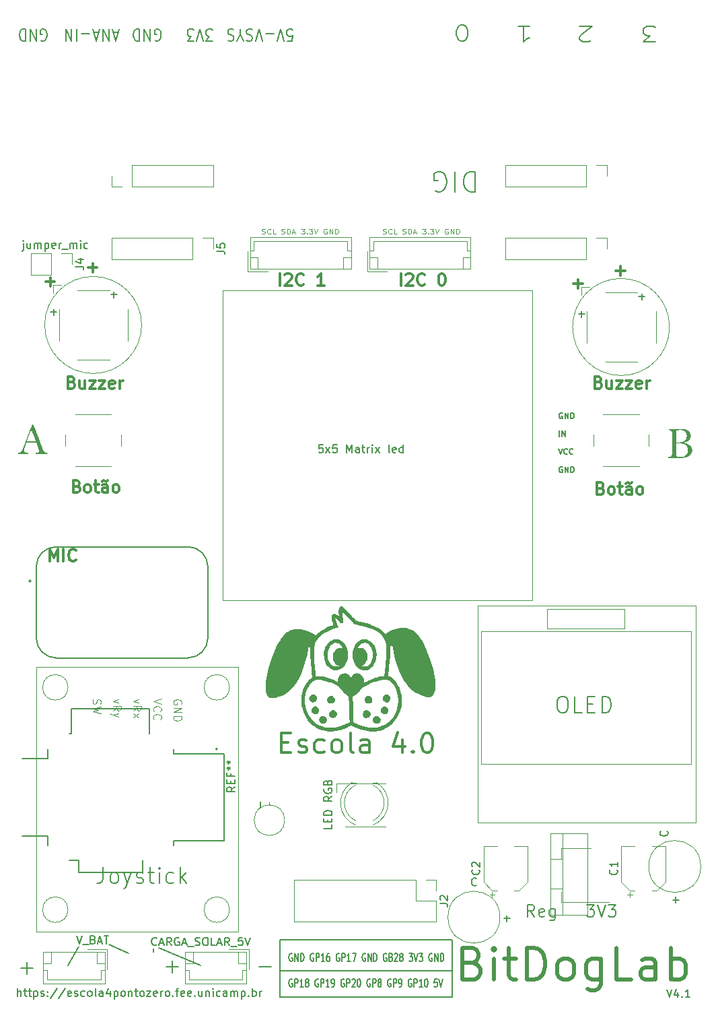
<source format=gbr>
%TF.GenerationSoftware,KiCad,Pcbnew,7.0.6*%
%TF.CreationDate,2023-09-03T15:23:35-03:00*%
%TF.ProjectId,bitdoglab_v41,62697464-6f67-46c6-9162-5f7634312e6b,rev?*%
%TF.SameCoordinates,Original*%
%TF.FileFunction,Legend,Top*%
%TF.FilePolarity,Positive*%
%FSLAX46Y46*%
G04 Gerber Fmt 4.6, Leading zero omitted, Abs format (unit mm)*
G04 Created by KiCad (PCBNEW 7.0.6) date 2023-09-03 15:23:35*
%MOMM*%
%LPD*%
G01*
G04 APERTURE LIST*
%ADD10C,0.150000*%
%ADD11C,0.200000*%
%ADD12C,0.300000*%
%ADD13C,0.100000*%
%ADD14C,0.500000*%
%ADD15C,0.127000*%
%ADD16C,0.120000*%
G04 APERTURE END LIST*
D10*
X150907979Y-145132466D02*
X151669884Y-145132466D01*
X151288931Y-145513419D02*
X151288931Y-144751514D01*
X172142379Y-142795666D02*
X172904284Y-142795666D01*
X172523331Y-143176619D02*
X172523331Y-142414714D01*
X122732800Y-147828000D02*
X144373600Y-147828000D01*
X144373600Y-154990800D01*
X122732800Y-154990800D01*
X122732800Y-147828000D01*
X101193600Y-148437600D02*
X103682800Y-149504400D01*
X97434400Y-148640800D02*
X96062800Y-151028400D01*
X122732800Y-147828000D02*
X144373600Y-147828000D01*
X144373600Y-151739600D01*
X122732800Y-151739600D01*
X122732800Y-147828000D01*
X106832400Y-148894800D02*
X106781600Y-149352000D01*
X107492800Y-148844000D02*
X112776000Y-151079200D01*
D11*
X108456168Y-151230533D02*
X109979978Y-151230533D01*
X109218073Y-151992438D02*
X109218073Y-150468628D01*
X120075218Y-151230533D02*
X121599028Y-151230533D01*
D10*
X171389922Y-154063819D02*
X171723255Y-155063819D01*
X171723255Y-155063819D02*
X172056588Y-154063819D01*
X172818493Y-154397152D02*
X172818493Y-155063819D01*
X172580398Y-154016200D02*
X172342303Y-154730485D01*
X172342303Y-154730485D02*
X172961350Y-154730485D01*
X173342303Y-154968580D02*
X173389922Y-155016200D01*
X173389922Y-155016200D02*
X173342303Y-155063819D01*
X173342303Y-155063819D02*
X173294684Y-155016200D01*
X173294684Y-155016200D02*
X173342303Y-154968580D01*
X173342303Y-154968580D02*
X173342303Y-155063819D01*
X174342302Y-155063819D02*
X173770874Y-155063819D01*
X174056588Y-155063819D02*
X174056588Y-154063819D01*
X174056588Y-154063819D02*
X173961350Y-154206676D01*
X173961350Y-154206676D02*
X173866112Y-154301914D01*
X173866112Y-154301914D02*
X173770874Y-154349533D01*
D12*
X98598510Y-63364400D02*
X99741368Y-63364400D01*
X99169939Y-63935828D02*
X99169939Y-62792971D01*
X93264510Y-65142400D02*
X94407368Y-65142400D01*
X93835939Y-65713828D02*
X93835939Y-64570971D01*
X122728510Y-65586828D02*
X122728510Y-64086828D01*
X123371368Y-64229685D02*
X123442796Y-64158257D01*
X123442796Y-64158257D02*
X123585654Y-64086828D01*
X123585654Y-64086828D02*
X123942796Y-64086828D01*
X123942796Y-64086828D02*
X124085654Y-64158257D01*
X124085654Y-64158257D02*
X124157082Y-64229685D01*
X124157082Y-64229685D02*
X124228511Y-64372542D01*
X124228511Y-64372542D02*
X124228511Y-64515400D01*
X124228511Y-64515400D02*
X124157082Y-64729685D01*
X124157082Y-64729685D02*
X123299939Y-65586828D01*
X123299939Y-65586828D02*
X124228511Y-65586828D01*
X125728510Y-65443971D02*
X125657082Y-65515400D01*
X125657082Y-65515400D02*
X125442796Y-65586828D01*
X125442796Y-65586828D02*
X125299939Y-65586828D01*
X125299939Y-65586828D02*
X125085653Y-65515400D01*
X125085653Y-65515400D02*
X124942796Y-65372542D01*
X124942796Y-65372542D02*
X124871367Y-65229685D01*
X124871367Y-65229685D02*
X124799939Y-64943971D01*
X124799939Y-64943971D02*
X124799939Y-64729685D01*
X124799939Y-64729685D02*
X124871367Y-64443971D01*
X124871367Y-64443971D02*
X124942796Y-64301114D01*
X124942796Y-64301114D02*
X125085653Y-64158257D01*
X125085653Y-64158257D02*
X125299939Y-64086828D01*
X125299939Y-64086828D02*
X125442796Y-64086828D01*
X125442796Y-64086828D02*
X125657082Y-64158257D01*
X125657082Y-64158257D02*
X125728510Y-64229685D01*
X128299939Y-65586828D02*
X127442796Y-65586828D01*
X127871367Y-65586828D02*
X127871367Y-64086828D01*
X127871367Y-64086828D02*
X127728510Y-64301114D01*
X127728510Y-64301114D02*
X127585653Y-64443971D01*
X127585653Y-64443971D02*
X127442796Y-64515400D01*
D10*
X124279217Y-149570638D02*
X124212550Y-149523019D01*
X124212550Y-149523019D02*
X124112550Y-149523019D01*
X124112550Y-149523019D02*
X124012550Y-149570638D01*
X124012550Y-149570638D02*
X123945884Y-149665876D01*
X123945884Y-149665876D02*
X123912550Y-149761114D01*
X123912550Y-149761114D02*
X123879217Y-149951590D01*
X123879217Y-149951590D02*
X123879217Y-150094447D01*
X123879217Y-150094447D02*
X123912550Y-150284923D01*
X123912550Y-150284923D02*
X123945884Y-150380161D01*
X123945884Y-150380161D02*
X124012550Y-150475400D01*
X124012550Y-150475400D02*
X124112550Y-150523019D01*
X124112550Y-150523019D02*
X124179217Y-150523019D01*
X124179217Y-150523019D02*
X124279217Y-150475400D01*
X124279217Y-150475400D02*
X124312550Y-150427780D01*
X124312550Y-150427780D02*
X124312550Y-150094447D01*
X124312550Y-150094447D02*
X124179217Y-150094447D01*
X124612550Y-150523019D02*
X124612550Y-149523019D01*
X124612550Y-149523019D02*
X125012550Y-150523019D01*
X125012550Y-150523019D02*
X125012550Y-149523019D01*
X125345883Y-150523019D02*
X125345883Y-149523019D01*
X125345883Y-149523019D02*
X125512550Y-149523019D01*
X125512550Y-149523019D02*
X125612550Y-149570638D01*
X125612550Y-149570638D02*
X125679217Y-149665876D01*
X125679217Y-149665876D02*
X125712550Y-149761114D01*
X125712550Y-149761114D02*
X125745883Y-149951590D01*
X125745883Y-149951590D02*
X125745883Y-150094447D01*
X125745883Y-150094447D02*
X125712550Y-150284923D01*
X125712550Y-150284923D02*
X125679217Y-150380161D01*
X125679217Y-150380161D02*
X125612550Y-150475400D01*
X125612550Y-150475400D02*
X125512550Y-150523019D01*
X125512550Y-150523019D02*
X125345883Y-150523019D01*
X126945883Y-149570638D02*
X126879216Y-149523019D01*
X126879216Y-149523019D02*
X126779216Y-149523019D01*
X126779216Y-149523019D02*
X126679216Y-149570638D01*
X126679216Y-149570638D02*
X126612550Y-149665876D01*
X126612550Y-149665876D02*
X126579216Y-149761114D01*
X126579216Y-149761114D02*
X126545883Y-149951590D01*
X126545883Y-149951590D02*
X126545883Y-150094447D01*
X126545883Y-150094447D02*
X126579216Y-150284923D01*
X126579216Y-150284923D02*
X126612550Y-150380161D01*
X126612550Y-150380161D02*
X126679216Y-150475400D01*
X126679216Y-150475400D02*
X126779216Y-150523019D01*
X126779216Y-150523019D02*
X126845883Y-150523019D01*
X126845883Y-150523019D02*
X126945883Y-150475400D01*
X126945883Y-150475400D02*
X126979216Y-150427780D01*
X126979216Y-150427780D02*
X126979216Y-150094447D01*
X126979216Y-150094447D02*
X126845883Y-150094447D01*
X127279216Y-150523019D02*
X127279216Y-149523019D01*
X127279216Y-149523019D02*
X127545883Y-149523019D01*
X127545883Y-149523019D02*
X127612550Y-149570638D01*
X127612550Y-149570638D02*
X127645883Y-149618257D01*
X127645883Y-149618257D02*
X127679216Y-149713495D01*
X127679216Y-149713495D02*
X127679216Y-149856352D01*
X127679216Y-149856352D02*
X127645883Y-149951590D01*
X127645883Y-149951590D02*
X127612550Y-149999209D01*
X127612550Y-149999209D02*
X127545883Y-150046828D01*
X127545883Y-150046828D02*
X127279216Y-150046828D01*
X128345883Y-150523019D02*
X127945883Y-150523019D01*
X128145883Y-150523019D02*
X128145883Y-149523019D01*
X128145883Y-149523019D02*
X128079216Y-149665876D01*
X128079216Y-149665876D02*
X128012550Y-149761114D01*
X128012550Y-149761114D02*
X127945883Y-149808733D01*
X128945883Y-149523019D02*
X128812550Y-149523019D01*
X128812550Y-149523019D02*
X128745883Y-149570638D01*
X128745883Y-149570638D02*
X128712550Y-149618257D01*
X128712550Y-149618257D02*
X128645883Y-149761114D01*
X128645883Y-149761114D02*
X128612550Y-149951590D01*
X128612550Y-149951590D02*
X128612550Y-150332542D01*
X128612550Y-150332542D02*
X128645883Y-150427780D01*
X128645883Y-150427780D02*
X128679217Y-150475400D01*
X128679217Y-150475400D02*
X128745883Y-150523019D01*
X128745883Y-150523019D02*
X128879217Y-150523019D01*
X128879217Y-150523019D02*
X128945883Y-150475400D01*
X128945883Y-150475400D02*
X128979217Y-150427780D01*
X128979217Y-150427780D02*
X129012550Y-150332542D01*
X129012550Y-150332542D02*
X129012550Y-150094447D01*
X129012550Y-150094447D02*
X128979217Y-149999209D01*
X128979217Y-149999209D02*
X128945883Y-149951590D01*
X128945883Y-149951590D02*
X128879217Y-149903971D01*
X128879217Y-149903971D02*
X128745883Y-149903971D01*
X128745883Y-149903971D02*
X128679217Y-149951590D01*
X128679217Y-149951590D02*
X128645883Y-149999209D01*
X128645883Y-149999209D02*
X128612550Y-150094447D01*
X130212550Y-149570638D02*
X130145883Y-149523019D01*
X130145883Y-149523019D02*
X130045883Y-149523019D01*
X130045883Y-149523019D02*
X129945883Y-149570638D01*
X129945883Y-149570638D02*
X129879217Y-149665876D01*
X129879217Y-149665876D02*
X129845883Y-149761114D01*
X129845883Y-149761114D02*
X129812550Y-149951590D01*
X129812550Y-149951590D02*
X129812550Y-150094447D01*
X129812550Y-150094447D02*
X129845883Y-150284923D01*
X129845883Y-150284923D02*
X129879217Y-150380161D01*
X129879217Y-150380161D02*
X129945883Y-150475400D01*
X129945883Y-150475400D02*
X130045883Y-150523019D01*
X130045883Y-150523019D02*
X130112550Y-150523019D01*
X130112550Y-150523019D02*
X130212550Y-150475400D01*
X130212550Y-150475400D02*
X130245883Y-150427780D01*
X130245883Y-150427780D02*
X130245883Y-150094447D01*
X130245883Y-150094447D02*
X130112550Y-150094447D01*
X130545883Y-150523019D02*
X130545883Y-149523019D01*
X130545883Y-149523019D02*
X130812550Y-149523019D01*
X130812550Y-149523019D02*
X130879217Y-149570638D01*
X130879217Y-149570638D02*
X130912550Y-149618257D01*
X130912550Y-149618257D02*
X130945883Y-149713495D01*
X130945883Y-149713495D02*
X130945883Y-149856352D01*
X130945883Y-149856352D02*
X130912550Y-149951590D01*
X130912550Y-149951590D02*
X130879217Y-149999209D01*
X130879217Y-149999209D02*
X130812550Y-150046828D01*
X130812550Y-150046828D02*
X130545883Y-150046828D01*
X131612550Y-150523019D02*
X131212550Y-150523019D01*
X131412550Y-150523019D02*
X131412550Y-149523019D01*
X131412550Y-149523019D02*
X131345883Y-149665876D01*
X131345883Y-149665876D02*
X131279217Y-149761114D01*
X131279217Y-149761114D02*
X131212550Y-149808733D01*
X131845884Y-149523019D02*
X132312550Y-149523019D01*
X132312550Y-149523019D02*
X132012550Y-150523019D01*
X133479217Y-149570638D02*
X133412550Y-149523019D01*
X133412550Y-149523019D02*
X133312550Y-149523019D01*
X133312550Y-149523019D02*
X133212550Y-149570638D01*
X133212550Y-149570638D02*
X133145884Y-149665876D01*
X133145884Y-149665876D02*
X133112550Y-149761114D01*
X133112550Y-149761114D02*
X133079217Y-149951590D01*
X133079217Y-149951590D02*
X133079217Y-150094447D01*
X133079217Y-150094447D02*
X133112550Y-150284923D01*
X133112550Y-150284923D02*
X133145884Y-150380161D01*
X133145884Y-150380161D02*
X133212550Y-150475400D01*
X133212550Y-150475400D02*
X133312550Y-150523019D01*
X133312550Y-150523019D02*
X133379217Y-150523019D01*
X133379217Y-150523019D02*
X133479217Y-150475400D01*
X133479217Y-150475400D02*
X133512550Y-150427780D01*
X133512550Y-150427780D02*
X133512550Y-150094447D01*
X133512550Y-150094447D02*
X133379217Y-150094447D01*
X133812550Y-150523019D02*
X133812550Y-149523019D01*
X133812550Y-149523019D02*
X134212550Y-150523019D01*
X134212550Y-150523019D02*
X134212550Y-149523019D01*
X134545883Y-150523019D02*
X134545883Y-149523019D01*
X134545883Y-149523019D02*
X134712550Y-149523019D01*
X134712550Y-149523019D02*
X134812550Y-149570638D01*
X134812550Y-149570638D02*
X134879217Y-149665876D01*
X134879217Y-149665876D02*
X134912550Y-149761114D01*
X134912550Y-149761114D02*
X134945883Y-149951590D01*
X134945883Y-149951590D02*
X134945883Y-150094447D01*
X134945883Y-150094447D02*
X134912550Y-150284923D01*
X134912550Y-150284923D02*
X134879217Y-150380161D01*
X134879217Y-150380161D02*
X134812550Y-150475400D01*
X134812550Y-150475400D02*
X134712550Y-150523019D01*
X134712550Y-150523019D02*
X134545883Y-150523019D01*
X136145883Y-149570638D02*
X136079216Y-149523019D01*
X136079216Y-149523019D02*
X135979216Y-149523019D01*
X135979216Y-149523019D02*
X135879216Y-149570638D01*
X135879216Y-149570638D02*
X135812550Y-149665876D01*
X135812550Y-149665876D02*
X135779216Y-149761114D01*
X135779216Y-149761114D02*
X135745883Y-149951590D01*
X135745883Y-149951590D02*
X135745883Y-150094447D01*
X135745883Y-150094447D02*
X135779216Y-150284923D01*
X135779216Y-150284923D02*
X135812550Y-150380161D01*
X135812550Y-150380161D02*
X135879216Y-150475400D01*
X135879216Y-150475400D02*
X135979216Y-150523019D01*
X135979216Y-150523019D02*
X136045883Y-150523019D01*
X136045883Y-150523019D02*
X136145883Y-150475400D01*
X136145883Y-150475400D02*
X136179216Y-150427780D01*
X136179216Y-150427780D02*
X136179216Y-150094447D01*
X136179216Y-150094447D02*
X136045883Y-150094447D01*
X136712550Y-149999209D02*
X136812550Y-150046828D01*
X136812550Y-150046828D02*
X136845883Y-150094447D01*
X136845883Y-150094447D02*
X136879216Y-150189685D01*
X136879216Y-150189685D02*
X136879216Y-150332542D01*
X136879216Y-150332542D02*
X136845883Y-150427780D01*
X136845883Y-150427780D02*
X136812550Y-150475400D01*
X136812550Y-150475400D02*
X136745883Y-150523019D01*
X136745883Y-150523019D02*
X136479216Y-150523019D01*
X136479216Y-150523019D02*
X136479216Y-149523019D01*
X136479216Y-149523019D02*
X136712550Y-149523019D01*
X136712550Y-149523019D02*
X136779216Y-149570638D01*
X136779216Y-149570638D02*
X136812550Y-149618257D01*
X136812550Y-149618257D02*
X136845883Y-149713495D01*
X136845883Y-149713495D02*
X136845883Y-149808733D01*
X136845883Y-149808733D02*
X136812550Y-149903971D01*
X136812550Y-149903971D02*
X136779216Y-149951590D01*
X136779216Y-149951590D02*
X136712550Y-149999209D01*
X136712550Y-149999209D02*
X136479216Y-149999209D01*
X137145883Y-149618257D02*
X137179216Y-149570638D01*
X137179216Y-149570638D02*
X137245883Y-149523019D01*
X137245883Y-149523019D02*
X137412550Y-149523019D01*
X137412550Y-149523019D02*
X137479216Y-149570638D01*
X137479216Y-149570638D02*
X137512550Y-149618257D01*
X137512550Y-149618257D02*
X137545883Y-149713495D01*
X137545883Y-149713495D02*
X137545883Y-149808733D01*
X137545883Y-149808733D02*
X137512550Y-149951590D01*
X137512550Y-149951590D02*
X137112550Y-150523019D01*
X137112550Y-150523019D02*
X137545883Y-150523019D01*
X137945883Y-149951590D02*
X137879217Y-149903971D01*
X137879217Y-149903971D02*
X137845883Y-149856352D01*
X137845883Y-149856352D02*
X137812550Y-149761114D01*
X137812550Y-149761114D02*
X137812550Y-149713495D01*
X137812550Y-149713495D02*
X137845883Y-149618257D01*
X137845883Y-149618257D02*
X137879217Y-149570638D01*
X137879217Y-149570638D02*
X137945883Y-149523019D01*
X137945883Y-149523019D02*
X138079217Y-149523019D01*
X138079217Y-149523019D02*
X138145883Y-149570638D01*
X138145883Y-149570638D02*
X138179217Y-149618257D01*
X138179217Y-149618257D02*
X138212550Y-149713495D01*
X138212550Y-149713495D02*
X138212550Y-149761114D01*
X138212550Y-149761114D02*
X138179217Y-149856352D01*
X138179217Y-149856352D02*
X138145883Y-149903971D01*
X138145883Y-149903971D02*
X138079217Y-149951590D01*
X138079217Y-149951590D02*
X137945883Y-149951590D01*
X137945883Y-149951590D02*
X137879217Y-149999209D01*
X137879217Y-149999209D02*
X137845883Y-150046828D01*
X137845883Y-150046828D02*
X137812550Y-150142066D01*
X137812550Y-150142066D02*
X137812550Y-150332542D01*
X137812550Y-150332542D02*
X137845883Y-150427780D01*
X137845883Y-150427780D02*
X137879217Y-150475400D01*
X137879217Y-150475400D02*
X137945883Y-150523019D01*
X137945883Y-150523019D02*
X138079217Y-150523019D01*
X138079217Y-150523019D02*
X138145883Y-150475400D01*
X138145883Y-150475400D02*
X138179217Y-150427780D01*
X138179217Y-150427780D02*
X138212550Y-150332542D01*
X138212550Y-150332542D02*
X138212550Y-150142066D01*
X138212550Y-150142066D02*
X138179217Y-150046828D01*
X138179217Y-150046828D02*
X138145883Y-149999209D01*
X138145883Y-149999209D02*
X138079217Y-149951590D01*
X138979217Y-149523019D02*
X139412550Y-149523019D01*
X139412550Y-149523019D02*
X139179217Y-149903971D01*
X139179217Y-149903971D02*
X139279217Y-149903971D01*
X139279217Y-149903971D02*
X139345883Y-149951590D01*
X139345883Y-149951590D02*
X139379217Y-149999209D01*
X139379217Y-149999209D02*
X139412550Y-150094447D01*
X139412550Y-150094447D02*
X139412550Y-150332542D01*
X139412550Y-150332542D02*
X139379217Y-150427780D01*
X139379217Y-150427780D02*
X139345883Y-150475400D01*
X139345883Y-150475400D02*
X139279217Y-150523019D01*
X139279217Y-150523019D02*
X139079217Y-150523019D01*
X139079217Y-150523019D02*
X139012550Y-150475400D01*
X139012550Y-150475400D02*
X138979217Y-150427780D01*
X139612550Y-149523019D02*
X139845884Y-150523019D01*
X139845884Y-150523019D02*
X140079217Y-149523019D01*
X140245884Y-149523019D02*
X140679217Y-149523019D01*
X140679217Y-149523019D02*
X140445884Y-149903971D01*
X140445884Y-149903971D02*
X140545884Y-149903971D01*
X140545884Y-149903971D02*
X140612550Y-149951590D01*
X140612550Y-149951590D02*
X140645884Y-149999209D01*
X140645884Y-149999209D02*
X140679217Y-150094447D01*
X140679217Y-150094447D02*
X140679217Y-150332542D01*
X140679217Y-150332542D02*
X140645884Y-150427780D01*
X140645884Y-150427780D02*
X140612550Y-150475400D01*
X140612550Y-150475400D02*
X140545884Y-150523019D01*
X140545884Y-150523019D02*
X140345884Y-150523019D01*
X140345884Y-150523019D02*
X140279217Y-150475400D01*
X140279217Y-150475400D02*
X140245884Y-150427780D01*
X141879217Y-149570638D02*
X141812550Y-149523019D01*
X141812550Y-149523019D02*
X141712550Y-149523019D01*
X141712550Y-149523019D02*
X141612550Y-149570638D01*
X141612550Y-149570638D02*
X141545884Y-149665876D01*
X141545884Y-149665876D02*
X141512550Y-149761114D01*
X141512550Y-149761114D02*
X141479217Y-149951590D01*
X141479217Y-149951590D02*
X141479217Y-150094447D01*
X141479217Y-150094447D02*
X141512550Y-150284923D01*
X141512550Y-150284923D02*
X141545884Y-150380161D01*
X141545884Y-150380161D02*
X141612550Y-150475400D01*
X141612550Y-150475400D02*
X141712550Y-150523019D01*
X141712550Y-150523019D02*
X141779217Y-150523019D01*
X141779217Y-150523019D02*
X141879217Y-150475400D01*
X141879217Y-150475400D02*
X141912550Y-150427780D01*
X141912550Y-150427780D02*
X141912550Y-150094447D01*
X141912550Y-150094447D02*
X141779217Y-150094447D01*
X142212550Y-150523019D02*
X142212550Y-149523019D01*
X142212550Y-149523019D02*
X142612550Y-150523019D01*
X142612550Y-150523019D02*
X142612550Y-149523019D01*
X142945883Y-150523019D02*
X142945883Y-149523019D01*
X142945883Y-149523019D02*
X143112550Y-149523019D01*
X143112550Y-149523019D02*
X143212550Y-149570638D01*
X143212550Y-149570638D02*
X143279217Y-149665876D01*
X143279217Y-149665876D02*
X143312550Y-149761114D01*
X143312550Y-149761114D02*
X143345883Y-149951590D01*
X143345883Y-149951590D02*
X143345883Y-150094447D01*
X143345883Y-150094447D02*
X143312550Y-150284923D01*
X143312550Y-150284923D02*
X143279217Y-150380161D01*
X143279217Y-150380161D02*
X143212550Y-150475400D01*
X143212550Y-150475400D02*
X143112550Y-150523019D01*
X143112550Y-150523019D02*
X142945883Y-150523019D01*
X124279217Y-152790638D02*
X124212550Y-152743019D01*
X124212550Y-152743019D02*
X124112550Y-152743019D01*
X124112550Y-152743019D02*
X124012550Y-152790638D01*
X124012550Y-152790638D02*
X123945884Y-152885876D01*
X123945884Y-152885876D02*
X123912550Y-152981114D01*
X123912550Y-152981114D02*
X123879217Y-153171590D01*
X123879217Y-153171590D02*
X123879217Y-153314447D01*
X123879217Y-153314447D02*
X123912550Y-153504923D01*
X123912550Y-153504923D02*
X123945884Y-153600161D01*
X123945884Y-153600161D02*
X124012550Y-153695400D01*
X124012550Y-153695400D02*
X124112550Y-153743019D01*
X124112550Y-153743019D02*
X124179217Y-153743019D01*
X124179217Y-153743019D02*
X124279217Y-153695400D01*
X124279217Y-153695400D02*
X124312550Y-153647780D01*
X124312550Y-153647780D02*
X124312550Y-153314447D01*
X124312550Y-153314447D02*
X124179217Y-153314447D01*
X124612550Y-153743019D02*
X124612550Y-152743019D01*
X124612550Y-152743019D02*
X124879217Y-152743019D01*
X124879217Y-152743019D02*
X124945884Y-152790638D01*
X124945884Y-152790638D02*
X124979217Y-152838257D01*
X124979217Y-152838257D02*
X125012550Y-152933495D01*
X125012550Y-152933495D02*
X125012550Y-153076352D01*
X125012550Y-153076352D02*
X124979217Y-153171590D01*
X124979217Y-153171590D02*
X124945884Y-153219209D01*
X124945884Y-153219209D02*
X124879217Y-153266828D01*
X124879217Y-153266828D02*
X124612550Y-153266828D01*
X125679217Y-153743019D02*
X125279217Y-153743019D01*
X125479217Y-153743019D02*
X125479217Y-152743019D01*
X125479217Y-152743019D02*
X125412550Y-152885876D01*
X125412550Y-152885876D02*
X125345884Y-152981114D01*
X125345884Y-152981114D02*
X125279217Y-153028733D01*
X126079217Y-153171590D02*
X126012551Y-153123971D01*
X126012551Y-153123971D02*
X125979217Y-153076352D01*
X125979217Y-153076352D02*
X125945884Y-152981114D01*
X125945884Y-152981114D02*
X125945884Y-152933495D01*
X125945884Y-152933495D02*
X125979217Y-152838257D01*
X125979217Y-152838257D02*
X126012551Y-152790638D01*
X126012551Y-152790638D02*
X126079217Y-152743019D01*
X126079217Y-152743019D02*
X126212551Y-152743019D01*
X126212551Y-152743019D02*
X126279217Y-152790638D01*
X126279217Y-152790638D02*
X126312551Y-152838257D01*
X126312551Y-152838257D02*
X126345884Y-152933495D01*
X126345884Y-152933495D02*
X126345884Y-152981114D01*
X126345884Y-152981114D02*
X126312551Y-153076352D01*
X126312551Y-153076352D02*
X126279217Y-153123971D01*
X126279217Y-153123971D02*
X126212551Y-153171590D01*
X126212551Y-153171590D02*
X126079217Y-153171590D01*
X126079217Y-153171590D02*
X126012551Y-153219209D01*
X126012551Y-153219209D02*
X125979217Y-153266828D01*
X125979217Y-153266828D02*
X125945884Y-153362066D01*
X125945884Y-153362066D02*
X125945884Y-153552542D01*
X125945884Y-153552542D02*
X125979217Y-153647780D01*
X125979217Y-153647780D02*
X126012551Y-153695400D01*
X126012551Y-153695400D02*
X126079217Y-153743019D01*
X126079217Y-153743019D02*
X126212551Y-153743019D01*
X126212551Y-153743019D02*
X126279217Y-153695400D01*
X126279217Y-153695400D02*
X126312551Y-153647780D01*
X126312551Y-153647780D02*
X126345884Y-153552542D01*
X126345884Y-153552542D02*
X126345884Y-153362066D01*
X126345884Y-153362066D02*
X126312551Y-153266828D01*
X126312551Y-153266828D02*
X126279217Y-153219209D01*
X126279217Y-153219209D02*
X126212551Y-153171590D01*
X127545884Y-152790638D02*
X127479217Y-152743019D01*
X127479217Y-152743019D02*
X127379217Y-152743019D01*
X127379217Y-152743019D02*
X127279217Y-152790638D01*
X127279217Y-152790638D02*
X127212551Y-152885876D01*
X127212551Y-152885876D02*
X127179217Y-152981114D01*
X127179217Y-152981114D02*
X127145884Y-153171590D01*
X127145884Y-153171590D02*
X127145884Y-153314447D01*
X127145884Y-153314447D02*
X127179217Y-153504923D01*
X127179217Y-153504923D02*
X127212551Y-153600161D01*
X127212551Y-153600161D02*
X127279217Y-153695400D01*
X127279217Y-153695400D02*
X127379217Y-153743019D01*
X127379217Y-153743019D02*
X127445884Y-153743019D01*
X127445884Y-153743019D02*
X127545884Y-153695400D01*
X127545884Y-153695400D02*
X127579217Y-153647780D01*
X127579217Y-153647780D02*
X127579217Y-153314447D01*
X127579217Y-153314447D02*
X127445884Y-153314447D01*
X127879217Y-153743019D02*
X127879217Y-152743019D01*
X127879217Y-152743019D02*
X128145884Y-152743019D01*
X128145884Y-152743019D02*
X128212551Y-152790638D01*
X128212551Y-152790638D02*
X128245884Y-152838257D01*
X128245884Y-152838257D02*
X128279217Y-152933495D01*
X128279217Y-152933495D02*
X128279217Y-153076352D01*
X128279217Y-153076352D02*
X128245884Y-153171590D01*
X128245884Y-153171590D02*
X128212551Y-153219209D01*
X128212551Y-153219209D02*
X128145884Y-153266828D01*
X128145884Y-153266828D02*
X127879217Y-153266828D01*
X128945884Y-153743019D02*
X128545884Y-153743019D01*
X128745884Y-153743019D02*
X128745884Y-152743019D01*
X128745884Y-152743019D02*
X128679217Y-152885876D01*
X128679217Y-152885876D02*
X128612551Y-152981114D01*
X128612551Y-152981114D02*
X128545884Y-153028733D01*
X129279218Y-153743019D02*
X129412551Y-153743019D01*
X129412551Y-153743019D02*
X129479218Y-153695400D01*
X129479218Y-153695400D02*
X129512551Y-153647780D01*
X129512551Y-153647780D02*
X129579218Y-153504923D01*
X129579218Y-153504923D02*
X129612551Y-153314447D01*
X129612551Y-153314447D02*
X129612551Y-152933495D01*
X129612551Y-152933495D02*
X129579218Y-152838257D01*
X129579218Y-152838257D02*
X129545884Y-152790638D01*
X129545884Y-152790638D02*
X129479218Y-152743019D01*
X129479218Y-152743019D02*
X129345884Y-152743019D01*
X129345884Y-152743019D02*
X129279218Y-152790638D01*
X129279218Y-152790638D02*
X129245884Y-152838257D01*
X129245884Y-152838257D02*
X129212551Y-152933495D01*
X129212551Y-152933495D02*
X129212551Y-153171590D01*
X129212551Y-153171590D02*
X129245884Y-153266828D01*
X129245884Y-153266828D02*
X129279218Y-153314447D01*
X129279218Y-153314447D02*
X129345884Y-153362066D01*
X129345884Y-153362066D02*
X129479218Y-153362066D01*
X129479218Y-153362066D02*
X129545884Y-153314447D01*
X129545884Y-153314447D02*
X129579218Y-153266828D01*
X129579218Y-153266828D02*
X129612551Y-153171590D01*
X130812551Y-152790638D02*
X130745884Y-152743019D01*
X130745884Y-152743019D02*
X130645884Y-152743019D01*
X130645884Y-152743019D02*
X130545884Y-152790638D01*
X130545884Y-152790638D02*
X130479218Y-152885876D01*
X130479218Y-152885876D02*
X130445884Y-152981114D01*
X130445884Y-152981114D02*
X130412551Y-153171590D01*
X130412551Y-153171590D02*
X130412551Y-153314447D01*
X130412551Y-153314447D02*
X130445884Y-153504923D01*
X130445884Y-153504923D02*
X130479218Y-153600161D01*
X130479218Y-153600161D02*
X130545884Y-153695400D01*
X130545884Y-153695400D02*
X130645884Y-153743019D01*
X130645884Y-153743019D02*
X130712551Y-153743019D01*
X130712551Y-153743019D02*
X130812551Y-153695400D01*
X130812551Y-153695400D02*
X130845884Y-153647780D01*
X130845884Y-153647780D02*
X130845884Y-153314447D01*
X130845884Y-153314447D02*
X130712551Y-153314447D01*
X131145884Y-153743019D02*
X131145884Y-152743019D01*
X131145884Y-152743019D02*
X131412551Y-152743019D01*
X131412551Y-152743019D02*
X131479218Y-152790638D01*
X131479218Y-152790638D02*
X131512551Y-152838257D01*
X131512551Y-152838257D02*
X131545884Y-152933495D01*
X131545884Y-152933495D02*
X131545884Y-153076352D01*
X131545884Y-153076352D02*
X131512551Y-153171590D01*
X131512551Y-153171590D02*
X131479218Y-153219209D01*
X131479218Y-153219209D02*
X131412551Y-153266828D01*
X131412551Y-153266828D02*
X131145884Y-153266828D01*
X131812551Y-152838257D02*
X131845884Y-152790638D01*
X131845884Y-152790638D02*
X131912551Y-152743019D01*
X131912551Y-152743019D02*
X132079218Y-152743019D01*
X132079218Y-152743019D02*
X132145884Y-152790638D01*
X132145884Y-152790638D02*
X132179218Y-152838257D01*
X132179218Y-152838257D02*
X132212551Y-152933495D01*
X132212551Y-152933495D02*
X132212551Y-153028733D01*
X132212551Y-153028733D02*
X132179218Y-153171590D01*
X132179218Y-153171590D02*
X131779218Y-153743019D01*
X131779218Y-153743019D02*
X132212551Y-153743019D01*
X132645885Y-152743019D02*
X132712551Y-152743019D01*
X132712551Y-152743019D02*
X132779218Y-152790638D01*
X132779218Y-152790638D02*
X132812551Y-152838257D01*
X132812551Y-152838257D02*
X132845885Y-152933495D01*
X132845885Y-152933495D02*
X132879218Y-153123971D01*
X132879218Y-153123971D02*
X132879218Y-153362066D01*
X132879218Y-153362066D02*
X132845885Y-153552542D01*
X132845885Y-153552542D02*
X132812551Y-153647780D01*
X132812551Y-153647780D02*
X132779218Y-153695400D01*
X132779218Y-153695400D02*
X132712551Y-153743019D01*
X132712551Y-153743019D02*
X132645885Y-153743019D01*
X132645885Y-153743019D02*
X132579218Y-153695400D01*
X132579218Y-153695400D02*
X132545885Y-153647780D01*
X132545885Y-153647780D02*
X132512551Y-153552542D01*
X132512551Y-153552542D02*
X132479218Y-153362066D01*
X132479218Y-153362066D02*
X132479218Y-153123971D01*
X132479218Y-153123971D02*
X132512551Y-152933495D01*
X132512551Y-152933495D02*
X132545885Y-152838257D01*
X132545885Y-152838257D02*
X132579218Y-152790638D01*
X132579218Y-152790638D02*
X132645885Y-152743019D01*
X134079218Y-152790638D02*
X134012551Y-152743019D01*
X134012551Y-152743019D02*
X133912551Y-152743019D01*
X133912551Y-152743019D02*
X133812551Y-152790638D01*
X133812551Y-152790638D02*
X133745885Y-152885876D01*
X133745885Y-152885876D02*
X133712551Y-152981114D01*
X133712551Y-152981114D02*
X133679218Y-153171590D01*
X133679218Y-153171590D02*
X133679218Y-153314447D01*
X133679218Y-153314447D02*
X133712551Y-153504923D01*
X133712551Y-153504923D02*
X133745885Y-153600161D01*
X133745885Y-153600161D02*
X133812551Y-153695400D01*
X133812551Y-153695400D02*
X133912551Y-153743019D01*
X133912551Y-153743019D02*
X133979218Y-153743019D01*
X133979218Y-153743019D02*
X134079218Y-153695400D01*
X134079218Y-153695400D02*
X134112551Y-153647780D01*
X134112551Y-153647780D02*
X134112551Y-153314447D01*
X134112551Y-153314447D02*
X133979218Y-153314447D01*
X134412551Y-153743019D02*
X134412551Y-152743019D01*
X134412551Y-152743019D02*
X134679218Y-152743019D01*
X134679218Y-152743019D02*
X134745885Y-152790638D01*
X134745885Y-152790638D02*
X134779218Y-152838257D01*
X134779218Y-152838257D02*
X134812551Y-152933495D01*
X134812551Y-152933495D02*
X134812551Y-153076352D01*
X134812551Y-153076352D02*
X134779218Y-153171590D01*
X134779218Y-153171590D02*
X134745885Y-153219209D01*
X134745885Y-153219209D02*
X134679218Y-153266828D01*
X134679218Y-153266828D02*
X134412551Y-153266828D01*
X135212551Y-153171590D02*
X135145885Y-153123971D01*
X135145885Y-153123971D02*
X135112551Y-153076352D01*
X135112551Y-153076352D02*
X135079218Y-152981114D01*
X135079218Y-152981114D02*
X135079218Y-152933495D01*
X135079218Y-152933495D02*
X135112551Y-152838257D01*
X135112551Y-152838257D02*
X135145885Y-152790638D01*
X135145885Y-152790638D02*
X135212551Y-152743019D01*
X135212551Y-152743019D02*
X135345885Y-152743019D01*
X135345885Y-152743019D02*
X135412551Y-152790638D01*
X135412551Y-152790638D02*
X135445885Y-152838257D01*
X135445885Y-152838257D02*
X135479218Y-152933495D01*
X135479218Y-152933495D02*
X135479218Y-152981114D01*
X135479218Y-152981114D02*
X135445885Y-153076352D01*
X135445885Y-153076352D02*
X135412551Y-153123971D01*
X135412551Y-153123971D02*
X135345885Y-153171590D01*
X135345885Y-153171590D02*
X135212551Y-153171590D01*
X135212551Y-153171590D02*
X135145885Y-153219209D01*
X135145885Y-153219209D02*
X135112551Y-153266828D01*
X135112551Y-153266828D02*
X135079218Y-153362066D01*
X135079218Y-153362066D02*
X135079218Y-153552542D01*
X135079218Y-153552542D02*
X135112551Y-153647780D01*
X135112551Y-153647780D02*
X135145885Y-153695400D01*
X135145885Y-153695400D02*
X135212551Y-153743019D01*
X135212551Y-153743019D02*
X135345885Y-153743019D01*
X135345885Y-153743019D02*
X135412551Y-153695400D01*
X135412551Y-153695400D02*
X135445885Y-153647780D01*
X135445885Y-153647780D02*
X135479218Y-153552542D01*
X135479218Y-153552542D02*
X135479218Y-153362066D01*
X135479218Y-153362066D02*
X135445885Y-153266828D01*
X135445885Y-153266828D02*
X135412551Y-153219209D01*
X135412551Y-153219209D02*
X135345885Y-153171590D01*
X136679218Y-152790638D02*
X136612551Y-152743019D01*
X136612551Y-152743019D02*
X136512551Y-152743019D01*
X136512551Y-152743019D02*
X136412551Y-152790638D01*
X136412551Y-152790638D02*
X136345885Y-152885876D01*
X136345885Y-152885876D02*
X136312551Y-152981114D01*
X136312551Y-152981114D02*
X136279218Y-153171590D01*
X136279218Y-153171590D02*
X136279218Y-153314447D01*
X136279218Y-153314447D02*
X136312551Y-153504923D01*
X136312551Y-153504923D02*
X136345885Y-153600161D01*
X136345885Y-153600161D02*
X136412551Y-153695400D01*
X136412551Y-153695400D02*
X136512551Y-153743019D01*
X136512551Y-153743019D02*
X136579218Y-153743019D01*
X136579218Y-153743019D02*
X136679218Y-153695400D01*
X136679218Y-153695400D02*
X136712551Y-153647780D01*
X136712551Y-153647780D02*
X136712551Y-153314447D01*
X136712551Y-153314447D02*
X136579218Y-153314447D01*
X137012551Y-153743019D02*
X137012551Y-152743019D01*
X137012551Y-152743019D02*
X137279218Y-152743019D01*
X137279218Y-152743019D02*
X137345885Y-152790638D01*
X137345885Y-152790638D02*
X137379218Y-152838257D01*
X137379218Y-152838257D02*
X137412551Y-152933495D01*
X137412551Y-152933495D02*
X137412551Y-153076352D01*
X137412551Y-153076352D02*
X137379218Y-153171590D01*
X137379218Y-153171590D02*
X137345885Y-153219209D01*
X137345885Y-153219209D02*
X137279218Y-153266828D01*
X137279218Y-153266828D02*
X137012551Y-153266828D01*
X137745885Y-153743019D02*
X137879218Y-153743019D01*
X137879218Y-153743019D02*
X137945885Y-153695400D01*
X137945885Y-153695400D02*
X137979218Y-153647780D01*
X137979218Y-153647780D02*
X138045885Y-153504923D01*
X138045885Y-153504923D02*
X138079218Y-153314447D01*
X138079218Y-153314447D02*
X138079218Y-152933495D01*
X138079218Y-152933495D02*
X138045885Y-152838257D01*
X138045885Y-152838257D02*
X138012551Y-152790638D01*
X138012551Y-152790638D02*
X137945885Y-152743019D01*
X137945885Y-152743019D02*
X137812551Y-152743019D01*
X137812551Y-152743019D02*
X137745885Y-152790638D01*
X137745885Y-152790638D02*
X137712551Y-152838257D01*
X137712551Y-152838257D02*
X137679218Y-152933495D01*
X137679218Y-152933495D02*
X137679218Y-153171590D01*
X137679218Y-153171590D02*
X137712551Y-153266828D01*
X137712551Y-153266828D02*
X137745885Y-153314447D01*
X137745885Y-153314447D02*
X137812551Y-153362066D01*
X137812551Y-153362066D02*
X137945885Y-153362066D01*
X137945885Y-153362066D02*
X138012551Y-153314447D01*
X138012551Y-153314447D02*
X138045885Y-153266828D01*
X138045885Y-153266828D02*
X138079218Y-153171590D01*
X139279218Y-152790638D02*
X139212551Y-152743019D01*
X139212551Y-152743019D02*
X139112551Y-152743019D01*
X139112551Y-152743019D02*
X139012551Y-152790638D01*
X139012551Y-152790638D02*
X138945885Y-152885876D01*
X138945885Y-152885876D02*
X138912551Y-152981114D01*
X138912551Y-152981114D02*
X138879218Y-153171590D01*
X138879218Y-153171590D02*
X138879218Y-153314447D01*
X138879218Y-153314447D02*
X138912551Y-153504923D01*
X138912551Y-153504923D02*
X138945885Y-153600161D01*
X138945885Y-153600161D02*
X139012551Y-153695400D01*
X139012551Y-153695400D02*
X139112551Y-153743019D01*
X139112551Y-153743019D02*
X139179218Y-153743019D01*
X139179218Y-153743019D02*
X139279218Y-153695400D01*
X139279218Y-153695400D02*
X139312551Y-153647780D01*
X139312551Y-153647780D02*
X139312551Y-153314447D01*
X139312551Y-153314447D02*
X139179218Y-153314447D01*
X139612551Y-153743019D02*
X139612551Y-152743019D01*
X139612551Y-152743019D02*
X139879218Y-152743019D01*
X139879218Y-152743019D02*
X139945885Y-152790638D01*
X139945885Y-152790638D02*
X139979218Y-152838257D01*
X139979218Y-152838257D02*
X140012551Y-152933495D01*
X140012551Y-152933495D02*
X140012551Y-153076352D01*
X140012551Y-153076352D02*
X139979218Y-153171590D01*
X139979218Y-153171590D02*
X139945885Y-153219209D01*
X139945885Y-153219209D02*
X139879218Y-153266828D01*
X139879218Y-153266828D02*
X139612551Y-153266828D01*
X140679218Y-153743019D02*
X140279218Y-153743019D01*
X140479218Y-153743019D02*
X140479218Y-152743019D01*
X140479218Y-152743019D02*
X140412551Y-152885876D01*
X140412551Y-152885876D02*
X140345885Y-152981114D01*
X140345885Y-152981114D02*
X140279218Y-153028733D01*
X141112552Y-152743019D02*
X141179218Y-152743019D01*
X141179218Y-152743019D02*
X141245885Y-152790638D01*
X141245885Y-152790638D02*
X141279218Y-152838257D01*
X141279218Y-152838257D02*
X141312552Y-152933495D01*
X141312552Y-152933495D02*
X141345885Y-153123971D01*
X141345885Y-153123971D02*
X141345885Y-153362066D01*
X141345885Y-153362066D02*
X141312552Y-153552542D01*
X141312552Y-153552542D02*
X141279218Y-153647780D01*
X141279218Y-153647780D02*
X141245885Y-153695400D01*
X141245885Y-153695400D02*
X141179218Y-153743019D01*
X141179218Y-153743019D02*
X141112552Y-153743019D01*
X141112552Y-153743019D02*
X141045885Y-153695400D01*
X141045885Y-153695400D02*
X141012552Y-153647780D01*
X141012552Y-153647780D02*
X140979218Y-153552542D01*
X140979218Y-153552542D02*
X140945885Y-153362066D01*
X140945885Y-153362066D02*
X140945885Y-153123971D01*
X140945885Y-153123971D02*
X140979218Y-152933495D01*
X140979218Y-152933495D02*
X141012552Y-152838257D01*
X141012552Y-152838257D02*
X141045885Y-152790638D01*
X141045885Y-152790638D02*
X141112552Y-152743019D01*
X142512552Y-152743019D02*
X142179218Y-152743019D01*
X142179218Y-152743019D02*
X142145885Y-153219209D01*
X142145885Y-153219209D02*
X142179218Y-153171590D01*
X142179218Y-153171590D02*
X142245885Y-153123971D01*
X142245885Y-153123971D02*
X142412552Y-153123971D01*
X142412552Y-153123971D02*
X142479218Y-153171590D01*
X142479218Y-153171590D02*
X142512552Y-153219209D01*
X142512552Y-153219209D02*
X142545885Y-153314447D01*
X142545885Y-153314447D02*
X142545885Y-153552542D01*
X142545885Y-153552542D02*
X142512552Y-153647780D01*
X142512552Y-153647780D02*
X142479218Y-153695400D01*
X142479218Y-153695400D02*
X142412552Y-153743019D01*
X142412552Y-153743019D02*
X142245885Y-153743019D01*
X142245885Y-153743019D02*
X142179218Y-153695400D01*
X142179218Y-153695400D02*
X142145885Y-153647780D01*
X142745885Y-152743019D02*
X142979219Y-153743019D01*
X142979219Y-153743019D02*
X143212552Y-152743019D01*
D13*
X135708122Y-59074800D02*
X135808122Y-59103371D01*
X135808122Y-59103371D02*
X135974789Y-59103371D01*
X135974789Y-59103371D02*
X136041455Y-59074800D01*
X136041455Y-59074800D02*
X136074789Y-59046228D01*
X136074789Y-59046228D02*
X136108122Y-58989085D01*
X136108122Y-58989085D02*
X136108122Y-58931942D01*
X136108122Y-58931942D02*
X136074789Y-58874800D01*
X136074789Y-58874800D02*
X136041455Y-58846228D01*
X136041455Y-58846228D02*
X135974789Y-58817657D01*
X135974789Y-58817657D02*
X135841455Y-58789085D01*
X135841455Y-58789085D02*
X135774789Y-58760514D01*
X135774789Y-58760514D02*
X135741455Y-58731942D01*
X135741455Y-58731942D02*
X135708122Y-58674800D01*
X135708122Y-58674800D02*
X135708122Y-58617657D01*
X135708122Y-58617657D02*
X135741455Y-58560514D01*
X135741455Y-58560514D02*
X135774789Y-58531942D01*
X135774789Y-58531942D02*
X135841455Y-58503371D01*
X135841455Y-58503371D02*
X136008122Y-58503371D01*
X136008122Y-58503371D02*
X136108122Y-58531942D01*
X136808122Y-59046228D02*
X136774789Y-59074800D01*
X136774789Y-59074800D02*
X136674789Y-59103371D01*
X136674789Y-59103371D02*
X136608122Y-59103371D01*
X136608122Y-59103371D02*
X136508122Y-59074800D01*
X136508122Y-59074800D02*
X136441456Y-59017657D01*
X136441456Y-59017657D02*
X136408122Y-58960514D01*
X136408122Y-58960514D02*
X136374789Y-58846228D01*
X136374789Y-58846228D02*
X136374789Y-58760514D01*
X136374789Y-58760514D02*
X136408122Y-58646228D01*
X136408122Y-58646228D02*
X136441456Y-58589085D01*
X136441456Y-58589085D02*
X136508122Y-58531942D01*
X136508122Y-58531942D02*
X136608122Y-58503371D01*
X136608122Y-58503371D02*
X136674789Y-58503371D01*
X136674789Y-58503371D02*
X136774789Y-58531942D01*
X136774789Y-58531942D02*
X136808122Y-58560514D01*
X137441456Y-59103371D02*
X137108122Y-59103371D01*
X137108122Y-59103371D02*
X137108122Y-58503371D01*
X138174789Y-59074800D02*
X138274789Y-59103371D01*
X138274789Y-59103371D02*
X138441456Y-59103371D01*
X138441456Y-59103371D02*
X138508122Y-59074800D01*
X138508122Y-59074800D02*
X138541456Y-59046228D01*
X138541456Y-59046228D02*
X138574789Y-58989085D01*
X138574789Y-58989085D02*
X138574789Y-58931942D01*
X138574789Y-58931942D02*
X138541456Y-58874800D01*
X138541456Y-58874800D02*
X138508122Y-58846228D01*
X138508122Y-58846228D02*
X138441456Y-58817657D01*
X138441456Y-58817657D02*
X138308122Y-58789085D01*
X138308122Y-58789085D02*
X138241456Y-58760514D01*
X138241456Y-58760514D02*
X138208122Y-58731942D01*
X138208122Y-58731942D02*
X138174789Y-58674800D01*
X138174789Y-58674800D02*
X138174789Y-58617657D01*
X138174789Y-58617657D02*
X138208122Y-58560514D01*
X138208122Y-58560514D02*
X138241456Y-58531942D01*
X138241456Y-58531942D02*
X138308122Y-58503371D01*
X138308122Y-58503371D02*
X138474789Y-58503371D01*
X138474789Y-58503371D02*
X138574789Y-58531942D01*
X138874789Y-59103371D02*
X138874789Y-58503371D01*
X138874789Y-58503371D02*
X139041456Y-58503371D01*
X139041456Y-58503371D02*
X139141456Y-58531942D01*
X139141456Y-58531942D02*
X139208123Y-58589085D01*
X139208123Y-58589085D02*
X139241456Y-58646228D01*
X139241456Y-58646228D02*
X139274789Y-58760514D01*
X139274789Y-58760514D02*
X139274789Y-58846228D01*
X139274789Y-58846228D02*
X139241456Y-58960514D01*
X139241456Y-58960514D02*
X139208123Y-59017657D01*
X139208123Y-59017657D02*
X139141456Y-59074800D01*
X139141456Y-59074800D02*
X139041456Y-59103371D01*
X139041456Y-59103371D02*
X138874789Y-59103371D01*
X139541456Y-58931942D02*
X139874789Y-58931942D01*
X139474789Y-59103371D02*
X139708123Y-58503371D01*
X139708123Y-58503371D02*
X139941456Y-59103371D01*
X140641456Y-58503371D02*
X141074789Y-58503371D01*
X141074789Y-58503371D02*
X140841456Y-58731942D01*
X140841456Y-58731942D02*
X140941456Y-58731942D01*
X140941456Y-58731942D02*
X141008122Y-58760514D01*
X141008122Y-58760514D02*
X141041456Y-58789085D01*
X141041456Y-58789085D02*
X141074789Y-58846228D01*
X141074789Y-58846228D02*
X141074789Y-58989085D01*
X141074789Y-58989085D02*
X141041456Y-59046228D01*
X141041456Y-59046228D02*
X141008122Y-59074800D01*
X141008122Y-59074800D02*
X140941456Y-59103371D01*
X140941456Y-59103371D02*
X140741456Y-59103371D01*
X140741456Y-59103371D02*
X140674789Y-59074800D01*
X140674789Y-59074800D02*
X140641456Y-59046228D01*
X141374789Y-59046228D02*
X141408123Y-59074800D01*
X141408123Y-59074800D02*
X141374789Y-59103371D01*
X141374789Y-59103371D02*
X141341456Y-59074800D01*
X141341456Y-59074800D02*
X141374789Y-59046228D01*
X141374789Y-59046228D02*
X141374789Y-59103371D01*
X141641456Y-58503371D02*
X142074789Y-58503371D01*
X142074789Y-58503371D02*
X141841456Y-58731942D01*
X141841456Y-58731942D02*
X141941456Y-58731942D01*
X141941456Y-58731942D02*
X142008122Y-58760514D01*
X142008122Y-58760514D02*
X142041456Y-58789085D01*
X142041456Y-58789085D02*
X142074789Y-58846228D01*
X142074789Y-58846228D02*
X142074789Y-58989085D01*
X142074789Y-58989085D02*
X142041456Y-59046228D01*
X142041456Y-59046228D02*
X142008122Y-59074800D01*
X142008122Y-59074800D02*
X141941456Y-59103371D01*
X141941456Y-59103371D02*
X141741456Y-59103371D01*
X141741456Y-59103371D02*
X141674789Y-59074800D01*
X141674789Y-59074800D02*
X141641456Y-59046228D01*
X142274789Y-58503371D02*
X142508123Y-59103371D01*
X142508123Y-59103371D02*
X142741456Y-58503371D01*
X143874789Y-58531942D02*
X143808122Y-58503371D01*
X143808122Y-58503371D02*
X143708122Y-58503371D01*
X143708122Y-58503371D02*
X143608122Y-58531942D01*
X143608122Y-58531942D02*
X143541456Y-58589085D01*
X143541456Y-58589085D02*
X143508122Y-58646228D01*
X143508122Y-58646228D02*
X143474789Y-58760514D01*
X143474789Y-58760514D02*
X143474789Y-58846228D01*
X143474789Y-58846228D02*
X143508122Y-58960514D01*
X143508122Y-58960514D02*
X143541456Y-59017657D01*
X143541456Y-59017657D02*
X143608122Y-59074800D01*
X143608122Y-59074800D02*
X143708122Y-59103371D01*
X143708122Y-59103371D02*
X143774789Y-59103371D01*
X143774789Y-59103371D02*
X143874789Y-59074800D01*
X143874789Y-59074800D02*
X143908122Y-59046228D01*
X143908122Y-59046228D02*
X143908122Y-58846228D01*
X143908122Y-58846228D02*
X143774789Y-58846228D01*
X144208122Y-59103371D02*
X144208122Y-58503371D01*
X144208122Y-58503371D02*
X144608122Y-59103371D01*
X144608122Y-59103371D02*
X144608122Y-58503371D01*
X144941455Y-59103371D02*
X144941455Y-58503371D01*
X144941455Y-58503371D02*
X145108122Y-58503371D01*
X145108122Y-58503371D02*
X145208122Y-58531942D01*
X145208122Y-58531942D02*
X145274789Y-58589085D01*
X145274789Y-58589085D02*
X145308122Y-58646228D01*
X145308122Y-58646228D02*
X145341455Y-58760514D01*
X145341455Y-58760514D02*
X145341455Y-58846228D01*
X145341455Y-58846228D02*
X145308122Y-58960514D01*
X145308122Y-58960514D02*
X145274789Y-59017657D01*
X145274789Y-59017657D02*
X145208122Y-59074800D01*
X145208122Y-59074800D02*
X145108122Y-59103371D01*
X145108122Y-59103371D02*
X144941455Y-59103371D01*
D11*
X90168168Y-151382933D02*
X91691978Y-151382933D01*
X90930073Y-152144838D02*
X90930073Y-150621028D01*
D12*
X122931714Y-123021423D02*
X123765047Y-123021423D01*
X124122190Y-124330947D02*
X122931714Y-124330947D01*
X122931714Y-124330947D02*
X122931714Y-121830947D01*
X122931714Y-121830947D02*
X124122190Y-121830947D01*
X125074571Y-124211900D02*
X125312666Y-124330947D01*
X125312666Y-124330947D02*
X125788857Y-124330947D01*
X125788857Y-124330947D02*
X126026952Y-124211900D01*
X126026952Y-124211900D02*
X126146000Y-123973804D01*
X126146000Y-123973804D02*
X126146000Y-123854757D01*
X126146000Y-123854757D02*
X126026952Y-123616661D01*
X126026952Y-123616661D02*
X125788857Y-123497614D01*
X125788857Y-123497614D02*
X125431714Y-123497614D01*
X125431714Y-123497614D02*
X125193619Y-123378566D01*
X125193619Y-123378566D02*
X125074571Y-123140471D01*
X125074571Y-123140471D02*
X125074571Y-123021423D01*
X125074571Y-123021423D02*
X125193619Y-122783328D01*
X125193619Y-122783328D02*
X125431714Y-122664280D01*
X125431714Y-122664280D02*
X125788857Y-122664280D01*
X125788857Y-122664280D02*
X126026952Y-122783328D01*
X128288857Y-124211900D02*
X128050762Y-124330947D01*
X128050762Y-124330947D02*
X127574571Y-124330947D01*
X127574571Y-124330947D02*
X127336476Y-124211900D01*
X127336476Y-124211900D02*
X127217429Y-124092852D01*
X127217429Y-124092852D02*
X127098381Y-123854757D01*
X127098381Y-123854757D02*
X127098381Y-123140471D01*
X127098381Y-123140471D02*
X127217429Y-122902376D01*
X127217429Y-122902376D02*
X127336476Y-122783328D01*
X127336476Y-122783328D02*
X127574571Y-122664280D01*
X127574571Y-122664280D02*
X128050762Y-122664280D01*
X128050762Y-122664280D02*
X128288857Y-122783328D01*
X129717428Y-124330947D02*
X129479333Y-124211900D01*
X129479333Y-124211900D02*
X129360286Y-124092852D01*
X129360286Y-124092852D02*
X129241238Y-123854757D01*
X129241238Y-123854757D02*
X129241238Y-123140471D01*
X129241238Y-123140471D02*
X129360286Y-122902376D01*
X129360286Y-122902376D02*
X129479333Y-122783328D01*
X129479333Y-122783328D02*
X129717428Y-122664280D01*
X129717428Y-122664280D02*
X130074571Y-122664280D01*
X130074571Y-122664280D02*
X130312667Y-122783328D01*
X130312667Y-122783328D02*
X130431714Y-122902376D01*
X130431714Y-122902376D02*
X130550762Y-123140471D01*
X130550762Y-123140471D02*
X130550762Y-123854757D01*
X130550762Y-123854757D02*
X130431714Y-124092852D01*
X130431714Y-124092852D02*
X130312667Y-124211900D01*
X130312667Y-124211900D02*
X130074571Y-124330947D01*
X130074571Y-124330947D02*
X129717428Y-124330947D01*
X131979333Y-124330947D02*
X131741238Y-124211900D01*
X131741238Y-124211900D02*
X131622191Y-123973804D01*
X131622191Y-123973804D02*
X131622191Y-121830947D01*
X134003143Y-124330947D02*
X134003143Y-123021423D01*
X134003143Y-123021423D02*
X133884096Y-122783328D01*
X133884096Y-122783328D02*
X133646000Y-122664280D01*
X133646000Y-122664280D02*
X133169810Y-122664280D01*
X133169810Y-122664280D02*
X132931715Y-122783328D01*
X134003143Y-124211900D02*
X133765048Y-124330947D01*
X133765048Y-124330947D02*
X133169810Y-124330947D01*
X133169810Y-124330947D02*
X132931715Y-124211900D01*
X132931715Y-124211900D02*
X132812667Y-123973804D01*
X132812667Y-123973804D02*
X132812667Y-123735709D01*
X132812667Y-123735709D02*
X132931715Y-123497614D01*
X132931715Y-123497614D02*
X133169810Y-123378566D01*
X133169810Y-123378566D02*
X133765048Y-123378566D01*
X133765048Y-123378566D02*
X134003143Y-123259519D01*
X138169810Y-122664280D02*
X138169810Y-124330947D01*
X137574572Y-121711900D02*
X136979334Y-123497614D01*
X136979334Y-123497614D02*
X138526953Y-123497614D01*
X139479334Y-124092852D02*
X139598381Y-124211900D01*
X139598381Y-124211900D02*
X139479334Y-124330947D01*
X139479334Y-124330947D02*
X139360286Y-124211900D01*
X139360286Y-124211900D02*
X139479334Y-124092852D01*
X139479334Y-124092852D02*
X139479334Y-124330947D01*
X141146000Y-121830947D02*
X141384095Y-121830947D01*
X141384095Y-121830947D02*
X141622191Y-121949995D01*
X141622191Y-121949995D02*
X141741238Y-122069042D01*
X141741238Y-122069042D02*
X141860286Y-122307138D01*
X141860286Y-122307138D02*
X141979333Y-122783328D01*
X141979333Y-122783328D02*
X141979333Y-123378566D01*
X141979333Y-123378566D02*
X141860286Y-123854757D01*
X141860286Y-123854757D02*
X141741238Y-124092852D01*
X141741238Y-124092852D02*
X141622191Y-124211900D01*
X141622191Y-124211900D02*
X141384095Y-124330947D01*
X141384095Y-124330947D02*
X141146000Y-124330947D01*
X141146000Y-124330947D02*
X140907905Y-124211900D01*
X140907905Y-124211900D02*
X140788857Y-124092852D01*
X140788857Y-124092852D02*
X140669810Y-123854757D01*
X140669810Y-123854757D02*
X140550762Y-123378566D01*
X140550762Y-123378566D02*
X140550762Y-122783328D01*
X140550762Y-122783328D02*
X140669810Y-122307138D01*
X140669810Y-122307138D02*
X140788857Y-122069042D01*
X140788857Y-122069042D02*
X140907905Y-121949995D01*
X140907905Y-121949995D02*
X141146000Y-121830947D01*
X165019510Y-63745400D02*
X166162368Y-63745400D01*
X165590939Y-64316828D02*
X165590939Y-63173971D01*
D10*
X100511103Y-138717438D02*
X100511103Y-140146009D01*
X100511103Y-140146009D02*
X100415864Y-140431723D01*
X100415864Y-140431723D02*
X100225388Y-140622200D01*
X100225388Y-140622200D02*
X99939674Y-140717438D01*
X99939674Y-140717438D02*
X99749198Y-140717438D01*
X101749198Y-140717438D02*
X101558722Y-140622200D01*
X101558722Y-140622200D02*
X101463484Y-140526961D01*
X101463484Y-140526961D02*
X101368246Y-140336485D01*
X101368246Y-140336485D02*
X101368246Y-139765057D01*
X101368246Y-139765057D02*
X101463484Y-139574580D01*
X101463484Y-139574580D02*
X101558722Y-139479342D01*
X101558722Y-139479342D02*
X101749198Y-139384104D01*
X101749198Y-139384104D02*
X102034913Y-139384104D01*
X102034913Y-139384104D02*
X102225389Y-139479342D01*
X102225389Y-139479342D02*
X102320627Y-139574580D01*
X102320627Y-139574580D02*
X102415865Y-139765057D01*
X102415865Y-139765057D02*
X102415865Y-140336485D01*
X102415865Y-140336485D02*
X102320627Y-140526961D01*
X102320627Y-140526961D02*
X102225389Y-140622200D01*
X102225389Y-140622200D02*
X102034913Y-140717438D01*
X102034913Y-140717438D02*
X101749198Y-140717438D01*
X103082532Y-139384104D02*
X103558722Y-140717438D01*
X104034913Y-139384104D02*
X103558722Y-140717438D01*
X103558722Y-140717438D02*
X103368246Y-141193628D01*
X103368246Y-141193628D02*
X103273008Y-141288866D01*
X103273008Y-141288866D02*
X103082532Y-141384104D01*
X104701580Y-140622200D02*
X104892056Y-140717438D01*
X104892056Y-140717438D02*
X105273008Y-140717438D01*
X105273008Y-140717438D02*
X105463485Y-140622200D01*
X105463485Y-140622200D02*
X105558723Y-140431723D01*
X105558723Y-140431723D02*
X105558723Y-140336485D01*
X105558723Y-140336485D02*
X105463485Y-140146009D01*
X105463485Y-140146009D02*
X105273008Y-140050771D01*
X105273008Y-140050771D02*
X104987294Y-140050771D01*
X104987294Y-140050771D02*
X104796818Y-139955533D01*
X104796818Y-139955533D02*
X104701580Y-139765057D01*
X104701580Y-139765057D02*
X104701580Y-139669819D01*
X104701580Y-139669819D02*
X104796818Y-139479342D01*
X104796818Y-139479342D02*
X104987294Y-139384104D01*
X104987294Y-139384104D02*
X105273008Y-139384104D01*
X105273008Y-139384104D02*
X105463485Y-139479342D01*
X106130152Y-139384104D02*
X106892056Y-139384104D01*
X106415866Y-138717438D02*
X106415866Y-140431723D01*
X106415866Y-140431723D02*
X106511104Y-140622200D01*
X106511104Y-140622200D02*
X106701580Y-140717438D01*
X106701580Y-140717438D02*
X106892056Y-140717438D01*
X107558723Y-140717438D02*
X107558723Y-139384104D01*
X107558723Y-138717438D02*
X107463485Y-138812676D01*
X107463485Y-138812676D02*
X107558723Y-138907914D01*
X107558723Y-138907914D02*
X107653961Y-138812676D01*
X107653961Y-138812676D02*
X107558723Y-138717438D01*
X107558723Y-138717438D02*
X107558723Y-138907914D01*
X109368247Y-140622200D02*
X109177771Y-140717438D01*
X109177771Y-140717438D02*
X108796818Y-140717438D01*
X108796818Y-140717438D02*
X108606342Y-140622200D01*
X108606342Y-140622200D02*
X108511104Y-140526961D01*
X108511104Y-140526961D02*
X108415866Y-140336485D01*
X108415866Y-140336485D02*
X108415866Y-139765057D01*
X108415866Y-139765057D02*
X108511104Y-139574580D01*
X108511104Y-139574580D02*
X108606342Y-139479342D01*
X108606342Y-139479342D02*
X108796818Y-139384104D01*
X108796818Y-139384104D02*
X109177771Y-139384104D01*
X109177771Y-139384104D02*
X109368247Y-139479342D01*
X110225390Y-140717438D02*
X110225390Y-138717438D01*
X110415866Y-139955533D02*
X110987295Y-140717438D01*
X110987295Y-139384104D02*
X110225390Y-140146009D01*
D14*
X146974809Y-150732238D02*
X147546237Y-150922714D01*
X147546237Y-150922714D02*
X147736714Y-151113190D01*
X147736714Y-151113190D02*
X147927190Y-151494142D01*
X147927190Y-151494142D02*
X147927190Y-152065571D01*
X147927190Y-152065571D02*
X147736714Y-152446523D01*
X147736714Y-152446523D02*
X147546237Y-152637000D01*
X147546237Y-152637000D02*
X147165285Y-152827476D01*
X147165285Y-152827476D02*
X145641475Y-152827476D01*
X145641475Y-152827476D02*
X145641475Y-148827476D01*
X145641475Y-148827476D02*
X146974809Y-148827476D01*
X146974809Y-148827476D02*
X147355761Y-149017952D01*
X147355761Y-149017952D02*
X147546237Y-149208428D01*
X147546237Y-149208428D02*
X147736714Y-149589380D01*
X147736714Y-149589380D02*
X147736714Y-149970333D01*
X147736714Y-149970333D02*
X147546237Y-150351285D01*
X147546237Y-150351285D02*
X147355761Y-150541761D01*
X147355761Y-150541761D02*
X146974809Y-150732238D01*
X146974809Y-150732238D02*
X145641475Y-150732238D01*
X149641475Y-152827476D02*
X149641475Y-150160809D01*
X149641475Y-148827476D02*
X149450999Y-149017952D01*
X149450999Y-149017952D02*
X149641475Y-149208428D01*
X149641475Y-149208428D02*
X149831952Y-149017952D01*
X149831952Y-149017952D02*
X149641475Y-148827476D01*
X149641475Y-148827476D02*
X149641475Y-149208428D01*
X150974809Y-150160809D02*
X152498618Y-150160809D01*
X151546237Y-148827476D02*
X151546237Y-152256047D01*
X151546237Y-152256047D02*
X151736714Y-152637000D01*
X151736714Y-152637000D02*
X152117666Y-152827476D01*
X152117666Y-152827476D02*
X152498618Y-152827476D01*
X153831951Y-152827476D02*
X153831951Y-148827476D01*
X153831951Y-148827476D02*
X154784332Y-148827476D01*
X154784332Y-148827476D02*
X155355761Y-149017952D01*
X155355761Y-149017952D02*
X155736713Y-149398904D01*
X155736713Y-149398904D02*
X155927190Y-149779857D01*
X155927190Y-149779857D02*
X156117666Y-150541761D01*
X156117666Y-150541761D02*
X156117666Y-151113190D01*
X156117666Y-151113190D02*
X155927190Y-151875095D01*
X155927190Y-151875095D02*
X155736713Y-152256047D01*
X155736713Y-152256047D02*
X155355761Y-152637000D01*
X155355761Y-152637000D02*
X154784332Y-152827476D01*
X154784332Y-152827476D02*
X153831951Y-152827476D01*
X158403380Y-152827476D02*
X158022428Y-152637000D01*
X158022428Y-152637000D02*
X157831951Y-152446523D01*
X157831951Y-152446523D02*
X157641475Y-152065571D01*
X157641475Y-152065571D02*
X157641475Y-150922714D01*
X157641475Y-150922714D02*
X157831951Y-150541761D01*
X157831951Y-150541761D02*
X158022428Y-150351285D01*
X158022428Y-150351285D02*
X158403380Y-150160809D01*
X158403380Y-150160809D02*
X158974809Y-150160809D01*
X158974809Y-150160809D02*
X159355761Y-150351285D01*
X159355761Y-150351285D02*
X159546237Y-150541761D01*
X159546237Y-150541761D02*
X159736713Y-150922714D01*
X159736713Y-150922714D02*
X159736713Y-152065571D01*
X159736713Y-152065571D02*
X159546237Y-152446523D01*
X159546237Y-152446523D02*
X159355761Y-152637000D01*
X159355761Y-152637000D02*
X158974809Y-152827476D01*
X158974809Y-152827476D02*
X158403380Y-152827476D01*
X163165285Y-150160809D02*
X163165285Y-153398904D01*
X163165285Y-153398904D02*
X162974809Y-153779857D01*
X162974809Y-153779857D02*
X162784333Y-153970333D01*
X162784333Y-153970333D02*
X162403380Y-154160809D01*
X162403380Y-154160809D02*
X161831952Y-154160809D01*
X161831952Y-154160809D02*
X161450999Y-153970333D01*
X163165285Y-152637000D02*
X162784333Y-152827476D01*
X162784333Y-152827476D02*
X162022428Y-152827476D01*
X162022428Y-152827476D02*
X161641476Y-152637000D01*
X161641476Y-152637000D02*
X161450999Y-152446523D01*
X161450999Y-152446523D02*
X161260523Y-152065571D01*
X161260523Y-152065571D02*
X161260523Y-150922714D01*
X161260523Y-150922714D02*
X161450999Y-150541761D01*
X161450999Y-150541761D02*
X161641476Y-150351285D01*
X161641476Y-150351285D02*
X162022428Y-150160809D01*
X162022428Y-150160809D02*
X162784333Y-150160809D01*
X162784333Y-150160809D02*
X163165285Y-150351285D01*
X166974809Y-152827476D02*
X165070047Y-152827476D01*
X165070047Y-152827476D02*
X165070047Y-148827476D01*
X170022428Y-152827476D02*
X170022428Y-150732238D01*
X170022428Y-150732238D02*
X169831952Y-150351285D01*
X169831952Y-150351285D02*
X169451000Y-150160809D01*
X169451000Y-150160809D02*
X168689095Y-150160809D01*
X168689095Y-150160809D02*
X168308142Y-150351285D01*
X170022428Y-152637000D02*
X169641476Y-152827476D01*
X169641476Y-152827476D02*
X168689095Y-152827476D01*
X168689095Y-152827476D02*
X168308142Y-152637000D01*
X168308142Y-152637000D02*
X168117666Y-152256047D01*
X168117666Y-152256047D02*
X168117666Y-151875095D01*
X168117666Y-151875095D02*
X168308142Y-151494142D01*
X168308142Y-151494142D02*
X168689095Y-151303666D01*
X168689095Y-151303666D02*
X169641476Y-151303666D01*
X169641476Y-151303666D02*
X170022428Y-151113190D01*
X171927190Y-152827476D02*
X171927190Y-148827476D01*
X171927190Y-150351285D02*
X172308143Y-150160809D01*
X172308143Y-150160809D02*
X173070048Y-150160809D01*
X173070048Y-150160809D02*
X173451000Y-150351285D01*
X173451000Y-150351285D02*
X173641476Y-150541761D01*
X173641476Y-150541761D02*
X173831952Y-150922714D01*
X173831952Y-150922714D02*
X173831952Y-152065571D01*
X173831952Y-152065571D02*
X173641476Y-152446523D01*
X173641476Y-152446523D02*
X173451000Y-152637000D01*
X173451000Y-152637000D02*
X173070048Y-152827476D01*
X173070048Y-152827476D02*
X172308143Y-152827476D01*
X172308143Y-152827476D02*
X171927190Y-152637000D01*
D13*
X120468122Y-59074800D02*
X120568122Y-59103371D01*
X120568122Y-59103371D02*
X120734789Y-59103371D01*
X120734789Y-59103371D02*
X120801455Y-59074800D01*
X120801455Y-59074800D02*
X120834789Y-59046228D01*
X120834789Y-59046228D02*
X120868122Y-58989085D01*
X120868122Y-58989085D02*
X120868122Y-58931942D01*
X120868122Y-58931942D02*
X120834789Y-58874800D01*
X120834789Y-58874800D02*
X120801455Y-58846228D01*
X120801455Y-58846228D02*
X120734789Y-58817657D01*
X120734789Y-58817657D02*
X120601455Y-58789085D01*
X120601455Y-58789085D02*
X120534789Y-58760514D01*
X120534789Y-58760514D02*
X120501455Y-58731942D01*
X120501455Y-58731942D02*
X120468122Y-58674800D01*
X120468122Y-58674800D02*
X120468122Y-58617657D01*
X120468122Y-58617657D02*
X120501455Y-58560514D01*
X120501455Y-58560514D02*
X120534789Y-58531942D01*
X120534789Y-58531942D02*
X120601455Y-58503371D01*
X120601455Y-58503371D02*
X120768122Y-58503371D01*
X120768122Y-58503371D02*
X120868122Y-58531942D01*
X121568122Y-59046228D02*
X121534789Y-59074800D01*
X121534789Y-59074800D02*
X121434789Y-59103371D01*
X121434789Y-59103371D02*
X121368122Y-59103371D01*
X121368122Y-59103371D02*
X121268122Y-59074800D01*
X121268122Y-59074800D02*
X121201456Y-59017657D01*
X121201456Y-59017657D02*
X121168122Y-58960514D01*
X121168122Y-58960514D02*
X121134789Y-58846228D01*
X121134789Y-58846228D02*
X121134789Y-58760514D01*
X121134789Y-58760514D02*
X121168122Y-58646228D01*
X121168122Y-58646228D02*
X121201456Y-58589085D01*
X121201456Y-58589085D02*
X121268122Y-58531942D01*
X121268122Y-58531942D02*
X121368122Y-58503371D01*
X121368122Y-58503371D02*
X121434789Y-58503371D01*
X121434789Y-58503371D02*
X121534789Y-58531942D01*
X121534789Y-58531942D02*
X121568122Y-58560514D01*
X122201456Y-59103371D02*
X121868122Y-59103371D01*
X121868122Y-59103371D02*
X121868122Y-58503371D01*
X122934789Y-59074800D02*
X123034789Y-59103371D01*
X123034789Y-59103371D02*
X123201456Y-59103371D01*
X123201456Y-59103371D02*
X123268122Y-59074800D01*
X123268122Y-59074800D02*
X123301456Y-59046228D01*
X123301456Y-59046228D02*
X123334789Y-58989085D01*
X123334789Y-58989085D02*
X123334789Y-58931942D01*
X123334789Y-58931942D02*
X123301456Y-58874800D01*
X123301456Y-58874800D02*
X123268122Y-58846228D01*
X123268122Y-58846228D02*
X123201456Y-58817657D01*
X123201456Y-58817657D02*
X123068122Y-58789085D01*
X123068122Y-58789085D02*
X123001456Y-58760514D01*
X123001456Y-58760514D02*
X122968122Y-58731942D01*
X122968122Y-58731942D02*
X122934789Y-58674800D01*
X122934789Y-58674800D02*
X122934789Y-58617657D01*
X122934789Y-58617657D02*
X122968122Y-58560514D01*
X122968122Y-58560514D02*
X123001456Y-58531942D01*
X123001456Y-58531942D02*
X123068122Y-58503371D01*
X123068122Y-58503371D02*
X123234789Y-58503371D01*
X123234789Y-58503371D02*
X123334789Y-58531942D01*
X123634789Y-59103371D02*
X123634789Y-58503371D01*
X123634789Y-58503371D02*
X123801456Y-58503371D01*
X123801456Y-58503371D02*
X123901456Y-58531942D01*
X123901456Y-58531942D02*
X123968123Y-58589085D01*
X123968123Y-58589085D02*
X124001456Y-58646228D01*
X124001456Y-58646228D02*
X124034789Y-58760514D01*
X124034789Y-58760514D02*
X124034789Y-58846228D01*
X124034789Y-58846228D02*
X124001456Y-58960514D01*
X124001456Y-58960514D02*
X123968123Y-59017657D01*
X123968123Y-59017657D02*
X123901456Y-59074800D01*
X123901456Y-59074800D02*
X123801456Y-59103371D01*
X123801456Y-59103371D02*
X123634789Y-59103371D01*
X124301456Y-58931942D02*
X124634789Y-58931942D01*
X124234789Y-59103371D02*
X124468123Y-58503371D01*
X124468123Y-58503371D02*
X124701456Y-59103371D01*
X125401456Y-58503371D02*
X125834789Y-58503371D01*
X125834789Y-58503371D02*
X125601456Y-58731942D01*
X125601456Y-58731942D02*
X125701456Y-58731942D01*
X125701456Y-58731942D02*
X125768122Y-58760514D01*
X125768122Y-58760514D02*
X125801456Y-58789085D01*
X125801456Y-58789085D02*
X125834789Y-58846228D01*
X125834789Y-58846228D02*
X125834789Y-58989085D01*
X125834789Y-58989085D02*
X125801456Y-59046228D01*
X125801456Y-59046228D02*
X125768122Y-59074800D01*
X125768122Y-59074800D02*
X125701456Y-59103371D01*
X125701456Y-59103371D02*
X125501456Y-59103371D01*
X125501456Y-59103371D02*
X125434789Y-59074800D01*
X125434789Y-59074800D02*
X125401456Y-59046228D01*
X126134789Y-59046228D02*
X126168123Y-59074800D01*
X126168123Y-59074800D02*
X126134789Y-59103371D01*
X126134789Y-59103371D02*
X126101456Y-59074800D01*
X126101456Y-59074800D02*
X126134789Y-59046228D01*
X126134789Y-59046228D02*
X126134789Y-59103371D01*
X126401456Y-58503371D02*
X126834789Y-58503371D01*
X126834789Y-58503371D02*
X126601456Y-58731942D01*
X126601456Y-58731942D02*
X126701456Y-58731942D01*
X126701456Y-58731942D02*
X126768122Y-58760514D01*
X126768122Y-58760514D02*
X126801456Y-58789085D01*
X126801456Y-58789085D02*
X126834789Y-58846228D01*
X126834789Y-58846228D02*
X126834789Y-58989085D01*
X126834789Y-58989085D02*
X126801456Y-59046228D01*
X126801456Y-59046228D02*
X126768122Y-59074800D01*
X126768122Y-59074800D02*
X126701456Y-59103371D01*
X126701456Y-59103371D02*
X126501456Y-59103371D01*
X126501456Y-59103371D02*
X126434789Y-59074800D01*
X126434789Y-59074800D02*
X126401456Y-59046228D01*
X127034789Y-58503371D02*
X127268123Y-59103371D01*
X127268123Y-59103371D02*
X127501456Y-58503371D01*
X128634789Y-58531942D02*
X128568122Y-58503371D01*
X128568122Y-58503371D02*
X128468122Y-58503371D01*
X128468122Y-58503371D02*
X128368122Y-58531942D01*
X128368122Y-58531942D02*
X128301456Y-58589085D01*
X128301456Y-58589085D02*
X128268122Y-58646228D01*
X128268122Y-58646228D02*
X128234789Y-58760514D01*
X128234789Y-58760514D02*
X128234789Y-58846228D01*
X128234789Y-58846228D02*
X128268122Y-58960514D01*
X128268122Y-58960514D02*
X128301456Y-59017657D01*
X128301456Y-59017657D02*
X128368122Y-59074800D01*
X128368122Y-59074800D02*
X128468122Y-59103371D01*
X128468122Y-59103371D02*
X128534789Y-59103371D01*
X128534789Y-59103371D02*
X128634789Y-59074800D01*
X128634789Y-59074800D02*
X128668122Y-59046228D01*
X128668122Y-59046228D02*
X128668122Y-58846228D01*
X128668122Y-58846228D02*
X128534789Y-58846228D01*
X128968122Y-59103371D02*
X128968122Y-58503371D01*
X128968122Y-58503371D02*
X129368122Y-59103371D01*
X129368122Y-59103371D02*
X129368122Y-58503371D01*
X129701455Y-59103371D02*
X129701455Y-58503371D01*
X129701455Y-58503371D02*
X129868122Y-58503371D01*
X129868122Y-58503371D02*
X129968122Y-58531942D01*
X129968122Y-58531942D02*
X130034789Y-58589085D01*
X130034789Y-58589085D02*
X130068122Y-58646228D01*
X130068122Y-58646228D02*
X130101455Y-58760514D01*
X130101455Y-58760514D02*
X130101455Y-58846228D01*
X130101455Y-58846228D02*
X130068122Y-58960514D01*
X130068122Y-58960514D02*
X130034789Y-59017657D01*
X130034789Y-59017657D02*
X129968122Y-59074800D01*
X129968122Y-59074800D02*
X129868122Y-59103371D01*
X129868122Y-59103371D02*
X129701455Y-59103371D01*
D12*
X159685510Y-65396400D02*
X160828368Y-65396400D01*
X160256939Y-65967828D02*
X160256939Y-64824971D01*
X137968510Y-65586828D02*
X137968510Y-64086828D01*
X138611368Y-64229685D02*
X138682796Y-64158257D01*
X138682796Y-64158257D02*
X138825654Y-64086828D01*
X138825654Y-64086828D02*
X139182796Y-64086828D01*
X139182796Y-64086828D02*
X139325654Y-64158257D01*
X139325654Y-64158257D02*
X139397082Y-64229685D01*
X139397082Y-64229685D02*
X139468511Y-64372542D01*
X139468511Y-64372542D02*
X139468511Y-64515400D01*
X139468511Y-64515400D02*
X139397082Y-64729685D01*
X139397082Y-64729685D02*
X138539939Y-65586828D01*
X138539939Y-65586828D02*
X139468511Y-65586828D01*
X140968510Y-65443971D02*
X140897082Y-65515400D01*
X140897082Y-65515400D02*
X140682796Y-65586828D01*
X140682796Y-65586828D02*
X140539939Y-65586828D01*
X140539939Y-65586828D02*
X140325653Y-65515400D01*
X140325653Y-65515400D02*
X140182796Y-65372542D01*
X140182796Y-65372542D02*
X140111367Y-65229685D01*
X140111367Y-65229685D02*
X140039939Y-64943971D01*
X140039939Y-64943971D02*
X140039939Y-64729685D01*
X140039939Y-64729685D02*
X140111367Y-64443971D01*
X140111367Y-64443971D02*
X140182796Y-64301114D01*
X140182796Y-64301114D02*
X140325653Y-64158257D01*
X140325653Y-64158257D02*
X140539939Y-64086828D01*
X140539939Y-64086828D02*
X140682796Y-64086828D01*
X140682796Y-64086828D02*
X140897082Y-64158257D01*
X140897082Y-64158257D02*
X140968510Y-64229685D01*
X143039939Y-64086828D02*
X143182796Y-64086828D01*
X143182796Y-64086828D02*
X143325653Y-64158257D01*
X143325653Y-64158257D02*
X143397082Y-64229685D01*
X143397082Y-64229685D02*
X143468510Y-64372542D01*
X143468510Y-64372542D02*
X143539939Y-64658257D01*
X143539939Y-64658257D02*
X143539939Y-65015400D01*
X143539939Y-65015400D02*
X143468510Y-65301114D01*
X143468510Y-65301114D02*
X143397082Y-65443971D01*
X143397082Y-65443971D02*
X143325653Y-65515400D01*
X143325653Y-65515400D02*
X143182796Y-65586828D01*
X143182796Y-65586828D02*
X143039939Y-65586828D01*
X143039939Y-65586828D02*
X142897082Y-65515400D01*
X142897082Y-65515400D02*
X142825653Y-65443971D01*
X142825653Y-65443971D02*
X142754224Y-65301114D01*
X142754224Y-65301114D02*
X142682796Y-65015400D01*
X142682796Y-65015400D02*
X142682796Y-64658257D01*
X142682796Y-64658257D02*
X142754224Y-64372542D01*
X142754224Y-64372542D02*
X142825653Y-64229685D01*
X142825653Y-64229685D02*
X142897082Y-64158257D01*
X142897082Y-64158257D02*
X143039939Y-64086828D01*
D11*
X147279999Y-51304852D02*
X147279999Y-53804852D01*
X147279999Y-53804852D02*
X146684761Y-53804852D01*
X146684761Y-53804852D02*
X146327618Y-53685804D01*
X146327618Y-53685804D02*
X146089523Y-53447709D01*
X146089523Y-53447709D02*
X145970476Y-53209614D01*
X145970476Y-53209614D02*
X145851428Y-52733423D01*
X145851428Y-52733423D02*
X145851428Y-52376280D01*
X145851428Y-52376280D02*
X145970476Y-51900090D01*
X145970476Y-51900090D02*
X146089523Y-51661995D01*
X146089523Y-51661995D02*
X146327618Y-51423900D01*
X146327618Y-51423900D02*
X146684761Y-51304852D01*
X146684761Y-51304852D02*
X147279999Y-51304852D01*
X144779999Y-51304852D02*
X144779999Y-53804852D01*
X142280000Y-53685804D02*
X142518095Y-53804852D01*
X142518095Y-53804852D02*
X142875238Y-53804852D01*
X142875238Y-53804852D02*
X143232381Y-53685804D01*
X143232381Y-53685804D02*
X143470476Y-53447709D01*
X143470476Y-53447709D02*
X143589523Y-53209614D01*
X143589523Y-53209614D02*
X143708571Y-52733423D01*
X143708571Y-52733423D02*
X143708571Y-52376280D01*
X143708571Y-52376280D02*
X143589523Y-51900090D01*
X143589523Y-51900090D02*
X143470476Y-51661995D01*
X143470476Y-51661995D02*
X143232381Y-51423900D01*
X143232381Y-51423900D02*
X142875238Y-51304852D01*
X142875238Y-51304852D02*
X142637142Y-51304852D01*
X142637142Y-51304852D02*
X142280000Y-51423900D01*
X142280000Y-51423900D02*
X142160952Y-51542947D01*
X142160952Y-51542947D02*
X142160952Y-52376280D01*
X142160952Y-52376280D02*
X142637142Y-52376280D01*
D12*
X163123856Y-91078614D02*
X163338142Y-91150042D01*
X163338142Y-91150042D02*
X163409571Y-91221471D01*
X163409571Y-91221471D02*
X163480999Y-91364328D01*
X163480999Y-91364328D02*
X163480999Y-91578614D01*
X163480999Y-91578614D02*
X163409571Y-91721471D01*
X163409571Y-91721471D02*
X163338142Y-91792900D01*
X163338142Y-91792900D02*
X163195285Y-91864328D01*
X163195285Y-91864328D02*
X162623856Y-91864328D01*
X162623856Y-91864328D02*
X162623856Y-90364328D01*
X162623856Y-90364328D02*
X163123856Y-90364328D01*
X163123856Y-90364328D02*
X163266714Y-90435757D01*
X163266714Y-90435757D02*
X163338142Y-90507185D01*
X163338142Y-90507185D02*
X163409571Y-90650042D01*
X163409571Y-90650042D02*
X163409571Y-90792900D01*
X163409571Y-90792900D02*
X163338142Y-90935757D01*
X163338142Y-90935757D02*
X163266714Y-91007185D01*
X163266714Y-91007185D02*
X163123856Y-91078614D01*
X163123856Y-91078614D02*
X162623856Y-91078614D01*
X164338142Y-91864328D02*
X164195285Y-91792900D01*
X164195285Y-91792900D02*
X164123856Y-91721471D01*
X164123856Y-91721471D02*
X164052428Y-91578614D01*
X164052428Y-91578614D02*
X164052428Y-91150042D01*
X164052428Y-91150042D02*
X164123856Y-91007185D01*
X164123856Y-91007185D02*
X164195285Y-90935757D01*
X164195285Y-90935757D02*
X164338142Y-90864328D01*
X164338142Y-90864328D02*
X164552428Y-90864328D01*
X164552428Y-90864328D02*
X164695285Y-90935757D01*
X164695285Y-90935757D02*
X164766714Y-91007185D01*
X164766714Y-91007185D02*
X164838142Y-91150042D01*
X164838142Y-91150042D02*
X164838142Y-91578614D01*
X164838142Y-91578614D02*
X164766714Y-91721471D01*
X164766714Y-91721471D02*
X164695285Y-91792900D01*
X164695285Y-91792900D02*
X164552428Y-91864328D01*
X164552428Y-91864328D02*
X164338142Y-91864328D01*
X165266714Y-90864328D02*
X165838142Y-90864328D01*
X165480999Y-90364328D02*
X165480999Y-91650042D01*
X165480999Y-91650042D02*
X165552428Y-91792900D01*
X165552428Y-91792900D02*
X165695285Y-91864328D01*
X165695285Y-91864328D02*
X165838142Y-91864328D01*
X166981000Y-91864328D02*
X166981000Y-91078614D01*
X166981000Y-91078614D02*
X166909571Y-90935757D01*
X166909571Y-90935757D02*
X166766714Y-90864328D01*
X166766714Y-90864328D02*
X166481000Y-90864328D01*
X166481000Y-90864328D02*
X166338142Y-90935757D01*
X166981000Y-91792900D02*
X166838142Y-91864328D01*
X166838142Y-91864328D02*
X166481000Y-91864328D01*
X166481000Y-91864328D02*
X166338142Y-91792900D01*
X166338142Y-91792900D02*
X166266714Y-91650042D01*
X166266714Y-91650042D02*
X166266714Y-91507185D01*
X166266714Y-91507185D02*
X166338142Y-91364328D01*
X166338142Y-91364328D02*
X166481000Y-91292900D01*
X166481000Y-91292900D02*
X166838142Y-91292900D01*
X166838142Y-91292900D02*
X166981000Y-91221471D01*
X166266714Y-90507185D02*
X166338142Y-90435757D01*
X166338142Y-90435757D02*
X166481000Y-90364328D01*
X166481000Y-90364328D02*
X166766714Y-90507185D01*
X166766714Y-90507185D02*
X166909571Y-90435757D01*
X166909571Y-90435757D02*
X166981000Y-90364328D01*
X167909571Y-91864328D02*
X167766714Y-91792900D01*
X167766714Y-91792900D02*
X167695285Y-91721471D01*
X167695285Y-91721471D02*
X167623857Y-91578614D01*
X167623857Y-91578614D02*
X167623857Y-91150042D01*
X167623857Y-91150042D02*
X167695285Y-91007185D01*
X167695285Y-91007185D02*
X167766714Y-90935757D01*
X167766714Y-90935757D02*
X167909571Y-90864328D01*
X167909571Y-90864328D02*
X168123857Y-90864328D01*
X168123857Y-90864328D02*
X168266714Y-90935757D01*
X168266714Y-90935757D02*
X168338143Y-91007185D01*
X168338143Y-91007185D02*
X168409571Y-91150042D01*
X168409571Y-91150042D02*
X168409571Y-91578614D01*
X168409571Y-91578614D02*
X168338143Y-91721471D01*
X168338143Y-91721471D02*
X168266714Y-91792900D01*
X168266714Y-91792900D02*
X168123857Y-91864328D01*
X168123857Y-91864328D02*
X167909571Y-91864328D01*
D10*
X89744779Y-154936819D02*
X89744779Y-153936819D01*
X90173350Y-154936819D02*
X90173350Y-154413009D01*
X90173350Y-154413009D02*
X90125731Y-154317771D01*
X90125731Y-154317771D02*
X90030493Y-154270152D01*
X90030493Y-154270152D02*
X89887636Y-154270152D01*
X89887636Y-154270152D02*
X89792398Y-154317771D01*
X89792398Y-154317771D02*
X89744779Y-154365390D01*
X90506684Y-154270152D02*
X90887636Y-154270152D01*
X90649541Y-153936819D02*
X90649541Y-154793961D01*
X90649541Y-154793961D02*
X90697160Y-154889200D01*
X90697160Y-154889200D02*
X90792398Y-154936819D01*
X90792398Y-154936819D02*
X90887636Y-154936819D01*
X91078113Y-154270152D02*
X91459065Y-154270152D01*
X91220970Y-153936819D02*
X91220970Y-154793961D01*
X91220970Y-154793961D02*
X91268589Y-154889200D01*
X91268589Y-154889200D02*
X91363827Y-154936819D01*
X91363827Y-154936819D02*
X91459065Y-154936819D01*
X91792399Y-154270152D02*
X91792399Y-155270152D01*
X91792399Y-154317771D02*
X91887637Y-154270152D01*
X91887637Y-154270152D02*
X92078113Y-154270152D01*
X92078113Y-154270152D02*
X92173351Y-154317771D01*
X92173351Y-154317771D02*
X92220970Y-154365390D01*
X92220970Y-154365390D02*
X92268589Y-154460628D01*
X92268589Y-154460628D02*
X92268589Y-154746342D01*
X92268589Y-154746342D02*
X92220970Y-154841580D01*
X92220970Y-154841580D02*
X92173351Y-154889200D01*
X92173351Y-154889200D02*
X92078113Y-154936819D01*
X92078113Y-154936819D02*
X91887637Y-154936819D01*
X91887637Y-154936819D02*
X91792399Y-154889200D01*
X92649542Y-154889200D02*
X92744780Y-154936819D01*
X92744780Y-154936819D02*
X92935256Y-154936819D01*
X92935256Y-154936819D02*
X93030494Y-154889200D01*
X93030494Y-154889200D02*
X93078113Y-154793961D01*
X93078113Y-154793961D02*
X93078113Y-154746342D01*
X93078113Y-154746342D02*
X93030494Y-154651104D01*
X93030494Y-154651104D02*
X92935256Y-154603485D01*
X92935256Y-154603485D02*
X92792399Y-154603485D01*
X92792399Y-154603485D02*
X92697161Y-154555866D01*
X92697161Y-154555866D02*
X92649542Y-154460628D01*
X92649542Y-154460628D02*
X92649542Y-154413009D01*
X92649542Y-154413009D02*
X92697161Y-154317771D01*
X92697161Y-154317771D02*
X92792399Y-154270152D01*
X92792399Y-154270152D02*
X92935256Y-154270152D01*
X92935256Y-154270152D02*
X93030494Y-154317771D01*
X93506685Y-154841580D02*
X93554304Y-154889200D01*
X93554304Y-154889200D02*
X93506685Y-154936819D01*
X93506685Y-154936819D02*
X93459066Y-154889200D01*
X93459066Y-154889200D02*
X93506685Y-154841580D01*
X93506685Y-154841580D02*
X93506685Y-154936819D01*
X93506685Y-154317771D02*
X93554304Y-154365390D01*
X93554304Y-154365390D02*
X93506685Y-154413009D01*
X93506685Y-154413009D02*
X93459066Y-154365390D01*
X93459066Y-154365390D02*
X93506685Y-154317771D01*
X93506685Y-154317771D02*
X93506685Y-154413009D01*
X94697160Y-153889200D02*
X93840018Y-155174914D01*
X95744779Y-153889200D02*
X94887637Y-155174914D01*
X96459065Y-154889200D02*
X96363827Y-154936819D01*
X96363827Y-154936819D02*
X96173351Y-154936819D01*
X96173351Y-154936819D02*
X96078113Y-154889200D01*
X96078113Y-154889200D02*
X96030494Y-154793961D01*
X96030494Y-154793961D02*
X96030494Y-154413009D01*
X96030494Y-154413009D02*
X96078113Y-154317771D01*
X96078113Y-154317771D02*
X96173351Y-154270152D01*
X96173351Y-154270152D02*
X96363827Y-154270152D01*
X96363827Y-154270152D02*
X96459065Y-154317771D01*
X96459065Y-154317771D02*
X96506684Y-154413009D01*
X96506684Y-154413009D02*
X96506684Y-154508247D01*
X96506684Y-154508247D02*
X96030494Y-154603485D01*
X96887637Y-154889200D02*
X96982875Y-154936819D01*
X96982875Y-154936819D02*
X97173351Y-154936819D01*
X97173351Y-154936819D02*
X97268589Y-154889200D01*
X97268589Y-154889200D02*
X97316208Y-154793961D01*
X97316208Y-154793961D02*
X97316208Y-154746342D01*
X97316208Y-154746342D02*
X97268589Y-154651104D01*
X97268589Y-154651104D02*
X97173351Y-154603485D01*
X97173351Y-154603485D02*
X97030494Y-154603485D01*
X97030494Y-154603485D02*
X96935256Y-154555866D01*
X96935256Y-154555866D02*
X96887637Y-154460628D01*
X96887637Y-154460628D02*
X96887637Y-154413009D01*
X96887637Y-154413009D02*
X96935256Y-154317771D01*
X96935256Y-154317771D02*
X97030494Y-154270152D01*
X97030494Y-154270152D02*
X97173351Y-154270152D01*
X97173351Y-154270152D02*
X97268589Y-154317771D01*
X98173351Y-154889200D02*
X98078113Y-154936819D01*
X98078113Y-154936819D02*
X97887637Y-154936819D01*
X97887637Y-154936819D02*
X97792399Y-154889200D01*
X97792399Y-154889200D02*
X97744780Y-154841580D01*
X97744780Y-154841580D02*
X97697161Y-154746342D01*
X97697161Y-154746342D02*
X97697161Y-154460628D01*
X97697161Y-154460628D02*
X97744780Y-154365390D01*
X97744780Y-154365390D02*
X97792399Y-154317771D01*
X97792399Y-154317771D02*
X97887637Y-154270152D01*
X97887637Y-154270152D02*
X98078113Y-154270152D01*
X98078113Y-154270152D02*
X98173351Y-154317771D01*
X98744780Y-154936819D02*
X98649542Y-154889200D01*
X98649542Y-154889200D02*
X98601923Y-154841580D01*
X98601923Y-154841580D02*
X98554304Y-154746342D01*
X98554304Y-154746342D02*
X98554304Y-154460628D01*
X98554304Y-154460628D02*
X98601923Y-154365390D01*
X98601923Y-154365390D02*
X98649542Y-154317771D01*
X98649542Y-154317771D02*
X98744780Y-154270152D01*
X98744780Y-154270152D02*
X98887637Y-154270152D01*
X98887637Y-154270152D02*
X98982875Y-154317771D01*
X98982875Y-154317771D02*
X99030494Y-154365390D01*
X99030494Y-154365390D02*
X99078113Y-154460628D01*
X99078113Y-154460628D02*
X99078113Y-154746342D01*
X99078113Y-154746342D02*
X99030494Y-154841580D01*
X99030494Y-154841580D02*
X98982875Y-154889200D01*
X98982875Y-154889200D02*
X98887637Y-154936819D01*
X98887637Y-154936819D02*
X98744780Y-154936819D01*
X99649542Y-154936819D02*
X99554304Y-154889200D01*
X99554304Y-154889200D02*
X99506685Y-154793961D01*
X99506685Y-154793961D02*
X99506685Y-153936819D01*
X100459066Y-154936819D02*
X100459066Y-154413009D01*
X100459066Y-154413009D02*
X100411447Y-154317771D01*
X100411447Y-154317771D02*
X100316209Y-154270152D01*
X100316209Y-154270152D02*
X100125733Y-154270152D01*
X100125733Y-154270152D02*
X100030495Y-154317771D01*
X100459066Y-154889200D02*
X100363828Y-154936819D01*
X100363828Y-154936819D02*
X100125733Y-154936819D01*
X100125733Y-154936819D02*
X100030495Y-154889200D01*
X100030495Y-154889200D02*
X99982876Y-154793961D01*
X99982876Y-154793961D02*
X99982876Y-154698723D01*
X99982876Y-154698723D02*
X100030495Y-154603485D01*
X100030495Y-154603485D02*
X100125733Y-154555866D01*
X100125733Y-154555866D02*
X100363828Y-154555866D01*
X100363828Y-154555866D02*
X100459066Y-154508247D01*
X101363828Y-154270152D02*
X101363828Y-154936819D01*
X101125733Y-153889200D02*
X100887638Y-154603485D01*
X100887638Y-154603485D02*
X101506685Y-154603485D01*
X101887638Y-154270152D02*
X101887638Y-155270152D01*
X101887638Y-154317771D02*
X101982876Y-154270152D01*
X101982876Y-154270152D02*
X102173352Y-154270152D01*
X102173352Y-154270152D02*
X102268590Y-154317771D01*
X102268590Y-154317771D02*
X102316209Y-154365390D01*
X102316209Y-154365390D02*
X102363828Y-154460628D01*
X102363828Y-154460628D02*
X102363828Y-154746342D01*
X102363828Y-154746342D02*
X102316209Y-154841580D01*
X102316209Y-154841580D02*
X102268590Y-154889200D01*
X102268590Y-154889200D02*
X102173352Y-154936819D01*
X102173352Y-154936819D02*
X101982876Y-154936819D01*
X101982876Y-154936819D02*
X101887638Y-154889200D01*
X102935257Y-154936819D02*
X102840019Y-154889200D01*
X102840019Y-154889200D02*
X102792400Y-154841580D01*
X102792400Y-154841580D02*
X102744781Y-154746342D01*
X102744781Y-154746342D02*
X102744781Y-154460628D01*
X102744781Y-154460628D02*
X102792400Y-154365390D01*
X102792400Y-154365390D02*
X102840019Y-154317771D01*
X102840019Y-154317771D02*
X102935257Y-154270152D01*
X102935257Y-154270152D02*
X103078114Y-154270152D01*
X103078114Y-154270152D02*
X103173352Y-154317771D01*
X103173352Y-154317771D02*
X103220971Y-154365390D01*
X103220971Y-154365390D02*
X103268590Y-154460628D01*
X103268590Y-154460628D02*
X103268590Y-154746342D01*
X103268590Y-154746342D02*
X103220971Y-154841580D01*
X103220971Y-154841580D02*
X103173352Y-154889200D01*
X103173352Y-154889200D02*
X103078114Y-154936819D01*
X103078114Y-154936819D02*
X102935257Y-154936819D01*
X103697162Y-154270152D02*
X103697162Y-154936819D01*
X103697162Y-154365390D02*
X103744781Y-154317771D01*
X103744781Y-154317771D02*
X103840019Y-154270152D01*
X103840019Y-154270152D02*
X103982876Y-154270152D01*
X103982876Y-154270152D02*
X104078114Y-154317771D01*
X104078114Y-154317771D02*
X104125733Y-154413009D01*
X104125733Y-154413009D02*
X104125733Y-154936819D01*
X104459067Y-154270152D02*
X104840019Y-154270152D01*
X104601924Y-153936819D02*
X104601924Y-154793961D01*
X104601924Y-154793961D02*
X104649543Y-154889200D01*
X104649543Y-154889200D02*
X104744781Y-154936819D01*
X104744781Y-154936819D02*
X104840019Y-154936819D01*
X105316210Y-154936819D02*
X105220972Y-154889200D01*
X105220972Y-154889200D02*
X105173353Y-154841580D01*
X105173353Y-154841580D02*
X105125734Y-154746342D01*
X105125734Y-154746342D02*
X105125734Y-154460628D01*
X105125734Y-154460628D02*
X105173353Y-154365390D01*
X105173353Y-154365390D02*
X105220972Y-154317771D01*
X105220972Y-154317771D02*
X105316210Y-154270152D01*
X105316210Y-154270152D02*
X105459067Y-154270152D01*
X105459067Y-154270152D02*
X105554305Y-154317771D01*
X105554305Y-154317771D02*
X105601924Y-154365390D01*
X105601924Y-154365390D02*
X105649543Y-154460628D01*
X105649543Y-154460628D02*
X105649543Y-154746342D01*
X105649543Y-154746342D02*
X105601924Y-154841580D01*
X105601924Y-154841580D02*
X105554305Y-154889200D01*
X105554305Y-154889200D02*
X105459067Y-154936819D01*
X105459067Y-154936819D02*
X105316210Y-154936819D01*
X105982877Y-154270152D02*
X106506686Y-154270152D01*
X106506686Y-154270152D02*
X105982877Y-154936819D01*
X105982877Y-154936819D02*
X106506686Y-154936819D01*
X107268591Y-154889200D02*
X107173353Y-154936819D01*
X107173353Y-154936819D02*
X106982877Y-154936819D01*
X106982877Y-154936819D02*
X106887639Y-154889200D01*
X106887639Y-154889200D02*
X106840020Y-154793961D01*
X106840020Y-154793961D02*
X106840020Y-154413009D01*
X106840020Y-154413009D02*
X106887639Y-154317771D01*
X106887639Y-154317771D02*
X106982877Y-154270152D01*
X106982877Y-154270152D02*
X107173353Y-154270152D01*
X107173353Y-154270152D02*
X107268591Y-154317771D01*
X107268591Y-154317771D02*
X107316210Y-154413009D01*
X107316210Y-154413009D02*
X107316210Y-154508247D01*
X107316210Y-154508247D02*
X106840020Y-154603485D01*
X107744782Y-154936819D02*
X107744782Y-154270152D01*
X107744782Y-154460628D02*
X107792401Y-154365390D01*
X107792401Y-154365390D02*
X107840020Y-154317771D01*
X107840020Y-154317771D02*
X107935258Y-154270152D01*
X107935258Y-154270152D02*
X108030496Y-154270152D01*
X108506687Y-154936819D02*
X108411449Y-154889200D01*
X108411449Y-154889200D02*
X108363830Y-154841580D01*
X108363830Y-154841580D02*
X108316211Y-154746342D01*
X108316211Y-154746342D02*
X108316211Y-154460628D01*
X108316211Y-154460628D02*
X108363830Y-154365390D01*
X108363830Y-154365390D02*
X108411449Y-154317771D01*
X108411449Y-154317771D02*
X108506687Y-154270152D01*
X108506687Y-154270152D02*
X108649544Y-154270152D01*
X108649544Y-154270152D02*
X108744782Y-154317771D01*
X108744782Y-154317771D02*
X108792401Y-154365390D01*
X108792401Y-154365390D02*
X108840020Y-154460628D01*
X108840020Y-154460628D02*
X108840020Y-154746342D01*
X108840020Y-154746342D02*
X108792401Y-154841580D01*
X108792401Y-154841580D02*
X108744782Y-154889200D01*
X108744782Y-154889200D02*
X108649544Y-154936819D01*
X108649544Y-154936819D02*
X108506687Y-154936819D01*
X109268592Y-154841580D02*
X109316211Y-154889200D01*
X109316211Y-154889200D02*
X109268592Y-154936819D01*
X109268592Y-154936819D02*
X109220973Y-154889200D01*
X109220973Y-154889200D02*
X109268592Y-154841580D01*
X109268592Y-154841580D02*
X109268592Y-154936819D01*
X109601925Y-154270152D02*
X109982877Y-154270152D01*
X109744782Y-154936819D02*
X109744782Y-154079676D01*
X109744782Y-154079676D02*
X109792401Y-153984438D01*
X109792401Y-153984438D02*
X109887639Y-153936819D01*
X109887639Y-153936819D02*
X109982877Y-153936819D01*
X110697163Y-154889200D02*
X110601925Y-154936819D01*
X110601925Y-154936819D02*
X110411449Y-154936819D01*
X110411449Y-154936819D02*
X110316211Y-154889200D01*
X110316211Y-154889200D02*
X110268592Y-154793961D01*
X110268592Y-154793961D02*
X110268592Y-154413009D01*
X110268592Y-154413009D02*
X110316211Y-154317771D01*
X110316211Y-154317771D02*
X110411449Y-154270152D01*
X110411449Y-154270152D02*
X110601925Y-154270152D01*
X110601925Y-154270152D02*
X110697163Y-154317771D01*
X110697163Y-154317771D02*
X110744782Y-154413009D01*
X110744782Y-154413009D02*
X110744782Y-154508247D01*
X110744782Y-154508247D02*
X110268592Y-154603485D01*
X111554306Y-154889200D02*
X111459068Y-154936819D01*
X111459068Y-154936819D02*
X111268592Y-154936819D01*
X111268592Y-154936819D02*
X111173354Y-154889200D01*
X111173354Y-154889200D02*
X111125735Y-154793961D01*
X111125735Y-154793961D02*
X111125735Y-154413009D01*
X111125735Y-154413009D02*
X111173354Y-154317771D01*
X111173354Y-154317771D02*
X111268592Y-154270152D01*
X111268592Y-154270152D02*
X111459068Y-154270152D01*
X111459068Y-154270152D02*
X111554306Y-154317771D01*
X111554306Y-154317771D02*
X111601925Y-154413009D01*
X111601925Y-154413009D02*
X111601925Y-154508247D01*
X111601925Y-154508247D02*
X111125735Y-154603485D01*
X112030497Y-154841580D02*
X112078116Y-154889200D01*
X112078116Y-154889200D02*
X112030497Y-154936819D01*
X112030497Y-154936819D02*
X111982878Y-154889200D01*
X111982878Y-154889200D02*
X112030497Y-154841580D01*
X112030497Y-154841580D02*
X112030497Y-154936819D01*
X112935258Y-154270152D02*
X112935258Y-154936819D01*
X112506687Y-154270152D02*
X112506687Y-154793961D01*
X112506687Y-154793961D02*
X112554306Y-154889200D01*
X112554306Y-154889200D02*
X112649544Y-154936819D01*
X112649544Y-154936819D02*
X112792401Y-154936819D01*
X112792401Y-154936819D02*
X112887639Y-154889200D01*
X112887639Y-154889200D02*
X112935258Y-154841580D01*
X113411449Y-154270152D02*
X113411449Y-154936819D01*
X113411449Y-154365390D02*
X113459068Y-154317771D01*
X113459068Y-154317771D02*
X113554306Y-154270152D01*
X113554306Y-154270152D02*
X113697163Y-154270152D01*
X113697163Y-154270152D02*
X113792401Y-154317771D01*
X113792401Y-154317771D02*
X113840020Y-154413009D01*
X113840020Y-154413009D02*
X113840020Y-154936819D01*
X114316211Y-154936819D02*
X114316211Y-154270152D01*
X114316211Y-153936819D02*
X114268592Y-153984438D01*
X114268592Y-153984438D02*
X114316211Y-154032057D01*
X114316211Y-154032057D02*
X114363830Y-153984438D01*
X114363830Y-153984438D02*
X114316211Y-153936819D01*
X114316211Y-153936819D02*
X114316211Y-154032057D01*
X115220972Y-154889200D02*
X115125734Y-154936819D01*
X115125734Y-154936819D02*
X114935258Y-154936819D01*
X114935258Y-154936819D02*
X114840020Y-154889200D01*
X114840020Y-154889200D02*
X114792401Y-154841580D01*
X114792401Y-154841580D02*
X114744782Y-154746342D01*
X114744782Y-154746342D02*
X114744782Y-154460628D01*
X114744782Y-154460628D02*
X114792401Y-154365390D01*
X114792401Y-154365390D02*
X114840020Y-154317771D01*
X114840020Y-154317771D02*
X114935258Y-154270152D01*
X114935258Y-154270152D02*
X115125734Y-154270152D01*
X115125734Y-154270152D02*
X115220972Y-154317771D01*
X116078115Y-154936819D02*
X116078115Y-154413009D01*
X116078115Y-154413009D02*
X116030496Y-154317771D01*
X116030496Y-154317771D02*
X115935258Y-154270152D01*
X115935258Y-154270152D02*
X115744782Y-154270152D01*
X115744782Y-154270152D02*
X115649544Y-154317771D01*
X116078115Y-154889200D02*
X115982877Y-154936819D01*
X115982877Y-154936819D02*
X115744782Y-154936819D01*
X115744782Y-154936819D02*
X115649544Y-154889200D01*
X115649544Y-154889200D02*
X115601925Y-154793961D01*
X115601925Y-154793961D02*
X115601925Y-154698723D01*
X115601925Y-154698723D02*
X115649544Y-154603485D01*
X115649544Y-154603485D02*
X115744782Y-154555866D01*
X115744782Y-154555866D02*
X115982877Y-154555866D01*
X115982877Y-154555866D02*
X116078115Y-154508247D01*
X116554306Y-154936819D02*
X116554306Y-154270152D01*
X116554306Y-154365390D02*
X116601925Y-154317771D01*
X116601925Y-154317771D02*
X116697163Y-154270152D01*
X116697163Y-154270152D02*
X116840020Y-154270152D01*
X116840020Y-154270152D02*
X116935258Y-154317771D01*
X116935258Y-154317771D02*
X116982877Y-154413009D01*
X116982877Y-154413009D02*
X116982877Y-154936819D01*
X116982877Y-154413009D02*
X117030496Y-154317771D01*
X117030496Y-154317771D02*
X117125734Y-154270152D01*
X117125734Y-154270152D02*
X117268591Y-154270152D01*
X117268591Y-154270152D02*
X117363830Y-154317771D01*
X117363830Y-154317771D02*
X117411449Y-154413009D01*
X117411449Y-154413009D02*
X117411449Y-154936819D01*
X117887639Y-154270152D02*
X117887639Y-155270152D01*
X117887639Y-154317771D02*
X117982877Y-154270152D01*
X117982877Y-154270152D02*
X118173353Y-154270152D01*
X118173353Y-154270152D02*
X118268591Y-154317771D01*
X118268591Y-154317771D02*
X118316210Y-154365390D01*
X118316210Y-154365390D02*
X118363829Y-154460628D01*
X118363829Y-154460628D02*
X118363829Y-154746342D01*
X118363829Y-154746342D02*
X118316210Y-154841580D01*
X118316210Y-154841580D02*
X118268591Y-154889200D01*
X118268591Y-154889200D02*
X118173353Y-154936819D01*
X118173353Y-154936819D02*
X117982877Y-154936819D01*
X117982877Y-154936819D02*
X117887639Y-154889200D01*
X118792401Y-154841580D02*
X118840020Y-154889200D01*
X118840020Y-154889200D02*
X118792401Y-154936819D01*
X118792401Y-154936819D02*
X118744782Y-154889200D01*
X118744782Y-154889200D02*
X118792401Y-154841580D01*
X118792401Y-154841580D02*
X118792401Y-154936819D01*
X119268591Y-154936819D02*
X119268591Y-153936819D01*
X119268591Y-154317771D02*
X119363829Y-154270152D01*
X119363829Y-154270152D02*
X119554305Y-154270152D01*
X119554305Y-154270152D02*
X119649543Y-154317771D01*
X119649543Y-154317771D02*
X119697162Y-154365390D01*
X119697162Y-154365390D02*
X119744781Y-154460628D01*
X119744781Y-154460628D02*
X119744781Y-154746342D01*
X119744781Y-154746342D02*
X119697162Y-154841580D01*
X119697162Y-154841580D02*
X119649543Y-154889200D01*
X119649543Y-154889200D02*
X119554305Y-154936819D01*
X119554305Y-154936819D02*
X119363829Y-154936819D01*
X119363829Y-154936819D02*
X119268591Y-154889200D01*
X120173353Y-154936819D02*
X120173353Y-154270152D01*
X120173353Y-154460628D02*
X120220972Y-154365390D01*
X120220972Y-154365390D02*
X120268591Y-154317771D01*
X120268591Y-154317771D02*
X120363829Y-154270152D01*
X120363829Y-154270152D02*
X120459067Y-154270152D01*
G36*
X91723232Y-83101402D02*
G01*
X91743150Y-83143605D01*
X91763524Y-83187566D01*
X91784355Y-83233284D01*
X91805641Y-83280760D01*
X91827383Y-83329993D01*
X91849582Y-83380983D01*
X91872236Y-83433731D01*
X91895347Y-83488236D01*
X91918913Y-83544499D01*
X91942936Y-83602519D01*
X91967415Y-83662297D01*
X91992349Y-83723832D01*
X92017740Y-83787124D01*
X92043587Y-83852174D01*
X92069890Y-83918981D01*
X92096649Y-83987545D01*
X92123864Y-84057867D01*
X92151535Y-84129946D01*
X92179662Y-84203783D01*
X92208245Y-84279377D01*
X92237284Y-84356729D01*
X92266779Y-84435838D01*
X92296730Y-84516704D01*
X92327138Y-84599328D01*
X92358001Y-84683709D01*
X92389320Y-84769847D01*
X92421096Y-84857743D01*
X92453327Y-84947397D01*
X92486015Y-85038807D01*
X92519158Y-85131976D01*
X92552758Y-85226901D01*
X92574342Y-85287501D01*
X92595497Y-85346569D01*
X92616222Y-85404104D01*
X92636518Y-85460107D01*
X92656385Y-85514578D01*
X92675822Y-85567517D01*
X92694830Y-85618923D01*
X92713409Y-85668797D01*
X92731558Y-85717139D01*
X92749278Y-85763949D01*
X92766569Y-85809227D01*
X92783430Y-85852972D01*
X92799862Y-85895185D01*
X92815865Y-85935866D01*
X92831438Y-85975014D01*
X92846582Y-86012630D01*
X92875582Y-86083266D01*
X92902865Y-86147773D01*
X92928430Y-86206151D01*
X92952278Y-86258400D01*
X92974409Y-86304520D01*
X92994822Y-86344511D01*
X93022222Y-86393005D01*
X93030497Y-86406106D01*
X93056225Y-86441397D01*
X93084685Y-86473631D01*
X93115874Y-86502809D01*
X93149794Y-86528929D01*
X93186445Y-86551993D01*
X93225826Y-86572000D01*
X93267938Y-86588950D01*
X93312781Y-86602843D01*
X93360354Y-86613680D01*
X93410657Y-86621459D01*
X93445710Y-86624947D01*
X93485460Y-86633862D01*
X93519177Y-86654966D01*
X93535770Y-86690963D01*
X93536568Y-86703105D01*
X93523333Y-86741220D01*
X93489674Y-86751953D01*
X93451572Y-86750000D01*
X93402925Y-86750000D01*
X93351875Y-86750000D01*
X93298420Y-86750000D01*
X93242561Y-86750000D01*
X93184297Y-86750000D01*
X93144120Y-86750000D01*
X93102873Y-86750000D01*
X93060558Y-86750000D01*
X93017174Y-86750000D01*
X92972722Y-86750000D01*
X92927201Y-86750000D01*
X92880612Y-86750000D01*
X92832954Y-86750000D01*
X92808724Y-86750000D01*
X92735536Y-86750000D01*
X92665690Y-86750000D01*
X92599187Y-86750000D01*
X92536027Y-86750000D01*
X92476211Y-86750000D01*
X92419737Y-86750000D01*
X92366607Y-86750000D01*
X92316819Y-86750000D01*
X92270375Y-86750000D01*
X92227274Y-86750000D01*
X92187516Y-86750000D01*
X92134147Y-86750000D01*
X92088300Y-86750000D01*
X92038871Y-86750000D01*
X91997784Y-86744744D01*
X91963918Y-86721389D01*
X91953875Y-86683565D01*
X91967828Y-86646843D01*
X92002494Y-86628214D01*
X92017378Y-86624947D01*
X92059887Y-86621192D01*
X92099855Y-86616887D01*
X92149192Y-86610293D01*
X92194011Y-86602721D01*
X92234311Y-86594173D01*
X92278332Y-86582113D01*
X92315293Y-86568527D01*
X92339778Y-86556559D01*
X92374800Y-86531668D01*
X92401221Y-86501448D01*
X92419039Y-86465898D01*
X92428255Y-86425019D01*
X92429660Y-86399267D01*
X92425557Y-86357693D01*
X92416367Y-86310730D01*
X92406029Y-86267513D01*
X92392737Y-86217444D01*
X92376491Y-86160523D01*
X92364019Y-86118769D01*
X92350235Y-86073970D01*
X92335138Y-86026125D01*
X92318728Y-85975234D01*
X92301005Y-85921299D01*
X92281969Y-85864318D01*
X92261621Y-85804291D01*
X92099443Y-85311898D01*
X92048274Y-85312172D01*
X91989542Y-85312739D01*
X91940693Y-85313289D01*
X91884090Y-85313976D01*
X91819732Y-85314800D01*
X91747619Y-85315762D01*
X91667752Y-85316861D01*
X91624910Y-85317462D01*
X91580130Y-85318097D01*
X91533410Y-85318767D01*
X91484753Y-85319471D01*
X91434156Y-85320210D01*
X91381621Y-85320982D01*
X91327147Y-85321789D01*
X91270735Y-85322631D01*
X91212384Y-85323507D01*
X91152094Y-85324417D01*
X91089865Y-85325362D01*
X91025698Y-85326340D01*
X90959592Y-85327354D01*
X90891548Y-85328401D01*
X90821565Y-85329483D01*
X90804014Y-85378830D01*
X90787020Y-85426974D01*
X90770583Y-85473916D01*
X90754703Y-85519657D01*
X90739381Y-85564195D01*
X90724616Y-85607531D01*
X90710407Y-85649664D01*
X90696757Y-85690596D01*
X90683663Y-85730326D01*
X90671126Y-85768853D01*
X90659147Y-85806178D01*
X90636860Y-85877222D01*
X90616801Y-85943458D01*
X90598972Y-86004885D01*
X90583371Y-86061504D01*
X90569998Y-86113314D01*
X90558855Y-86160315D01*
X90549940Y-86202508D01*
X90540746Y-86256782D01*
X90536568Y-86300236D01*
X90536289Y-86312316D01*
X90539724Y-86358622D01*
X90550028Y-86401064D01*
X90567201Y-86439642D01*
X90591244Y-86474356D01*
X90622156Y-86505206D01*
X90659937Y-86532192D01*
X90676973Y-86541905D01*
X90712327Y-86559658D01*
X90756348Y-86578887D01*
X90800178Y-86594825D01*
X90843817Y-86607471D01*
X90887266Y-86616826D01*
X90930524Y-86622889D01*
X90956387Y-86624947D01*
X90995977Y-86631886D01*
X91032591Y-86648639D01*
X91055511Y-86681078D01*
X91057992Y-86700174D01*
X91040832Y-86736579D01*
X91024775Y-86750000D01*
X90971186Y-86750000D01*
X90920330Y-86750000D01*
X90872207Y-86750000D01*
X90826816Y-86750000D01*
X90784157Y-86750000D01*
X90744231Y-86750000D01*
X90689466Y-86750000D01*
X90640848Y-86750000D01*
X90598378Y-86750000D01*
X90551316Y-86750000D01*
X90507858Y-86750000D01*
X90495256Y-86750000D01*
X90438676Y-86750000D01*
X90384462Y-86750000D01*
X90332613Y-86750000D01*
X90283131Y-86750000D01*
X90236015Y-86750000D01*
X90191265Y-86750000D01*
X90148882Y-86750000D01*
X90108864Y-86750000D01*
X90053274Y-86750000D01*
X90003008Y-86750000D01*
X89958065Y-86750000D01*
X89918446Y-86750000D01*
X89873902Y-86750000D01*
X89831398Y-86744744D01*
X89796365Y-86721389D01*
X89785975Y-86683565D01*
X89798713Y-86643839D01*
X89833082Y-86621193D01*
X89863156Y-86614200D01*
X89902021Y-86608033D01*
X89958143Y-86593974D01*
X90011655Y-86574145D01*
X90062557Y-86548545D01*
X90110849Y-86517175D01*
X90156530Y-86480035D01*
X90185533Y-86452069D01*
X90213377Y-86421539D01*
X90240061Y-86388444D01*
X90265584Y-86352784D01*
X90289947Y-86314560D01*
X90313150Y-86273772D01*
X90335193Y-86230419D01*
X90345780Y-86207780D01*
X90367513Y-86159340D01*
X90390705Y-86105855D01*
X90415354Y-86047324D01*
X90441462Y-85983749D01*
X90469027Y-85915128D01*
X90498050Y-85841462D01*
X90513108Y-85802737D01*
X90528531Y-85762751D01*
X90544318Y-85721503D01*
X90560469Y-85678995D01*
X90576985Y-85635225D01*
X90593865Y-85590193D01*
X90611110Y-85543901D01*
X90628720Y-85496347D01*
X90646693Y-85447532D01*
X90665032Y-85397455D01*
X90683734Y-85346117D01*
X90702802Y-85293518D01*
X90722233Y-85239658D01*
X90741200Y-85186845D01*
X90871390Y-85186845D01*
X90923105Y-85184401D01*
X90972003Y-85182197D01*
X91018085Y-85180234D01*
X91061350Y-85178510D01*
X91101799Y-85177028D01*
X91151350Y-85175425D01*
X91195894Y-85174250D01*
X91235430Y-85173502D01*
X91277810Y-85173168D01*
X92049618Y-85186845D01*
X92029845Y-85131916D01*
X92015863Y-85093494D01*
X92001239Y-85053629D01*
X91985973Y-85012321D01*
X91970067Y-84969571D01*
X91953520Y-84925379D01*
X91936331Y-84879743D01*
X91918501Y-84832665D01*
X91900030Y-84784145D01*
X91880918Y-84734182D01*
X91861165Y-84682777D01*
X91840771Y-84629929D01*
X91819736Y-84575638D01*
X91798059Y-84519905D01*
X91775741Y-84462729D01*
X91764342Y-84433600D01*
X91736735Y-84365056D01*
X91710334Y-84299374D01*
X91685139Y-84236554D01*
X91661149Y-84176596D01*
X91638366Y-84119500D01*
X91616789Y-84065267D01*
X91596417Y-84013896D01*
X91577252Y-83965387D01*
X91559293Y-83919740D01*
X91542539Y-83876956D01*
X91526991Y-83837033D01*
X91512650Y-83799973D01*
X91493399Y-83749750D01*
X91476861Y-83705967D01*
X91467343Y-83680355D01*
X91435133Y-83747034D01*
X91402252Y-83817376D01*
X91385560Y-83853920D01*
X91368699Y-83891381D01*
X91351671Y-83929758D01*
X91334475Y-83969050D01*
X91317111Y-84009259D01*
X91299578Y-84050383D01*
X91281878Y-84092424D01*
X91264011Y-84135380D01*
X91245975Y-84179252D01*
X91227771Y-84224040D01*
X91209399Y-84269744D01*
X91190860Y-84316364D01*
X91172152Y-84363900D01*
X91153277Y-84412351D01*
X91134234Y-84461719D01*
X91115022Y-84512002D01*
X91095643Y-84563202D01*
X91076096Y-84615317D01*
X91056381Y-84668348D01*
X91036498Y-84722295D01*
X91016448Y-84777158D01*
X90996229Y-84832937D01*
X90975842Y-84889632D01*
X90955288Y-84947243D01*
X90934565Y-85005770D01*
X90913675Y-85065212D01*
X90892616Y-85125571D01*
X90871390Y-85186845D01*
X90741200Y-85186845D01*
X90742029Y-85184536D01*
X90762190Y-85128154D01*
X90782715Y-85070509D01*
X90803604Y-85011604D01*
X90824858Y-84951437D01*
X90846477Y-84890009D01*
X90868459Y-84827320D01*
X90888791Y-84769755D01*
X90909240Y-84712342D01*
X90929808Y-84655083D01*
X90950494Y-84597976D01*
X90971299Y-84541021D01*
X90992222Y-84484220D01*
X91013263Y-84427571D01*
X91034422Y-84371074D01*
X91055700Y-84314730D01*
X91077096Y-84258539D01*
X91098610Y-84202501D01*
X91120243Y-84146615D01*
X91141994Y-84090882D01*
X91163863Y-84035301D01*
X91185851Y-83979873D01*
X91207957Y-83924598D01*
X91230181Y-83869476D01*
X91252524Y-83814506D01*
X91274984Y-83759689D01*
X91297563Y-83705024D01*
X91320261Y-83650512D01*
X91343077Y-83596153D01*
X91366011Y-83541946D01*
X91389063Y-83487892D01*
X91412234Y-83433991D01*
X91435523Y-83380242D01*
X91458930Y-83326646D01*
X91482455Y-83273203D01*
X91506099Y-83219912D01*
X91529861Y-83166774D01*
X91553742Y-83113788D01*
X91577741Y-83060956D01*
X91703770Y-83060956D01*
X91723232Y-83101402D01*
G37*
D12*
X93769856Y-100246328D02*
X93769856Y-98746328D01*
X93769856Y-98746328D02*
X94269856Y-99817757D01*
X94269856Y-99817757D02*
X94769856Y-98746328D01*
X94769856Y-98746328D02*
X94769856Y-100246328D01*
X95484142Y-100246328D02*
X95484142Y-98746328D01*
X97055571Y-100103471D02*
X96984143Y-100174900D01*
X96984143Y-100174900D02*
X96769857Y-100246328D01*
X96769857Y-100246328D02*
X96627000Y-100246328D01*
X96627000Y-100246328D02*
X96412714Y-100174900D01*
X96412714Y-100174900D02*
X96269857Y-100032042D01*
X96269857Y-100032042D02*
X96198428Y-99889185D01*
X96198428Y-99889185D02*
X96127000Y-99603471D01*
X96127000Y-99603471D02*
X96127000Y-99389185D01*
X96127000Y-99389185D02*
X96198428Y-99103471D01*
X96198428Y-99103471D02*
X96269857Y-98960614D01*
X96269857Y-98960614D02*
X96412714Y-98817757D01*
X96412714Y-98817757D02*
X96627000Y-98746328D01*
X96627000Y-98746328D02*
X96769857Y-98746328D01*
X96769857Y-98746328D02*
X96984143Y-98817757D01*
X96984143Y-98817757D02*
X97055571Y-98889185D01*
D10*
X158264417Y-81631866D02*
X158197750Y-81598533D01*
X158197750Y-81598533D02*
X158097750Y-81598533D01*
X158097750Y-81598533D02*
X157997750Y-81631866D01*
X157997750Y-81631866D02*
X157931084Y-81698533D01*
X157931084Y-81698533D02*
X157897750Y-81765200D01*
X157897750Y-81765200D02*
X157864417Y-81898533D01*
X157864417Y-81898533D02*
X157864417Y-81998533D01*
X157864417Y-81998533D02*
X157897750Y-82131866D01*
X157897750Y-82131866D02*
X157931084Y-82198533D01*
X157931084Y-82198533D02*
X157997750Y-82265200D01*
X157997750Y-82265200D02*
X158097750Y-82298533D01*
X158097750Y-82298533D02*
X158164417Y-82298533D01*
X158164417Y-82298533D02*
X158264417Y-82265200D01*
X158264417Y-82265200D02*
X158297750Y-82231866D01*
X158297750Y-82231866D02*
X158297750Y-81998533D01*
X158297750Y-81998533D02*
X158164417Y-81998533D01*
X158597750Y-82298533D02*
X158597750Y-81598533D01*
X158597750Y-81598533D02*
X158997750Y-82298533D01*
X158997750Y-82298533D02*
X158997750Y-81598533D01*
X159331083Y-82298533D02*
X159331083Y-81598533D01*
X159331083Y-81598533D02*
X159497750Y-81598533D01*
X159497750Y-81598533D02*
X159597750Y-81631866D01*
X159597750Y-81631866D02*
X159664417Y-81698533D01*
X159664417Y-81698533D02*
X159697750Y-81765200D01*
X159697750Y-81765200D02*
X159731083Y-81898533D01*
X159731083Y-81898533D02*
X159731083Y-81998533D01*
X159731083Y-81998533D02*
X159697750Y-82131866D01*
X159697750Y-82131866D02*
X159664417Y-82198533D01*
X159664417Y-82198533D02*
X159597750Y-82265200D01*
X159597750Y-82265200D02*
X159497750Y-82298533D01*
X159497750Y-82298533D02*
X159331083Y-82298533D01*
X157897750Y-84552533D02*
X157897750Y-83852533D01*
X158231083Y-84552533D02*
X158231083Y-83852533D01*
X158231083Y-83852533D02*
X158631083Y-84552533D01*
X158631083Y-84552533D02*
X158631083Y-83852533D01*
X157797750Y-86106533D02*
X158031084Y-86806533D01*
X158031084Y-86806533D02*
X158264417Y-86106533D01*
X158897750Y-86739866D02*
X158864417Y-86773200D01*
X158864417Y-86773200D02*
X158764417Y-86806533D01*
X158764417Y-86806533D02*
X158697750Y-86806533D01*
X158697750Y-86806533D02*
X158597750Y-86773200D01*
X158597750Y-86773200D02*
X158531084Y-86706533D01*
X158531084Y-86706533D02*
X158497750Y-86639866D01*
X158497750Y-86639866D02*
X158464417Y-86506533D01*
X158464417Y-86506533D02*
X158464417Y-86406533D01*
X158464417Y-86406533D02*
X158497750Y-86273200D01*
X158497750Y-86273200D02*
X158531084Y-86206533D01*
X158531084Y-86206533D02*
X158597750Y-86139866D01*
X158597750Y-86139866D02*
X158697750Y-86106533D01*
X158697750Y-86106533D02*
X158764417Y-86106533D01*
X158764417Y-86106533D02*
X158864417Y-86139866D01*
X158864417Y-86139866D02*
X158897750Y-86173200D01*
X159597750Y-86739866D02*
X159564417Y-86773200D01*
X159564417Y-86773200D02*
X159464417Y-86806533D01*
X159464417Y-86806533D02*
X159397750Y-86806533D01*
X159397750Y-86806533D02*
X159297750Y-86773200D01*
X159297750Y-86773200D02*
X159231084Y-86706533D01*
X159231084Y-86706533D02*
X159197750Y-86639866D01*
X159197750Y-86639866D02*
X159164417Y-86506533D01*
X159164417Y-86506533D02*
X159164417Y-86406533D01*
X159164417Y-86406533D02*
X159197750Y-86273200D01*
X159197750Y-86273200D02*
X159231084Y-86206533D01*
X159231084Y-86206533D02*
X159297750Y-86139866D01*
X159297750Y-86139866D02*
X159397750Y-86106533D01*
X159397750Y-86106533D02*
X159464417Y-86106533D01*
X159464417Y-86106533D02*
X159564417Y-86139866D01*
X159564417Y-86139866D02*
X159597750Y-86173200D01*
X158264417Y-88393866D02*
X158197750Y-88360533D01*
X158197750Y-88360533D02*
X158097750Y-88360533D01*
X158097750Y-88360533D02*
X157997750Y-88393866D01*
X157997750Y-88393866D02*
X157931084Y-88460533D01*
X157931084Y-88460533D02*
X157897750Y-88527200D01*
X157897750Y-88527200D02*
X157864417Y-88660533D01*
X157864417Y-88660533D02*
X157864417Y-88760533D01*
X157864417Y-88760533D02*
X157897750Y-88893866D01*
X157897750Y-88893866D02*
X157931084Y-88960533D01*
X157931084Y-88960533D02*
X157997750Y-89027200D01*
X157997750Y-89027200D02*
X158097750Y-89060533D01*
X158097750Y-89060533D02*
X158164417Y-89060533D01*
X158164417Y-89060533D02*
X158264417Y-89027200D01*
X158264417Y-89027200D02*
X158297750Y-88993866D01*
X158297750Y-88993866D02*
X158297750Y-88760533D01*
X158297750Y-88760533D02*
X158164417Y-88760533D01*
X158597750Y-89060533D02*
X158597750Y-88360533D01*
X158597750Y-88360533D02*
X158997750Y-89060533D01*
X158997750Y-89060533D02*
X158997750Y-88360533D01*
X159331083Y-89060533D02*
X159331083Y-88360533D01*
X159331083Y-88360533D02*
X159497750Y-88360533D01*
X159497750Y-88360533D02*
X159597750Y-88393866D01*
X159597750Y-88393866D02*
X159664417Y-88460533D01*
X159664417Y-88460533D02*
X159697750Y-88527200D01*
X159697750Y-88527200D02*
X159731083Y-88660533D01*
X159731083Y-88660533D02*
X159731083Y-88760533D01*
X159731083Y-88760533D02*
X159697750Y-88893866D01*
X159697750Y-88893866D02*
X159664417Y-88960533D01*
X159664417Y-88960533D02*
X159597750Y-89027200D01*
X159597750Y-89027200D02*
X159497750Y-89060533D01*
X159497750Y-89060533D02*
X159331083Y-89060533D01*
G36*
X173390462Y-83632359D02*
G01*
X173451626Y-83634993D01*
X173511149Y-83639381D01*
X173569030Y-83645526D01*
X173625271Y-83653425D01*
X173679871Y-83663081D01*
X173732830Y-83674491D01*
X173784147Y-83687658D01*
X173833824Y-83702579D01*
X173881860Y-83719256D01*
X173928254Y-83737689D01*
X173973008Y-83757877D01*
X174016121Y-83779821D01*
X174057592Y-83803520D01*
X174097423Y-83828975D01*
X174135613Y-83856185D01*
X174171578Y-83884792D01*
X174205222Y-83914681D01*
X174236546Y-83945853D01*
X174265550Y-83978307D01*
X174292234Y-84012043D01*
X174316597Y-84047061D01*
X174338640Y-84083362D01*
X174358362Y-84120944D01*
X174375765Y-84159810D01*
X174390847Y-84199957D01*
X174403608Y-84241387D01*
X174414050Y-84284099D01*
X174422171Y-84328093D01*
X174427971Y-84373369D01*
X174431452Y-84419928D01*
X174432612Y-84467769D01*
X174430895Y-84524166D01*
X174425743Y-84579052D01*
X174417156Y-84632427D01*
X174405135Y-84684290D01*
X174389679Y-84734643D01*
X174370788Y-84783484D01*
X174348463Y-84830813D01*
X174322703Y-84876632D01*
X174293508Y-84920939D01*
X174260879Y-84963735D01*
X174237218Y-84991426D01*
X174198438Y-85031606D01*
X174155003Y-85070446D01*
X174123462Y-85095595D01*
X174089852Y-85120149D01*
X174054173Y-85144108D01*
X174016426Y-85167472D01*
X173976611Y-85190240D01*
X173934727Y-85212412D01*
X173890775Y-85233990D01*
X173844754Y-85254972D01*
X173796665Y-85275358D01*
X173746507Y-85295149D01*
X173694281Y-85314345D01*
X173639987Y-85332946D01*
X173583624Y-85350951D01*
X173646490Y-85367720D01*
X173707348Y-85385298D01*
X173766199Y-85403685D01*
X173823043Y-85422881D01*
X173877879Y-85442886D01*
X173930708Y-85463700D01*
X173981530Y-85485323D01*
X174030344Y-85507755D01*
X174077151Y-85530996D01*
X174121950Y-85555047D01*
X174164743Y-85579906D01*
X174205527Y-85605575D01*
X174244305Y-85632052D01*
X174281075Y-85659338D01*
X174315837Y-85687434D01*
X174348593Y-85716339D01*
X174379352Y-85746045D01*
X174408127Y-85776545D01*
X174434917Y-85807838D01*
X174459723Y-85839926D01*
X174482544Y-85872807D01*
X174503381Y-85906482D01*
X174522234Y-85940950D01*
X174539102Y-85976213D01*
X174560683Y-86030595D01*
X174572590Y-86067842D01*
X174582512Y-86105883D01*
X174590450Y-86144718D01*
X174596404Y-86184346D01*
X174600373Y-86224768D01*
X174602357Y-86265984D01*
X174602605Y-86286890D01*
X174601372Y-86331731D01*
X174597674Y-86376130D01*
X174591511Y-86420086D01*
X174582883Y-86463600D01*
X174571789Y-86506670D01*
X174558229Y-86549298D01*
X174542205Y-86591484D01*
X174523715Y-86633226D01*
X174502759Y-86674526D01*
X174479339Y-86715383D01*
X174453453Y-86755798D01*
X174425102Y-86795770D01*
X174394285Y-86835299D01*
X174361003Y-86874386D01*
X174325256Y-86913029D01*
X174287043Y-86951230D01*
X174246320Y-86988378D01*
X174203283Y-87023129D01*
X174157934Y-87055484D01*
X174110273Y-87085442D01*
X174060298Y-87113003D01*
X174008011Y-87138168D01*
X173953411Y-87160936D01*
X173896499Y-87181307D01*
X173837274Y-87199282D01*
X173775736Y-87214860D01*
X173711886Y-87228042D01*
X173645723Y-87238826D01*
X173577247Y-87247215D01*
X173506458Y-87253206D01*
X173433357Y-87256801D01*
X173357944Y-87258000D01*
X173318555Y-87258000D01*
X173272439Y-87258000D01*
X173230704Y-87258000D01*
X173184665Y-87258000D01*
X173134320Y-87258000D01*
X173093737Y-87258000D01*
X173050732Y-87258000D01*
X173005306Y-87258000D01*
X172989625Y-87258000D01*
X172942570Y-87258000D01*
X172902766Y-87258000D01*
X172859223Y-87258000D01*
X172819510Y-87258000D01*
X172813770Y-87258000D01*
X172761428Y-87258000D01*
X172710158Y-87258000D01*
X172659960Y-87258000D01*
X172610835Y-87258000D01*
X172562782Y-87258000D01*
X172515802Y-87258000D01*
X172469894Y-87258000D01*
X172425058Y-87258000D01*
X172381295Y-87258000D01*
X172338604Y-87258000D01*
X172296985Y-87258000D01*
X172256439Y-87258000D01*
X172216965Y-87258000D01*
X172141234Y-87258000D01*
X172069793Y-87258000D01*
X172002642Y-87258000D01*
X171939780Y-87258000D01*
X171881207Y-87258000D01*
X171826924Y-87258000D01*
X171776931Y-87258000D01*
X171731227Y-87258000D01*
X171689813Y-87258000D01*
X171670714Y-87258000D01*
X171627544Y-87253969D01*
X171590927Y-87237598D01*
X171572425Y-87201328D01*
X171572040Y-87193519D01*
X171586676Y-87155864D01*
X171600372Y-87146625D01*
X171638877Y-87135028D01*
X171682495Y-87125364D01*
X171722752Y-87117374D01*
X171770594Y-87108477D01*
X171814329Y-87100707D01*
X171853713Y-87091823D01*
X171895494Y-87076596D01*
X171932787Y-87056133D01*
X171965591Y-87030434D01*
X171986276Y-87008872D01*
X172009025Y-86976105D01*
X172026355Y-86940719D01*
X172042207Y-86897986D01*
X172053824Y-86858510D01*
X172064495Y-86814332D01*
X172074218Y-86765453D01*
X172080890Y-86725708D01*
X172082996Y-86711872D01*
X172088932Y-86668009D01*
X172094284Y-86620316D01*
X172099053Y-86568793D01*
X172102417Y-86524294D01*
X172583205Y-86524294D01*
X172583297Y-86577493D01*
X172583572Y-86627670D01*
X172584030Y-86674824D01*
X172584671Y-86718956D01*
X172585495Y-86760065D01*
X172587075Y-86816061D01*
X172589067Y-86865257D01*
X172591471Y-86907652D01*
X172595318Y-86953600D01*
X172601157Y-86994034D01*
X172606653Y-87012780D01*
X172632279Y-87043005D01*
X172668580Y-87064987D01*
X172705021Y-87080191D01*
X172749363Y-87094296D01*
X172765899Y-87098753D01*
X172812200Y-87108604D01*
X172854805Y-87115282D01*
X172902356Y-87120892D01*
X172954853Y-87125434D01*
X172997472Y-87128139D01*
X173042872Y-87130242D01*
X173091055Y-87131745D01*
X173142020Y-87132647D01*
X173195766Y-87132947D01*
X173243817Y-87132329D01*
X173290151Y-87130474D01*
X173334767Y-87127383D01*
X173377666Y-87123055D01*
X173418848Y-87117491D01*
X173458312Y-87110691D01*
X173508260Y-87099700D01*
X173555154Y-87086510D01*
X173598996Y-87071123D01*
X173619772Y-87062605D01*
X173660377Y-87042638D01*
X173700128Y-87018397D01*
X173739023Y-86989882D01*
X173777064Y-86957092D01*
X173805034Y-86929695D01*
X173832523Y-86899894D01*
X173859531Y-86867688D01*
X173886058Y-86833078D01*
X173912104Y-86796064D01*
X173920679Y-86783191D01*
X173945297Y-86743444D01*
X173967494Y-86702236D01*
X173987269Y-86659569D01*
X174004622Y-86615442D01*
X174019555Y-86569856D01*
X174032065Y-86522809D01*
X174042155Y-86474303D01*
X174049822Y-86424338D01*
X174055069Y-86372912D01*
X174057894Y-86320027D01*
X174058432Y-86283959D01*
X174057405Y-86230756D01*
X174054326Y-86179347D01*
X174049193Y-86129731D01*
X174042007Y-86081909D01*
X174032767Y-86035881D01*
X174021475Y-85991646D01*
X174008129Y-85949205D01*
X173992731Y-85908558D01*
X173975279Y-85869704D01*
X173955774Y-85832644D01*
X173934215Y-85797378D01*
X173910604Y-85763905D01*
X173884939Y-85732226D01*
X173857222Y-85702340D01*
X173827451Y-85674249D01*
X173795627Y-85647951D01*
X173761914Y-85623343D01*
X173726231Y-85600323D01*
X173688580Y-85578891D01*
X173648959Y-85559046D01*
X173607369Y-85540789D01*
X173563810Y-85524120D01*
X173518281Y-85509038D01*
X173470784Y-85495543D01*
X173421317Y-85483636D01*
X173369881Y-85473317D01*
X173316476Y-85464585D01*
X173261101Y-85457441D01*
X173203758Y-85451885D01*
X173144445Y-85447916D01*
X173083163Y-85445534D01*
X173019911Y-85444741D01*
X172976161Y-85445031D01*
X172931373Y-85445901D01*
X172885547Y-85447351D01*
X172838683Y-85449381D01*
X172790781Y-85451992D01*
X172741841Y-85455182D01*
X172691863Y-85458952D01*
X172640847Y-85463303D01*
X172624177Y-85502748D01*
X172613498Y-85547481D01*
X172607247Y-85593414D01*
X172604084Y-85637044D01*
X172602782Y-85685539D01*
X172602745Y-85695822D01*
X172583205Y-86524294D01*
X172102417Y-86524294D01*
X172103238Y-86513440D01*
X172105703Y-86474411D01*
X172107909Y-86433680D01*
X172109855Y-86391247D01*
X172111542Y-86347111D01*
X172112969Y-86301274D01*
X172114137Y-86253734D01*
X172115045Y-86204492D01*
X172115694Y-86153549D01*
X172116083Y-86100903D01*
X172116213Y-86046555D01*
X172116255Y-85992509D01*
X172116381Y-85939790D01*
X172116591Y-85888400D01*
X172116885Y-85838338D01*
X172117262Y-85789604D01*
X172117724Y-85742198D01*
X172118270Y-85696120D01*
X172118900Y-85651370D01*
X172119613Y-85607948D01*
X172120411Y-85565855D01*
X172121292Y-85525089D01*
X172122258Y-85485651D01*
X172123864Y-85428985D01*
X172125658Y-85375307D01*
X172126960Y-85341182D01*
X172128880Y-85291914D01*
X172130612Y-85244862D01*
X172132155Y-85200025D01*
X172133508Y-85157404D01*
X172134673Y-85116998D01*
X172135933Y-85066570D01*
X172136856Y-85020080D01*
X172137444Y-84977528D01*
X172137706Y-84929877D01*
X172137573Y-84874876D01*
X172137172Y-84821250D01*
X172136850Y-84796032D01*
X172616422Y-84796032D01*
X172619353Y-85195613D01*
X172621208Y-85236511D01*
X172629451Y-85276376D01*
X172642801Y-85298195D01*
X172682385Y-85313622D01*
X172723034Y-85318345D01*
X172763413Y-85319667D01*
X172769807Y-85319688D01*
X172834214Y-85318956D01*
X172897012Y-85316757D01*
X172958198Y-85313094D01*
X173017774Y-85307965D01*
X173075740Y-85301370D01*
X173132095Y-85293310D01*
X173186840Y-85283785D01*
X173239974Y-85272794D01*
X173291498Y-85260337D01*
X173341411Y-85246415D01*
X173389714Y-85231028D01*
X173436407Y-85214175D01*
X173481488Y-85195857D01*
X173524960Y-85176073D01*
X173566821Y-85154824D01*
X173607071Y-85132110D01*
X173645402Y-85107666D01*
X173681260Y-85081231D01*
X173714645Y-85052803D01*
X173745557Y-85022384D01*
X173773996Y-84989972D01*
X173799962Y-84955568D01*
X173823455Y-84919172D01*
X173844475Y-84880784D01*
X173863023Y-84840404D01*
X173879097Y-84798031D01*
X173892698Y-84753667D01*
X173903826Y-84707310D01*
X173912482Y-84658962D01*
X173918664Y-84608621D01*
X173922374Y-84556288D01*
X173923610Y-84501963D01*
X173922690Y-84455813D01*
X173919931Y-84411151D01*
X173915332Y-84367977D01*
X173908894Y-84326292D01*
X173900617Y-84286095D01*
X173890500Y-84247386D01*
X173878543Y-84210166D01*
X173857160Y-84157126D01*
X173831637Y-84107435D01*
X173801976Y-84061092D01*
X173768176Y-84018099D01*
X173730237Y-83978454D01*
X173688160Y-83942159D01*
X173643192Y-83908985D01*
X173596214Y-83879075D01*
X173547227Y-83852428D01*
X173496231Y-83829044D01*
X173443225Y-83808922D01*
X173388211Y-83792064D01*
X173331187Y-83778468D01*
X173292054Y-83771217D01*
X173252029Y-83765416D01*
X173211111Y-83761066D01*
X173169299Y-83758166D01*
X173126595Y-83756715D01*
X173104908Y-83756534D01*
X173053205Y-83757801D01*
X173013245Y-83760414D01*
X172972273Y-83764453D01*
X172930287Y-83769917D01*
X172887288Y-83776806D01*
X172843275Y-83785121D01*
X172798250Y-83794861D01*
X172752211Y-83806027D01*
X172705159Y-83818618D01*
X172657093Y-83832634D01*
X172640847Y-83837623D01*
X172637889Y-83910632D01*
X172635122Y-83981894D01*
X172632546Y-84051408D01*
X172630161Y-84119174D01*
X172627967Y-84185192D01*
X172625963Y-84249462D01*
X172624150Y-84311984D01*
X172622528Y-84372759D01*
X172621097Y-84431785D01*
X172619857Y-84489064D01*
X172618807Y-84544595D01*
X172617949Y-84598378D01*
X172617281Y-84650413D01*
X172616804Y-84700701D01*
X172616518Y-84749240D01*
X172616422Y-84796032D01*
X172136850Y-84796032D01*
X172136504Y-84768997D01*
X172135569Y-84718118D01*
X172134367Y-84668613D01*
X172132898Y-84620482D01*
X172131161Y-84573725D01*
X172129158Y-84528341D01*
X172126887Y-84484332D01*
X172124349Y-84441696D01*
X172121544Y-84400435D01*
X172118472Y-84360547D01*
X172113363Y-84303291D01*
X172107653Y-84249126D01*
X172103512Y-84214734D01*
X172096843Y-84165893D01*
X172089659Y-84120486D01*
X172081960Y-84078515D01*
X172073745Y-84039978D01*
X172061991Y-83993938D01*
X172049321Y-83954004D01*
X172032195Y-83912674D01*
X172009755Y-83875671D01*
X172005815Y-83870840D01*
X171972102Y-83840506D01*
X171933084Y-83817929D01*
X171893433Y-83801528D01*
X171847294Y-83787322D01*
X171805712Y-83777537D01*
X171759977Y-83769156D01*
X171747895Y-83767281D01*
X171709169Y-83757294D01*
X171677249Y-83731718D01*
X171667783Y-83695962D01*
X171679049Y-83656669D01*
X171712846Y-83635512D01*
X171747895Y-83631482D01*
X172248104Y-83631482D01*
X172293633Y-83631482D01*
X172338630Y-83631482D01*
X172383095Y-83631482D01*
X172427027Y-83631482D01*
X172470427Y-83631482D01*
X172513295Y-83631482D01*
X172555630Y-83631482D01*
X172597432Y-83631482D01*
X172638703Y-83631482D01*
X172679441Y-83631482D01*
X172706304Y-83631482D01*
X172765174Y-83631482D01*
X172821373Y-83631482D01*
X172874900Y-83631482D01*
X172925756Y-83631482D01*
X172973940Y-83631482D01*
X173019454Y-83631482D01*
X173062295Y-83631482D01*
X173102466Y-83631482D01*
X173157712Y-83631482D01*
X173206948Y-83631482D01*
X173250173Y-83631482D01*
X173298457Y-83631482D01*
X173327657Y-83631482D01*
X173390462Y-83632359D01*
G37*
D12*
X162842142Y-77743614D02*
X163056428Y-77815042D01*
X163056428Y-77815042D02*
X163127857Y-77886471D01*
X163127857Y-77886471D02*
X163199285Y-78029328D01*
X163199285Y-78029328D02*
X163199285Y-78243614D01*
X163199285Y-78243614D02*
X163127857Y-78386471D01*
X163127857Y-78386471D02*
X163056428Y-78457900D01*
X163056428Y-78457900D02*
X162913571Y-78529328D01*
X162913571Y-78529328D02*
X162342142Y-78529328D01*
X162342142Y-78529328D02*
X162342142Y-77029328D01*
X162342142Y-77029328D02*
X162842142Y-77029328D01*
X162842142Y-77029328D02*
X162985000Y-77100757D01*
X162985000Y-77100757D02*
X163056428Y-77172185D01*
X163056428Y-77172185D02*
X163127857Y-77315042D01*
X163127857Y-77315042D02*
X163127857Y-77457900D01*
X163127857Y-77457900D02*
X163056428Y-77600757D01*
X163056428Y-77600757D02*
X162985000Y-77672185D01*
X162985000Y-77672185D02*
X162842142Y-77743614D01*
X162842142Y-77743614D02*
X162342142Y-77743614D01*
X164485000Y-77529328D02*
X164485000Y-78529328D01*
X163842142Y-77529328D02*
X163842142Y-78315042D01*
X163842142Y-78315042D02*
X163913571Y-78457900D01*
X163913571Y-78457900D02*
X164056428Y-78529328D01*
X164056428Y-78529328D02*
X164270714Y-78529328D01*
X164270714Y-78529328D02*
X164413571Y-78457900D01*
X164413571Y-78457900D02*
X164485000Y-78386471D01*
X165056428Y-77529328D02*
X165842143Y-77529328D01*
X165842143Y-77529328D02*
X165056428Y-78529328D01*
X165056428Y-78529328D02*
X165842143Y-78529328D01*
X166270714Y-77529328D02*
X167056429Y-77529328D01*
X167056429Y-77529328D02*
X166270714Y-78529328D01*
X166270714Y-78529328D02*
X167056429Y-78529328D01*
X168199286Y-78457900D02*
X168056429Y-78529328D01*
X168056429Y-78529328D02*
X167770715Y-78529328D01*
X167770715Y-78529328D02*
X167627857Y-78457900D01*
X167627857Y-78457900D02*
X167556429Y-78315042D01*
X167556429Y-78315042D02*
X167556429Y-77743614D01*
X167556429Y-77743614D02*
X167627857Y-77600757D01*
X167627857Y-77600757D02*
X167770715Y-77529328D01*
X167770715Y-77529328D02*
X168056429Y-77529328D01*
X168056429Y-77529328D02*
X168199286Y-77600757D01*
X168199286Y-77600757D02*
X168270715Y-77743614D01*
X168270715Y-77743614D02*
X168270715Y-77886471D01*
X168270715Y-77886471D02*
X167556429Y-78029328D01*
X168913571Y-78529328D02*
X168913571Y-77529328D01*
X168913571Y-77815042D02*
X168985000Y-77672185D01*
X168985000Y-77672185D02*
X169056429Y-77600757D01*
X169056429Y-77600757D02*
X169199286Y-77529328D01*
X169199286Y-77529328D02*
X169342143Y-77529328D01*
D10*
X92684475Y-34778442D02*
X92808285Y-34849871D01*
X92808285Y-34849871D02*
X92993999Y-34849871D01*
X92993999Y-34849871D02*
X93179713Y-34778442D01*
X93179713Y-34778442D02*
X93303523Y-34635585D01*
X93303523Y-34635585D02*
X93365428Y-34492728D01*
X93365428Y-34492728D02*
X93427332Y-34207014D01*
X93427332Y-34207014D02*
X93427332Y-33992728D01*
X93427332Y-33992728D02*
X93365428Y-33707014D01*
X93365428Y-33707014D02*
X93303523Y-33564157D01*
X93303523Y-33564157D02*
X93179713Y-33421300D01*
X93179713Y-33421300D02*
X92993999Y-33349871D01*
X92993999Y-33349871D02*
X92870190Y-33349871D01*
X92870190Y-33349871D02*
X92684475Y-33421300D01*
X92684475Y-33421300D02*
X92622571Y-33492728D01*
X92622571Y-33492728D02*
X92622571Y-33992728D01*
X92622571Y-33992728D02*
X92870190Y-33992728D01*
X92065428Y-33349871D02*
X92065428Y-34849871D01*
X92065428Y-34849871D02*
X91322571Y-33349871D01*
X91322571Y-33349871D02*
X91322571Y-34849871D01*
X90703523Y-33349871D02*
X90703523Y-34849871D01*
X90703523Y-34849871D02*
X90393999Y-34849871D01*
X90393999Y-34849871D02*
X90208285Y-34778442D01*
X90208285Y-34778442D02*
X90084475Y-34635585D01*
X90084475Y-34635585D02*
X90022570Y-34492728D01*
X90022570Y-34492728D02*
X89960666Y-34207014D01*
X89960666Y-34207014D02*
X89960666Y-33992728D01*
X89960666Y-33992728D02*
X90022570Y-33707014D01*
X90022570Y-33707014D02*
X90084475Y-33564157D01*
X90084475Y-33564157D02*
X90208285Y-33421300D01*
X90208285Y-33421300D02*
X90393999Y-33349871D01*
X90393999Y-33349871D02*
X90703523Y-33349871D01*
X152701714Y-32991561D02*
X154130285Y-32991561D01*
X153415999Y-32991561D02*
X153415999Y-34991561D01*
X153415999Y-34991561D02*
X153654095Y-34705847D01*
X153654095Y-34705847D02*
X153892190Y-34515371D01*
X153892190Y-34515371D02*
X154130285Y-34420133D01*
X117086619Y-128603933D02*
X116610428Y-128937266D01*
X117086619Y-129175361D02*
X116086619Y-129175361D01*
X116086619Y-129175361D02*
X116086619Y-128794409D01*
X116086619Y-128794409D02*
X116134238Y-128699171D01*
X116134238Y-128699171D02*
X116181857Y-128651552D01*
X116181857Y-128651552D02*
X116277095Y-128603933D01*
X116277095Y-128603933D02*
X116419952Y-128603933D01*
X116419952Y-128603933D02*
X116515190Y-128651552D01*
X116515190Y-128651552D02*
X116562809Y-128699171D01*
X116562809Y-128699171D02*
X116610428Y-128794409D01*
X116610428Y-128794409D02*
X116610428Y-129175361D01*
X116562809Y-128175361D02*
X116562809Y-127842028D01*
X117086619Y-127699171D02*
X117086619Y-128175361D01*
X117086619Y-128175361D02*
X116086619Y-128175361D01*
X116086619Y-128175361D02*
X116086619Y-127699171D01*
X116562809Y-126937266D02*
X116562809Y-127270599D01*
X117086619Y-127270599D02*
X116086619Y-127270599D01*
X116086619Y-127270599D02*
X116086619Y-126794409D01*
X116086619Y-126270599D02*
X116324714Y-126270599D01*
X116229476Y-126508694D02*
X116324714Y-126270599D01*
X116324714Y-126270599D02*
X116229476Y-126032504D01*
X116515190Y-126413456D02*
X116324714Y-126270599D01*
X116324714Y-126270599D02*
X116515190Y-126127742D01*
X116086619Y-125508694D02*
X116324714Y-125508694D01*
X116229476Y-125746789D02*
X116324714Y-125508694D01*
X116324714Y-125508694D02*
X116229476Y-125270599D01*
X116515190Y-125651551D02*
X116324714Y-125508694D01*
X116324714Y-125508694D02*
X116515190Y-125365837D01*
D12*
X97210856Y-90824614D02*
X97425142Y-90896042D01*
X97425142Y-90896042D02*
X97496571Y-90967471D01*
X97496571Y-90967471D02*
X97567999Y-91110328D01*
X97567999Y-91110328D02*
X97567999Y-91324614D01*
X97567999Y-91324614D02*
X97496571Y-91467471D01*
X97496571Y-91467471D02*
X97425142Y-91538900D01*
X97425142Y-91538900D02*
X97282285Y-91610328D01*
X97282285Y-91610328D02*
X96710856Y-91610328D01*
X96710856Y-91610328D02*
X96710856Y-90110328D01*
X96710856Y-90110328D02*
X97210856Y-90110328D01*
X97210856Y-90110328D02*
X97353714Y-90181757D01*
X97353714Y-90181757D02*
X97425142Y-90253185D01*
X97425142Y-90253185D02*
X97496571Y-90396042D01*
X97496571Y-90396042D02*
X97496571Y-90538900D01*
X97496571Y-90538900D02*
X97425142Y-90681757D01*
X97425142Y-90681757D02*
X97353714Y-90753185D01*
X97353714Y-90753185D02*
X97210856Y-90824614D01*
X97210856Y-90824614D02*
X96710856Y-90824614D01*
X98425142Y-91610328D02*
X98282285Y-91538900D01*
X98282285Y-91538900D02*
X98210856Y-91467471D01*
X98210856Y-91467471D02*
X98139428Y-91324614D01*
X98139428Y-91324614D02*
X98139428Y-90896042D01*
X98139428Y-90896042D02*
X98210856Y-90753185D01*
X98210856Y-90753185D02*
X98282285Y-90681757D01*
X98282285Y-90681757D02*
X98425142Y-90610328D01*
X98425142Y-90610328D02*
X98639428Y-90610328D01*
X98639428Y-90610328D02*
X98782285Y-90681757D01*
X98782285Y-90681757D02*
X98853714Y-90753185D01*
X98853714Y-90753185D02*
X98925142Y-90896042D01*
X98925142Y-90896042D02*
X98925142Y-91324614D01*
X98925142Y-91324614D02*
X98853714Y-91467471D01*
X98853714Y-91467471D02*
X98782285Y-91538900D01*
X98782285Y-91538900D02*
X98639428Y-91610328D01*
X98639428Y-91610328D02*
X98425142Y-91610328D01*
X99353714Y-90610328D02*
X99925142Y-90610328D01*
X99567999Y-90110328D02*
X99567999Y-91396042D01*
X99567999Y-91396042D02*
X99639428Y-91538900D01*
X99639428Y-91538900D02*
X99782285Y-91610328D01*
X99782285Y-91610328D02*
X99925142Y-91610328D01*
X101068000Y-91610328D02*
X101068000Y-90824614D01*
X101068000Y-90824614D02*
X100996571Y-90681757D01*
X100996571Y-90681757D02*
X100853714Y-90610328D01*
X100853714Y-90610328D02*
X100568000Y-90610328D01*
X100568000Y-90610328D02*
X100425142Y-90681757D01*
X101068000Y-91538900D02*
X100925142Y-91610328D01*
X100925142Y-91610328D02*
X100568000Y-91610328D01*
X100568000Y-91610328D02*
X100425142Y-91538900D01*
X100425142Y-91538900D02*
X100353714Y-91396042D01*
X100353714Y-91396042D02*
X100353714Y-91253185D01*
X100353714Y-91253185D02*
X100425142Y-91110328D01*
X100425142Y-91110328D02*
X100568000Y-91038900D01*
X100568000Y-91038900D02*
X100925142Y-91038900D01*
X100925142Y-91038900D02*
X101068000Y-90967471D01*
X100353714Y-90253185D02*
X100425142Y-90181757D01*
X100425142Y-90181757D02*
X100568000Y-90110328D01*
X100568000Y-90110328D02*
X100853714Y-90253185D01*
X100853714Y-90253185D02*
X100996571Y-90181757D01*
X100996571Y-90181757D02*
X101068000Y-90110328D01*
X101996571Y-91610328D02*
X101853714Y-91538900D01*
X101853714Y-91538900D02*
X101782285Y-91467471D01*
X101782285Y-91467471D02*
X101710857Y-91324614D01*
X101710857Y-91324614D02*
X101710857Y-90896042D01*
X101710857Y-90896042D02*
X101782285Y-90753185D01*
X101782285Y-90753185D02*
X101853714Y-90681757D01*
X101853714Y-90681757D02*
X101996571Y-90610328D01*
X101996571Y-90610328D02*
X102210857Y-90610328D01*
X102210857Y-90610328D02*
X102353714Y-90681757D01*
X102353714Y-90681757D02*
X102425143Y-90753185D01*
X102425143Y-90753185D02*
X102496571Y-90896042D01*
X102496571Y-90896042D02*
X102496571Y-91324614D01*
X102496571Y-91324614D02*
X102425143Y-91467471D01*
X102425143Y-91467471D02*
X102353714Y-91538900D01*
X102353714Y-91538900D02*
X102210857Y-91610328D01*
X102210857Y-91610328D02*
X101996571Y-91610328D01*
D10*
X168273866Y-67380951D02*
X168273866Y-66619047D01*
X168654819Y-66999999D02*
X167892914Y-66999999D01*
X147457123Y-140942780D02*
X147409504Y-140990400D01*
X147409504Y-140990400D02*
X147266647Y-141038019D01*
X147266647Y-141038019D02*
X147171409Y-141038019D01*
X147171409Y-141038019D02*
X147028552Y-140990400D01*
X147028552Y-140990400D02*
X146933314Y-140895161D01*
X146933314Y-140895161D02*
X146885695Y-140799923D01*
X146885695Y-140799923D02*
X146838076Y-140609447D01*
X146838076Y-140609447D02*
X146838076Y-140466590D01*
X146838076Y-140466590D02*
X146885695Y-140276114D01*
X146885695Y-140276114D02*
X146933314Y-140180876D01*
X146933314Y-140180876D02*
X147028552Y-140085638D01*
X147028552Y-140085638D02*
X147171409Y-140038019D01*
X147171409Y-140038019D02*
X147266647Y-140038019D01*
X147266647Y-140038019D02*
X147409504Y-140085638D01*
X147409504Y-140085638D02*
X147457123Y-140133257D01*
X107228380Y-148441580D02*
X107180761Y-148489200D01*
X107180761Y-148489200D02*
X107037904Y-148536819D01*
X107037904Y-148536819D02*
X106942666Y-148536819D01*
X106942666Y-148536819D02*
X106799809Y-148489200D01*
X106799809Y-148489200D02*
X106704571Y-148393961D01*
X106704571Y-148393961D02*
X106656952Y-148298723D01*
X106656952Y-148298723D02*
X106609333Y-148108247D01*
X106609333Y-148108247D02*
X106609333Y-147965390D01*
X106609333Y-147965390D02*
X106656952Y-147774914D01*
X106656952Y-147774914D02*
X106704571Y-147679676D01*
X106704571Y-147679676D02*
X106799809Y-147584438D01*
X106799809Y-147584438D02*
X106942666Y-147536819D01*
X106942666Y-147536819D02*
X107037904Y-147536819D01*
X107037904Y-147536819D02*
X107180761Y-147584438D01*
X107180761Y-147584438D02*
X107228380Y-147632057D01*
X107609333Y-148251104D02*
X108085523Y-148251104D01*
X107514095Y-148536819D02*
X107847428Y-147536819D01*
X107847428Y-147536819D02*
X108180761Y-148536819D01*
X109085523Y-148536819D02*
X108752190Y-148060628D01*
X108514095Y-148536819D02*
X108514095Y-147536819D01*
X108514095Y-147536819D02*
X108895047Y-147536819D01*
X108895047Y-147536819D02*
X108990285Y-147584438D01*
X108990285Y-147584438D02*
X109037904Y-147632057D01*
X109037904Y-147632057D02*
X109085523Y-147727295D01*
X109085523Y-147727295D02*
X109085523Y-147870152D01*
X109085523Y-147870152D02*
X109037904Y-147965390D01*
X109037904Y-147965390D02*
X108990285Y-148013009D01*
X108990285Y-148013009D02*
X108895047Y-148060628D01*
X108895047Y-148060628D02*
X108514095Y-148060628D01*
X110037904Y-147584438D02*
X109942666Y-147536819D01*
X109942666Y-147536819D02*
X109799809Y-147536819D01*
X109799809Y-147536819D02*
X109656952Y-147584438D01*
X109656952Y-147584438D02*
X109561714Y-147679676D01*
X109561714Y-147679676D02*
X109514095Y-147774914D01*
X109514095Y-147774914D02*
X109466476Y-147965390D01*
X109466476Y-147965390D02*
X109466476Y-148108247D01*
X109466476Y-148108247D02*
X109514095Y-148298723D01*
X109514095Y-148298723D02*
X109561714Y-148393961D01*
X109561714Y-148393961D02*
X109656952Y-148489200D01*
X109656952Y-148489200D02*
X109799809Y-148536819D01*
X109799809Y-148536819D02*
X109895047Y-148536819D01*
X109895047Y-148536819D02*
X110037904Y-148489200D01*
X110037904Y-148489200D02*
X110085523Y-148441580D01*
X110085523Y-148441580D02*
X110085523Y-148108247D01*
X110085523Y-148108247D02*
X109895047Y-148108247D01*
X110466476Y-148251104D02*
X110942666Y-148251104D01*
X110371238Y-148536819D02*
X110704571Y-147536819D01*
X110704571Y-147536819D02*
X111037904Y-148536819D01*
X111133143Y-148632057D02*
X111895047Y-148632057D01*
X112085524Y-148489200D02*
X112228381Y-148536819D01*
X112228381Y-148536819D02*
X112466476Y-148536819D01*
X112466476Y-148536819D02*
X112561714Y-148489200D01*
X112561714Y-148489200D02*
X112609333Y-148441580D01*
X112609333Y-148441580D02*
X112656952Y-148346342D01*
X112656952Y-148346342D02*
X112656952Y-148251104D01*
X112656952Y-148251104D02*
X112609333Y-148155866D01*
X112609333Y-148155866D02*
X112561714Y-148108247D01*
X112561714Y-148108247D02*
X112466476Y-148060628D01*
X112466476Y-148060628D02*
X112276000Y-148013009D01*
X112276000Y-148013009D02*
X112180762Y-147965390D01*
X112180762Y-147965390D02*
X112133143Y-147917771D01*
X112133143Y-147917771D02*
X112085524Y-147822533D01*
X112085524Y-147822533D02*
X112085524Y-147727295D01*
X112085524Y-147727295D02*
X112133143Y-147632057D01*
X112133143Y-147632057D02*
X112180762Y-147584438D01*
X112180762Y-147584438D02*
X112276000Y-147536819D01*
X112276000Y-147536819D02*
X112514095Y-147536819D01*
X112514095Y-147536819D02*
X112656952Y-147584438D01*
X113276000Y-147536819D02*
X113466476Y-147536819D01*
X113466476Y-147536819D02*
X113561714Y-147584438D01*
X113561714Y-147584438D02*
X113656952Y-147679676D01*
X113656952Y-147679676D02*
X113704571Y-147870152D01*
X113704571Y-147870152D02*
X113704571Y-148203485D01*
X113704571Y-148203485D02*
X113656952Y-148393961D01*
X113656952Y-148393961D02*
X113561714Y-148489200D01*
X113561714Y-148489200D02*
X113466476Y-148536819D01*
X113466476Y-148536819D02*
X113276000Y-148536819D01*
X113276000Y-148536819D02*
X113180762Y-148489200D01*
X113180762Y-148489200D02*
X113085524Y-148393961D01*
X113085524Y-148393961D02*
X113037905Y-148203485D01*
X113037905Y-148203485D02*
X113037905Y-147870152D01*
X113037905Y-147870152D02*
X113085524Y-147679676D01*
X113085524Y-147679676D02*
X113180762Y-147584438D01*
X113180762Y-147584438D02*
X113276000Y-147536819D01*
X114609333Y-148536819D02*
X114133143Y-148536819D01*
X114133143Y-148536819D02*
X114133143Y-147536819D01*
X114895048Y-148251104D02*
X115371238Y-148251104D01*
X114799810Y-148536819D02*
X115133143Y-147536819D01*
X115133143Y-147536819D02*
X115466476Y-148536819D01*
X116371238Y-148536819D02*
X116037905Y-148060628D01*
X115799810Y-148536819D02*
X115799810Y-147536819D01*
X115799810Y-147536819D02*
X116180762Y-147536819D01*
X116180762Y-147536819D02*
X116276000Y-147584438D01*
X116276000Y-147584438D02*
X116323619Y-147632057D01*
X116323619Y-147632057D02*
X116371238Y-147727295D01*
X116371238Y-147727295D02*
X116371238Y-147870152D01*
X116371238Y-147870152D02*
X116323619Y-147965390D01*
X116323619Y-147965390D02*
X116276000Y-148013009D01*
X116276000Y-148013009D02*
X116180762Y-148060628D01*
X116180762Y-148060628D02*
X115799810Y-148060628D01*
X116561715Y-148632057D02*
X117323619Y-148632057D01*
X118037905Y-147536819D02*
X117561715Y-147536819D01*
X117561715Y-147536819D02*
X117514096Y-148013009D01*
X117514096Y-148013009D02*
X117561715Y-147965390D01*
X117561715Y-147965390D02*
X117656953Y-147917771D01*
X117656953Y-147917771D02*
X117895048Y-147917771D01*
X117895048Y-147917771D02*
X117990286Y-147965390D01*
X117990286Y-147965390D02*
X118037905Y-148013009D01*
X118037905Y-148013009D02*
X118085524Y-148108247D01*
X118085524Y-148108247D02*
X118085524Y-148346342D01*
X118085524Y-148346342D02*
X118037905Y-148441580D01*
X118037905Y-148441580D02*
X117990286Y-148489200D01*
X117990286Y-148489200D02*
X117895048Y-148536819D01*
X117895048Y-148536819D02*
X117656953Y-148536819D01*
X117656953Y-148536819D02*
X117561715Y-148489200D01*
X117561715Y-148489200D02*
X117514096Y-148441580D01*
X118371239Y-147536819D02*
X118704572Y-148536819D01*
X118704572Y-148536819D02*
X119037905Y-147536819D01*
X160676366Y-69590951D02*
X160676366Y-68829047D01*
X161057319Y-69209999D02*
X160295414Y-69209999D01*
D12*
X96541042Y-77743614D02*
X96755328Y-77815042D01*
X96755328Y-77815042D02*
X96826757Y-77886471D01*
X96826757Y-77886471D02*
X96898185Y-78029328D01*
X96898185Y-78029328D02*
X96898185Y-78243614D01*
X96898185Y-78243614D02*
X96826757Y-78386471D01*
X96826757Y-78386471D02*
X96755328Y-78457900D01*
X96755328Y-78457900D02*
X96612471Y-78529328D01*
X96612471Y-78529328D02*
X96041042Y-78529328D01*
X96041042Y-78529328D02*
X96041042Y-77029328D01*
X96041042Y-77029328D02*
X96541042Y-77029328D01*
X96541042Y-77029328D02*
X96683900Y-77100757D01*
X96683900Y-77100757D02*
X96755328Y-77172185D01*
X96755328Y-77172185D02*
X96826757Y-77315042D01*
X96826757Y-77315042D02*
X96826757Y-77457900D01*
X96826757Y-77457900D02*
X96755328Y-77600757D01*
X96755328Y-77600757D02*
X96683900Y-77672185D01*
X96683900Y-77672185D02*
X96541042Y-77743614D01*
X96541042Y-77743614D02*
X96041042Y-77743614D01*
X98183900Y-77529328D02*
X98183900Y-78529328D01*
X97541042Y-77529328D02*
X97541042Y-78315042D01*
X97541042Y-78315042D02*
X97612471Y-78457900D01*
X97612471Y-78457900D02*
X97755328Y-78529328D01*
X97755328Y-78529328D02*
X97969614Y-78529328D01*
X97969614Y-78529328D02*
X98112471Y-78457900D01*
X98112471Y-78457900D02*
X98183900Y-78386471D01*
X98755328Y-77529328D02*
X99541043Y-77529328D01*
X99541043Y-77529328D02*
X98755328Y-78529328D01*
X98755328Y-78529328D02*
X99541043Y-78529328D01*
X99969614Y-77529328D02*
X100755329Y-77529328D01*
X100755329Y-77529328D02*
X99969614Y-78529328D01*
X99969614Y-78529328D02*
X100755329Y-78529328D01*
X101898186Y-78457900D02*
X101755329Y-78529328D01*
X101755329Y-78529328D02*
X101469615Y-78529328D01*
X101469615Y-78529328D02*
X101326757Y-78457900D01*
X101326757Y-78457900D02*
X101255329Y-78315042D01*
X101255329Y-78315042D02*
X101255329Y-77743614D01*
X101255329Y-77743614D02*
X101326757Y-77600757D01*
X101326757Y-77600757D02*
X101469615Y-77529328D01*
X101469615Y-77529328D02*
X101755329Y-77529328D01*
X101755329Y-77529328D02*
X101898186Y-77600757D01*
X101898186Y-77600757D02*
X101969615Y-77743614D01*
X101969615Y-77743614D02*
X101969615Y-77886471D01*
X101969615Y-77886471D02*
X101255329Y-78029328D01*
X102612471Y-78529328D02*
X102612471Y-77529328D01*
X102612471Y-77815042D02*
X102683900Y-77672185D01*
X102683900Y-77672185D02*
X102755329Y-77600757D01*
X102755329Y-77600757D02*
X102898186Y-77529328D01*
X102898186Y-77529328D02*
X103041043Y-77529328D01*
D10*
X94255366Y-69336951D02*
X94255366Y-68575047D01*
X94636319Y-68955999D02*
X93874414Y-68955999D01*
X128134075Y-85611619D02*
X127657885Y-85611619D01*
X127657885Y-85611619D02*
X127610266Y-86087809D01*
X127610266Y-86087809D02*
X127657885Y-86040190D01*
X127657885Y-86040190D02*
X127753123Y-85992571D01*
X127753123Y-85992571D02*
X127991218Y-85992571D01*
X127991218Y-85992571D02*
X128086456Y-86040190D01*
X128086456Y-86040190D02*
X128134075Y-86087809D01*
X128134075Y-86087809D02*
X128181694Y-86183047D01*
X128181694Y-86183047D02*
X128181694Y-86421142D01*
X128181694Y-86421142D02*
X128134075Y-86516380D01*
X128134075Y-86516380D02*
X128086456Y-86564000D01*
X128086456Y-86564000D02*
X127991218Y-86611619D01*
X127991218Y-86611619D02*
X127753123Y-86611619D01*
X127753123Y-86611619D02*
X127657885Y-86564000D01*
X127657885Y-86564000D02*
X127610266Y-86516380D01*
X128515028Y-86611619D02*
X129038837Y-85944952D01*
X128515028Y-85944952D02*
X129038837Y-86611619D01*
X129895980Y-85611619D02*
X129419790Y-85611619D01*
X129419790Y-85611619D02*
X129372171Y-86087809D01*
X129372171Y-86087809D02*
X129419790Y-86040190D01*
X129419790Y-86040190D02*
X129515028Y-85992571D01*
X129515028Y-85992571D02*
X129753123Y-85992571D01*
X129753123Y-85992571D02*
X129848361Y-86040190D01*
X129848361Y-86040190D02*
X129895980Y-86087809D01*
X129895980Y-86087809D02*
X129943599Y-86183047D01*
X129943599Y-86183047D02*
X129943599Y-86421142D01*
X129943599Y-86421142D02*
X129895980Y-86516380D01*
X129895980Y-86516380D02*
X129848361Y-86564000D01*
X129848361Y-86564000D02*
X129753123Y-86611619D01*
X129753123Y-86611619D02*
X129515028Y-86611619D01*
X129515028Y-86611619D02*
X129419790Y-86564000D01*
X129419790Y-86564000D02*
X129372171Y-86516380D01*
X131134076Y-86611619D02*
X131134076Y-85611619D01*
X131134076Y-85611619D02*
X131467409Y-86325904D01*
X131467409Y-86325904D02*
X131800742Y-85611619D01*
X131800742Y-85611619D02*
X131800742Y-86611619D01*
X132705504Y-86611619D02*
X132705504Y-86087809D01*
X132705504Y-86087809D02*
X132657885Y-85992571D01*
X132657885Y-85992571D02*
X132562647Y-85944952D01*
X132562647Y-85944952D02*
X132372171Y-85944952D01*
X132372171Y-85944952D02*
X132276933Y-85992571D01*
X132705504Y-86564000D02*
X132610266Y-86611619D01*
X132610266Y-86611619D02*
X132372171Y-86611619D01*
X132372171Y-86611619D02*
X132276933Y-86564000D01*
X132276933Y-86564000D02*
X132229314Y-86468761D01*
X132229314Y-86468761D02*
X132229314Y-86373523D01*
X132229314Y-86373523D02*
X132276933Y-86278285D01*
X132276933Y-86278285D02*
X132372171Y-86230666D01*
X132372171Y-86230666D02*
X132610266Y-86230666D01*
X132610266Y-86230666D02*
X132705504Y-86183047D01*
X133038838Y-85944952D02*
X133419790Y-85944952D01*
X133181695Y-85611619D02*
X133181695Y-86468761D01*
X133181695Y-86468761D02*
X133229314Y-86564000D01*
X133229314Y-86564000D02*
X133324552Y-86611619D01*
X133324552Y-86611619D02*
X133419790Y-86611619D01*
X133753124Y-86611619D02*
X133753124Y-85944952D01*
X133753124Y-86135428D02*
X133800743Y-86040190D01*
X133800743Y-86040190D02*
X133848362Y-85992571D01*
X133848362Y-85992571D02*
X133943600Y-85944952D01*
X133943600Y-85944952D02*
X134038838Y-85944952D01*
X134372172Y-86611619D02*
X134372172Y-85944952D01*
X134372172Y-85611619D02*
X134324553Y-85659238D01*
X134324553Y-85659238D02*
X134372172Y-85706857D01*
X134372172Y-85706857D02*
X134419791Y-85659238D01*
X134419791Y-85659238D02*
X134372172Y-85611619D01*
X134372172Y-85611619D02*
X134372172Y-85706857D01*
X134753124Y-86611619D02*
X135276933Y-85944952D01*
X134753124Y-85944952D02*
X135276933Y-86611619D01*
X136562648Y-86611619D02*
X136467410Y-86564000D01*
X136467410Y-86564000D02*
X136419791Y-86468761D01*
X136419791Y-86468761D02*
X136419791Y-85611619D01*
X137324553Y-86564000D02*
X137229315Y-86611619D01*
X137229315Y-86611619D02*
X137038839Y-86611619D01*
X137038839Y-86611619D02*
X136943601Y-86564000D01*
X136943601Y-86564000D02*
X136895982Y-86468761D01*
X136895982Y-86468761D02*
X136895982Y-86087809D01*
X136895982Y-86087809D02*
X136943601Y-85992571D01*
X136943601Y-85992571D02*
X137038839Y-85944952D01*
X137038839Y-85944952D02*
X137229315Y-85944952D01*
X137229315Y-85944952D02*
X137324553Y-85992571D01*
X137324553Y-85992571D02*
X137372172Y-86087809D01*
X137372172Y-86087809D02*
X137372172Y-86183047D01*
X137372172Y-86183047D02*
X136895982Y-86278285D01*
X138229315Y-86611619D02*
X138229315Y-85611619D01*
X138229315Y-86564000D02*
X138134077Y-86611619D01*
X138134077Y-86611619D02*
X137943601Y-86611619D01*
X137943601Y-86611619D02*
X137848363Y-86564000D01*
X137848363Y-86564000D02*
X137800744Y-86516380D01*
X137800744Y-86516380D02*
X137753125Y-86421142D01*
X137753125Y-86421142D02*
X137753125Y-86135428D01*
X137753125Y-86135428D02*
X137800744Y-86040190D01*
X137800744Y-86040190D02*
X137848363Y-85992571D01*
X137848363Y-85992571D02*
X137943601Y-85944952D01*
X137943601Y-85944952D02*
X138134077Y-85944952D01*
X138134077Y-85944952D02*
X138229315Y-85992571D01*
X120285866Y-131266951D02*
X120285866Y-130505047D01*
X107035475Y-34778442D02*
X107159285Y-34849871D01*
X107159285Y-34849871D02*
X107344999Y-34849871D01*
X107344999Y-34849871D02*
X107530713Y-34778442D01*
X107530713Y-34778442D02*
X107654523Y-34635585D01*
X107654523Y-34635585D02*
X107716428Y-34492728D01*
X107716428Y-34492728D02*
X107778332Y-34207014D01*
X107778332Y-34207014D02*
X107778332Y-33992728D01*
X107778332Y-33992728D02*
X107716428Y-33707014D01*
X107716428Y-33707014D02*
X107654523Y-33564157D01*
X107654523Y-33564157D02*
X107530713Y-33421300D01*
X107530713Y-33421300D02*
X107344999Y-33349871D01*
X107344999Y-33349871D02*
X107221190Y-33349871D01*
X107221190Y-33349871D02*
X107035475Y-33421300D01*
X107035475Y-33421300D02*
X106973571Y-33492728D01*
X106973571Y-33492728D02*
X106973571Y-33992728D01*
X106973571Y-33992728D02*
X107221190Y-33992728D01*
X106416428Y-33349871D02*
X106416428Y-34849871D01*
X106416428Y-34849871D02*
X105673571Y-33349871D01*
X105673571Y-33349871D02*
X105673571Y-34849871D01*
X105054523Y-33349871D02*
X105054523Y-34849871D01*
X105054523Y-34849871D02*
X104744999Y-34849871D01*
X104744999Y-34849871D02*
X104559285Y-34778442D01*
X104559285Y-34778442D02*
X104435475Y-34635585D01*
X104435475Y-34635585D02*
X104373570Y-34492728D01*
X104373570Y-34492728D02*
X104311666Y-34207014D01*
X104311666Y-34207014D02*
X104311666Y-33992728D01*
X104311666Y-33992728D02*
X104373570Y-33707014D01*
X104373570Y-33707014D02*
X104435475Y-33564157D01*
X104435475Y-33564157D02*
X104559285Y-33421300D01*
X104559285Y-33421300D02*
X104744999Y-33349871D01*
X104744999Y-33349871D02*
X105054523Y-33349871D01*
X114258523Y-34849871D02*
X113453761Y-34849871D01*
X113453761Y-34849871D02*
X113887095Y-34278442D01*
X113887095Y-34278442D02*
X113701380Y-34278442D01*
X113701380Y-34278442D02*
X113577571Y-34207014D01*
X113577571Y-34207014D02*
X113515666Y-34135585D01*
X113515666Y-34135585D02*
X113453761Y-33992728D01*
X113453761Y-33992728D02*
X113453761Y-33635585D01*
X113453761Y-33635585D02*
X113515666Y-33492728D01*
X113515666Y-33492728D02*
X113577571Y-33421300D01*
X113577571Y-33421300D02*
X113701380Y-33349871D01*
X113701380Y-33349871D02*
X114072809Y-33349871D01*
X114072809Y-33349871D02*
X114196618Y-33421300D01*
X114196618Y-33421300D02*
X114258523Y-33492728D01*
X113082333Y-34849871D02*
X112649000Y-33349871D01*
X112649000Y-33349871D02*
X112215666Y-34849871D01*
X111906142Y-34849871D02*
X111101380Y-34849871D01*
X111101380Y-34849871D02*
X111534714Y-34278442D01*
X111534714Y-34278442D02*
X111348999Y-34278442D01*
X111348999Y-34278442D02*
X111225190Y-34207014D01*
X111225190Y-34207014D02*
X111163285Y-34135585D01*
X111163285Y-34135585D02*
X111101380Y-33992728D01*
X111101380Y-33992728D02*
X111101380Y-33635585D01*
X111101380Y-33635585D02*
X111163285Y-33492728D01*
X111163285Y-33492728D02*
X111225190Y-33421300D01*
X111225190Y-33421300D02*
X111348999Y-33349871D01*
X111348999Y-33349871D02*
X111720428Y-33349871D01*
X111720428Y-33349871D02*
X111844237Y-33421300D01*
X111844237Y-33421300D02*
X111906142Y-33492728D01*
X142856419Y-143259133D02*
X143570704Y-143259133D01*
X143570704Y-143259133D02*
X143713561Y-143306752D01*
X143713561Y-143306752D02*
X143808800Y-143401990D01*
X143808800Y-143401990D02*
X143856419Y-143544847D01*
X143856419Y-143544847D02*
X143856419Y-143640085D01*
X142951657Y-142830561D02*
X142904038Y-142782942D01*
X142904038Y-142782942D02*
X142856419Y-142687704D01*
X142856419Y-142687704D02*
X142856419Y-142449609D01*
X142856419Y-142449609D02*
X142904038Y-142354371D01*
X142904038Y-142354371D02*
X142951657Y-142306752D01*
X142951657Y-142306752D02*
X143046895Y-142259133D01*
X143046895Y-142259133D02*
X143142133Y-142259133D01*
X143142133Y-142259133D02*
X143284990Y-142306752D01*
X143284990Y-142306752D02*
X143856419Y-142878180D01*
X143856419Y-142878180D02*
X143856419Y-142259133D01*
X97137790Y-147333619D02*
X97471123Y-148333619D01*
X97471123Y-148333619D02*
X97804456Y-147333619D01*
X97899695Y-148428857D02*
X98661599Y-148428857D01*
X99233028Y-147809809D02*
X99375885Y-147857428D01*
X99375885Y-147857428D02*
X99423504Y-147905047D01*
X99423504Y-147905047D02*
X99471123Y-148000285D01*
X99471123Y-148000285D02*
X99471123Y-148143142D01*
X99471123Y-148143142D02*
X99423504Y-148238380D01*
X99423504Y-148238380D02*
X99375885Y-148286000D01*
X99375885Y-148286000D02*
X99280647Y-148333619D01*
X99280647Y-148333619D02*
X98899695Y-148333619D01*
X98899695Y-148333619D02*
X98899695Y-147333619D01*
X98899695Y-147333619D02*
X99233028Y-147333619D01*
X99233028Y-147333619D02*
X99328266Y-147381238D01*
X99328266Y-147381238D02*
X99375885Y-147428857D01*
X99375885Y-147428857D02*
X99423504Y-147524095D01*
X99423504Y-147524095D02*
X99423504Y-147619333D01*
X99423504Y-147619333D02*
X99375885Y-147714571D01*
X99375885Y-147714571D02*
X99328266Y-147762190D01*
X99328266Y-147762190D02*
X99233028Y-147809809D01*
X99233028Y-147809809D02*
X98899695Y-147809809D01*
X99852076Y-148047904D02*
X100328266Y-148047904D01*
X99756838Y-148333619D02*
X100090171Y-147333619D01*
X100090171Y-147333619D02*
X100423504Y-148333619D01*
X100613981Y-147333619D02*
X101185409Y-147333619D01*
X100899695Y-148333619D02*
X100899695Y-147333619D01*
X147789580Y-139017566D02*
X147837200Y-139065185D01*
X147837200Y-139065185D02*
X147884819Y-139208042D01*
X147884819Y-139208042D02*
X147884819Y-139303280D01*
X147884819Y-139303280D02*
X147837200Y-139446137D01*
X147837200Y-139446137D02*
X147741961Y-139541375D01*
X147741961Y-139541375D02*
X147646723Y-139588994D01*
X147646723Y-139588994D02*
X147456247Y-139636613D01*
X147456247Y-139636613D02*
X147313390Y-139636613D01*
X147313390Y-139636613D02*
X147122914Y-139588994D01*
X147122914Y-139588994D02*
X147027676Y-139541375D01*
X147027676Y-139541375D02*
X146932438Y-139446137D01*
X146932438Y-139446137D02*
X146884819Y-139303280D01*
X146884819Y-139303280D02*
X146884819Y-139208042D01*
X146884819Y-139208042D02*
X146932438Y-139065185D01*
X146932438Y-139065185D02*
X146980057Y-139017566D01*
X146980057Y-138636613D02*
X146932438Y-138588994D01*
X146932438Y-138588994D02*
X146884819Y-138493756D01*
X146884819Y-138493756D02*
X146884819Y-138255661D01*
X146884819Y-138255661D02*
X146932438Y-138160423D01*
X146932438Y-138160423D02*
X146980057Y-138112804D01*
X146980057Y-138112804D02*
X147075295Y-138065185D01*
X147075295Y-138065185D02*
X147170533Y-138065185D01*
X147170533Y-138065185D02*
X147313390Y-138112804D01*
X147313390Y-138112804D02*
X147884819Y-138684232D01*
X147884819Y-138684232D02*
X147884819Y-138065185D01*
X97034819Y-63223733D02*
X97749104Y-63223733D01*
X97749104Y-63223733D02*
X97891961Y-63271352D01*
X97891961Y-63271352D02*
X97987200Y-63366590D01*
X97987200Y-63366590D02*
X98034819Y-63509447D01*
X98034819Y-63509447D02*
X98034819Y-63604685D01*
X97368152Y-62318971D02*
X98034819Y-62318971D01*
X96987200Y-62557066D02*
X97701485Y-62795161D01*
X97701485Y-62795161D02*
X97701485Y-62176114D01*
D11*
X90464191Y-60262952D02*
X90464191Y-61120095D01*
X90464191Y-61120095D02*
X90416572Y-61215333D01*
X90416572Y-61215333D02*
X90321334Y-61262952D01*
X90321334Y-61262952D02*
X90273715Y-61262952D01*
X90464191Y-59929619D02*
X90416572Y-59977238D01*
X90416572Y-59977238D02*
X90464191Y-60024857D01*
X90464191Y-60024857D02*
X90511810Y-59977238D01*
X90511810Y-59977238D02*
X90464191Y-59929619D01*
X90464191Y-59929619D02*
X90464191Y-60024857D01*
X91368952Y-60262952D02*
X91368952Y-60929619D01*
X90940381Y-60262952D02*
X90940381Y-60786761D01*
X90940381Y-60786761D02*
X90988000Y-60882000D01*
X90988000Y-60882000D02*
X91083238Y-60929619D01*
X91083238Y-60929619D02*
X91226095Y-60929619D01*
X91226095Y-60929619D02*
X91321333Y-60882000D01*
X91321333Y-60882000D02*
X91368952Y-60834380D01*
X91845143Y-60929619D02*
X91845143Y-60262952D01*
X91845143Y-60358190D02*
X91892762Y-60310571D01*
X91892762Y-60310571D02*
X91988000Y-60262952D01*
X91988000Y-60262952D02*
X92130857Y-60262952D01*
X92130857Y-60262952D02*
X92226095Y-60310571D01*
X92226095Y-60310571D02*
X92273714Y-60405809D01*
X92273714Y-60405809D02*
X92273714Y-60929619D01*
X92273714Y-60405809D02*
X92321333Y-60310571D01*
X92321333Y-60310571D02*
X92416571Y-60262952D01*
X92416571Y-60262952D02*
X92559428Y-60262952D01*
X92559428Y-60262952D02*
X92654667Y-60310571D01*
X92654667Y-60310571D02*
X92702286Y-60405809D01*
X92702286Y-60405809D02*
X92702286Y-60929619D01*
X93178476Y-60262952D02*
X93178476Y-61262952D01*
X93178476Y-60310571D02*
X93273714Y-60262952D01*
X93273714Y-60262952D02*
X93464190Y-60262952D01*
X93464190Y-60262952D02*
X93559428Y-60310571D01*
X93559428Y-60310571D02*
X93607047Y-60358190D01*
X93607047Y-60358190D02*
X93654666Y-60453428D01*
X93654666Y-60453428D02*
X93654666Y-60739142D01*
X93654666Y-60739142D02*
X93607047Y-60834380D01*
X93607047Y-60834380D02*
X93559428Y-60882000D01*
X93559428Y-60882000D02*
X93464190Y-60929619D01*
X93464190Y-60929619D02*
X93273714Y-60929619D01*
X93273714Y-60929619D02*
X93178476Y-60882000D01*
X94464190Y-60882000D02*
X94368952Y-60929619D01*
X94368952Y-60929619D02*
X94178476Y-60929619D01*
X94178476Y-60929619D02*
X94083238Y-60882000D01*
X94083238Y-60882000D02*
X94035619Y-60786761D01*
X94035619Y-60786761D02*
X94035619Y-60405809D01*
X94035619Y-60405809D02*
X94083238Y-60310571D01*
X94083238Y-60310571D02*
X94178476Y-60262952D01*
X94178476Y-60262952D02*
X94368952Y-60262952D01*
X94368952Y-60262952D02*
X94464190Y-60310571D01*
X94464190Y-60310571D02*
X94511809Y-60405809D01*
X94511809Y-60405809D02*
X94511809Y-60501047D01*
X94511809Y-60501047D02*
X94035619Y-60596285D01*
X94940381Y-60929619D02*
X94940381Y-60262952D01*
X94940381Y-60453428D02*
X94988000Y-60358190D01*
X94988000Y-60358190D02*
X95035619Y-60310571D01*
X95035619Y-60310571D02*
X95130857Y-60262952D01*
X95130857Y-60262952D02*
X95226095Y-60262952D01*
X95321334Y-61024857D02*
X96083238Y-61024857D01*
X96321334Y-60929619D02*
X96321334Y-60262952D01*
X96321334Y-60358190D02*
X96368953Y-60310571D01*
X96368953Y-60310571D02*
X96464191Y-60262952D01*
X96464191Y-60262952D02*
X96607048Y-60262952D01*
X96607048Y-60262952D02*
X96702286Y-60310571D01*
X96702286Y-60310571D02*
X96749905Y-60405809D01*
X96749905Y-60405809D02*
X96749905Y-60929619D01*
X96749905Y-60405809D02*
X96797524Y-60310571D01*
X96797524Y-60310571D02*
X96892762Y-60262952D01*
X96892762Y-60262952D02*
X97035619Y-60262952D01*
X97035619Y-60262952D02*
X97130858Y-60310571D01*
X97130858Y-60310571D02*
X97178477Y-60405809D01*
X97178477Y-60405809D02*
X97178477Y-60929619D01*
X97654667Y-60929619D02*
X97654667Y-60262952D01*
X97654667Y-59929619D02*
X97607048Y-59977238D01*
X97607048Y-59977238D02*
X97654667Y-60024857D01*
X97654667Y-60024857D02*
X97702286Y-59977238D01*
X97702286Y-59977238D02*
X97654667Y-59929619D01*
X97654667Y-59929619D02*
X97654667Y-60024857D01*
X98559428Y-60882000D02*
X98464190Y-60929619D01*
X98464190Y-60929619D02*
X98273714Y-60929619D01*
X98273714Y-60929619D02*
X98178476Y-60882000D01*
X98178476Y-60882000D02*
X98130857Y-60834380D01*
X98130857Y-60834380D02*
X98083238Y-60739142D01*
X98083238Y-60739142D02*
X98083238Y-60453428D01*
X98083238Y-60453428D02*
X98130857Y-60358190D01*
X98130857Y-60358190D02*
X98178476Y-60310571D01*
X98178476Y-60310571D02*
X98273714Y-60262952D01*
X98273714Y-60262952D02*
X98464190Y-60262952D01*
X98464190Y-60262952D02*
X98559428Y-60310571D01*
D13*
X102384247Y-117578646D02*
X101717580Y-117816741D01*
X101717580Y-117816741D02*
X102384247Y-118054836D01*
X101717580Y-119007217D02*
X102193771Y-118673884D01*
X101717580Y-118435789D02*
X102717580Y-118435789D01*
X102717580Y-118435789D02*
X102717580Y-118816741D01*
X102717580Y-118816741D02*
X102669961Y-118911979D01*
X102669961Y-118911979D02*
X102622342Y-118959598D01*
X102622342Y-118959598D02*
X102527104Y-119007217D01*
X102527104Y-119007217D02*
X102384247Y-119007217D01*
X102384247Y-119007217D02*
X102289009Y-118959598D01*
X102289009Y-118959598D02*
X102241390Y-118911979D01*
X102241390Y-118911979D02*
X102193771Y-118816741D01*
X102193771Y-118816741D02*
X102193771Y-118435789D01*
X102384247Y-119340551D02*
X101717580Y-119578646D01*
X102384247Y-119816741D02*
X101717580Y-119578646D01*
X101717580Y-119578646D02*
X101479485Y-119483408D01*
X101479485Y-119483408D02*
X101431866Y-119435789D01*
X101431866Y-119435789D02*
X101384247Y-119340551D01*
X104924247Y-117578646D02*
X104257580Y-117816741D01*
X104257580Y-117816741D02*
X104924247Y-118054836D01*
X104257580Y-119007217D02*
X104733771Y-118673884D01*
X104257580Y-118435789D02*
X105257580Y-118435789D01*
X105257580Y-118435789D02*
X105257580Y-118816741D01*
X105257580Y-118816741D02*
X105209961Y-118911979D01*
X105209961Y-118911979D02*
X105162342Y-118959598D01*
X105162342Y-118959598D02*
X105067104Y-119007217D01*
X105067104Y-119007217D02*
X104924247Y-119007217D01*
X104924247Y-119007217D02*
X104829009Y-118959598D01*
X104829009Y-118959598D02*
X104781390Y-118911979D01*
X104781390Y-118911979D02*
X104733771Y-118816741D01*
X104733771Y-118816741D02*
X104733771Y-118435789D01*
X104257580Y-119340551D02*
X104924247Y-119864360D01*
X104924247Y-119340551D02*
X104257580Y-119864360D01*
X107797580Y-117531027D02*
X106797580Y-117864360D01*
X106797580Y-117864360D02*
X107797580Y-118197693D01*
X106892819Y-119102455D02*
X106845200Y-119054836D01*
X106845200Y-119054836D02*
X106797580Y-118911979D01*
X106797580Y-118911979D02*
X106797580Y-118816741D01*
X106797580Y-118816741D02*
X106845200Y-118673884D01*
X106845200Y-118673884D02*
X106940438Y-118578646D01*
X106940438Y-118578646D02*
X107035676Y-118531027D01*
X107035676Y-118531027D02*
X107226152Y-118483408D01*
X107226152Y-118483408D02*
X107369009Y-118483408D01*
X107369009Y-118483408D02*
X107559485Y-118531027D01*
X107559485Y-118531027D02*
X107654723Y-118578646D01*
X107654723Y-118578646D02*
X107749961Y-118673884D01*
X107749961Y-118673884D02*
X107797580Y-118816741D01*
X107797580Y-118816741D02*
X107797580Y-118911979D01*
X107797580Y-118911979D02*
X107749961Y-119054836D01*
X107749961Y-119054836D02*
X107702342Y-119102455D01*
X106892819Y-120102455D02*
X106845200Y-120054836D01*
X106845200Y-120054836D02*
X106797580Y-119911979D01*
X106797580Y-119911979D02*
X106797580Y-119816741D01*
X106797580Y-119816741D02*
X106845200Y-119673884D01*
X106845200Y-119673884D02*
X106940438Y-119578646D01*
X106940438Y-119578646D02*
X107035676Y-119531027D01*
X107035676Y-119531027D02*
X107226152Y-119483408D01*
X107226152Y-119483408D02*
X107369009Y-119483408D01*
X107369009Y-119483408D02*
X107559485Y-119531027D01*
X107559485Y-119531027D02*
X107654723Y-119578646D01*
X107654723Y-119578646D02*
X107749961Y-119673884D01*
X107749961Y-119673884D02*
X107797580Y-119816741D01*
X107797580Y-119816741D02*
X107797580Y-119911979D01*
X107797580Y-119911979D02*
X107749961Y-120054836D01*
X107749961Y-120054836D02*
X107702342Y-120102455D01*
X99225200Y-117626265D02*
X99177580Y-117769122D01*
X99177580Y-117769122D02*
X99177580Y-118007217D01*
X99177580Y-118007217D02*
X99225200Y-118102455D01*
X99225200Y-118102455D02*
X99272819Y-118150074D01*
X99272819Y-118150074D02*
X99368057Y-118197693D01*
X99368057Y-118197693D02*
X99463295Y-118197693D01*
X99463295Y-118197693D02*
X99558533Y-118150074D01*
X99558533Y-118150074D02*
X99606152Y-118102455D01*
X99606152Y-118102455D02*
X99653771Y-118007217D01*
X99653771Y-118007217D02*
X99701390Y-117816741D01*
X99701390Y-117816741D02*
X99749009Y-117721503D01*
X99749009Y-117721503D02*
X99796628Y-117673884D01*
X99796628Y-117673884D02*
X99891866Y-117626265D01*
X99891866Y-117626265D02*
X99987104Y-117626265D01*
X99987104Y-117626265D02*
X100082342Y-117673884D01*
X100082342Y-117673884D02*
X100129961Y-117721503D01*
X100129961Y-117721503D02*
X100177580Y-117816741D01*
X100177580Y-117816741D02*
X100177580Y-118054836D01*
X100177580Y-118054836D02*
X100129961Y-118197693D01*
X100177580Y-118531027D02*
X99177580Y-118769122D01*
X99177580Y-118769122D02*
X99891866Y-118959598D01*
X99891866Y-118959598D02*
X99177580Y-119150074D01*
X99177580Y-119150074D02*
X100177580Y-119388170D01*
X110289961Y-118197693D02*
X110337580Y-118102455D01*
X110337580Y-118102455D02*
X110337580Y-117959598D01*
X110337580Y-117959598D02*
X110289961Y-117816741D01*
X110289961Y-117816741D02*
X110194723Y-117721503D01*
X110194723Y-117721503D02*
X110099485Y-117673884D01*
X110099485Y-117673884D02*
X109909009Y-117626265D01*
X109909009Y-117626265D02*
X109766152Y-117626265D01*
X109766152Y-117626265D02*
X109575676Y-117673884D01*
X109575676Y-117673884D02*
X109480438Y-117721503D01*
X109480438Y-117721503D02*
X109385200Y-117816741D01*
X109385200Y-117816741D02*
X109337580Y-117959598D01*
X109337580Y-117959598D02*
X109337580Y-118054836D01*
X109337580Y-118054836D02*
X109385200Y-118197693D01*
X109385200Y-118197693D02*
X109432819Y-118245312D01*
X109432819Y-118245312D02*
X109766152Y-118245312D01*
X109766152Y-118245312D02*
X109766152Y-118054836D01*
X109337580Y-118673884D02*
X110337580Y-118673884D01*
X110337580Y-118673884D02*
X109337580Y-119245312D01*
X109337580Y-119245312D02*
X110337580Y-119245312D01*
X109337580Y-119721503D02*
X110337580Y-119721503D01*
X110337580Y-119721503D02*
X110337580Y-119959598D01*
X110337580Y-119959598D02*
X110289961Y-120102455D01*
X110289961Y-120102455D02*
X110194723Y-120197693D01*
X110194723Y-120197693D02*
X110099485Y-120245312D01*
X110099485Y-120245312D02*
X109909009Y-120292931D01*
X109909009Y-120292931D02*
X109766152Y-120292931D01*
X109766152Y-120292931D02*
X109575676Y-120245312D01*
X109575676Y-120245312D02*
X109480438Y-120197693D01*
X109480438Y-120197693D02*
X109385200Y-120102455D01*
X109385200Y-120102455D02*
X109337580Y-119959598D01*
X109337580Y-119959598D02*
X109337580Y-119721503D01*
D10*
X170022733Y-34991561D02*
X168475114Y-34991561D01*
X168475114Y-34991561D02*
X169308447Y-34229657D01*
X169308447Y-34229657D02*
X168951304Y-34229657D01*
X168951304Y-34229657D02*
X168713209Y-34134419D01*
X168713209Y-34134419D02*
X168594161Y-34039180D01*
X168594161Y-34039180D02*
X168475114Y-33848704D01*
X168475114Y-33848704D02*
X168475114Y-33372514D01*
X168475114Y-33372514D02*
X168594161Y-33182038D01*
X168594161Y-33182038D02*
X168713209Y-33086800D01*
X168713209Y-33086800D02*
X168951304Y-32991561D01*
X168951304Y-32991561D02*
X169665590Y-32991561D01*
X169665590Y-32991561D02*
X169903685Y-33086800D01*
X169903685Y-33086800D02*
X170022733Y-33182038D01*
X145788047Y-34864561D02*
X145549952Y-34864561D01*
X145549952Y-34864561D02*
X145311856Y-34769323D01*
X145311856Y-34769323D02*
X145192809Y-34674085D01*
X145192809Y-34674085D02*
X145073761Y-34483609D01*
X145073761Y-34483609D02*
X144954714Y-34102657D01*
X144954714Y-34102657D02*
X144954714Y-33626466D01*
X144954714Y-33626466D02*
X145073761Y-33245514D01*
X145073761Y-33245514D02*
X145192809Y-33055038D01*
X145192809Y-33055038D02*
X145311856Y-32959800D01*
X145311856Y-32959800D02*
X145549952Y-32864561D01*
X145549952Y-32864561D02*
X145788047Y-32864561D01*
X145788047Y-32864561D02*
X146026142Y-32959800D01*
X146026142Y-32959800D02*
X146145190Y-33055038D01*
X146145190Y-33055038D02*
X146264237Y-33245514D01*
X146264237Y-33245514D02*
X146383285Y-33626466D01*
X146383285Y-33626466D02*
X146383285Y-34102657D01*
X146383285Y-34102657D02*
X146264237Y-34483609D01*
X146264237Y-34483609D02*
X146145190Y-34674085D01*
X146145190Y-34674085D02*
X146026142Y-34769323D01*
X146026142Y-34769323D02*
X145788047Y-34864561D01*
X101852866Y-67126951D02*
X101852866Y-66365047D01*
X102233819Y-66745999D02*
X101471914Y-66745999D01*
X161877285Y-34801085D02*
X161758237Y-34896323D01*
X161758237Y-34896323D02*
X161520142Y-34991561D01*
X161520142Y-34991561D02*
X160924904Y-34991561D01*
X160924904Y-34991561D02*
X160686809Y-34896323D01*
X160686809Y-34896323D02*
X160567761Y-34801085D01*
X160567761Y-34801085D02*
X160448714Y-34610609D01*
X160448714Y-34610609D02*
X160448714Y-34420133D01*
X160448714Y-34420133D02*
X160567761Y-34134419D01*
X160567761Y-34134419D02*
X161996333Y-32991561D01*
X161996333Y-32991561D02*
X160448714Y-32991561D01*
X154767543Y-144907328D02*
X154267543Y-144193042D01*
X153910400Y-144907328D02*
X153910400Y-143407328D01*
X153910400Y-143407328D02*
X154481829Y-143407328D01*
X154481829Y-143407328D02*
X154624686Y-143478757D01*
X154624686Y-143478757D02*
X154696115Y-143550185D01*
X154696115Y-143550185D02*
X154767543Y-143693042D01*
X154767543Y-143693042D02*
X154767543Y-143907328D01*
X154767543Y-143907328D02*
X154696115Y-144050185D01*
X154696115Y-144050185D02*
X154624686Y-144121614D01*
X154624686Y-144121614D02*
X154481829Y-144193042D01*
X154481829Y-144193042D02*
X153910400Y-144193042D01*
X155981829Y-144835900D02*
X155838972Y-144907328D01*
X155838972Y-144907328D02*
X155553258Y-144907328D01*
X155553258Y-144907328D02*
X155410400Y-144835900D01*
X155410400Y-144835900D02*
X155338972Y-144693042D01*
X155338972Y-144693042D02*
X155338972Y-144121614D01*
X155338972Y-144121614D02*
X155410400Y-143978757D01*
X155410400Y-143978757D02*
X155553258Y-143907328D01*
X155553258Y-143907328D02*
X155838972Y-143907328D01*
X155838972Y-143907328D02*
X155981829Y-143978757D01*
X155981829Y-143978757D02*
X156053258Y-144121614D01*
X156053258Y-144121614D02*
X156053258Y-144264471D01*
X156053258Y-144264471D02*
X155338972Y-144407328D01*
X157338972Y-143907328D02*
X157338972Y-145121614D01*
X157338972Y-145121614D02*
X157267543Y-145264471D01*
X157267543Y-145264471D02*
X157196114Y-145335900D01*
X157196114Y-145335900D02*
X157053257Y-145407328D01*
X157053257Y-145407328D02*
X156838972Y-145407328D01*
X156838972Y-145407328D02*
X156696114Y-145335900D01*
X157338972Y-144835900D02*
X157196114Y-144907328D01*
X157196114Y-144907328D02*
X156910400Y-144907328D01*
X156910400Y-144907328D02*
X156767543Y-144835900D01*
X156767543Y-144835900D02*
X156696114Y-144764471D01*
X156696114Y-144764471D02*
X156624686Y-144621614D01*
X156624686Y-144621614D02*
X156624686Y-144193042D01*
X156624686Y-144193042D02*
X156696114Y-144050185D01*
X156696114Y-144050185D02*
X156767543Y-143978757D01*
X156767543Y-143978757D02*
X156910400Y-143907328D01*
X156910400Y-143907328D02*
X157196114Y-143907328D01*
X157196114Y-143907328D02*
X157338972Y-143978757D01*
X161338971Y-143407328D02*
X162267543Y-143407328D01*
X162267543Y-143407328D02*
X161767543Y-143978757D01*
X161767543Y-143978757D02*
X161981828Y-143978757D01*
X161981828Y-143978757D02*
X162124686Y-144050185D01*
X162124686Y-144050185D02*
X162196114Y-144121614D01*
X162196114Y-144121614D02*
X162267543Y-144264471D01*
X162267543Y-144264471D02*
X162267543Y-144621614D01*
X162267543Y-144621614D02*
X162196114Y-144764471D01*
X162196114Y-144764471D02*
X162124686Y-144835900D01*
X162124686Y-144835900D02*
X161981828Y-144907328D01*
X161981828Y-144907328D02*
X161553257Y-144907328D01*
X161553257Y-144907328D02*
X161410400Y-144835900D01*
X161410400Y-144835900D02*
X161338971Y-144764471D01*
X162696114Y-143407328D02*
X163196114Y-144907328D01*
X163196114Y-144907328D02*
X163696114Y-143407328D01*
X164053256Y-143407328D02*
X164981828Y-143407328D01*
X164981828Y-143407328D02*
X164481828Y-143978757D01*
X164481828Y-143978757D02*
X164696113Y-143978757D01*
X164696113Y-143978757D02*
X164838971Y-144050185D01*
X164838971Y-144050185D02*
X164910399Y-144121614D01*
X164910399Y-144121614D02*
X164981828Y-144264471D01*
X164981828Y-144264471D02*
X164981828Y-144621614D01*
X164981828Y-144621614D02*
X164910399Y-144764471D01*
X164910399Y-144764471D02*
X164838971Y-144835900D01*
X164838971Y-144835900D02*
X164696113Y-144907328D01*
X164696113Y-144907328D02*
X164267542Y-144907328D01*
X164267542Y-144907328D02*
X164124685Y-144835900D01*
X164124685Y-144835900D02*
X164053256Y-144764471D01*
X123673761Y-34849871D02*
X124292809Y-34849871D01*
X124292809Y-34849871D02*
X124354713Y-34135585D01*
X124354713Y-34135585D02*
X124292809Y-34207014D01*
X124292809Y-34207014D02*
X124168999Y-34278442D01*
X124168999Y-34278442D02*
X123859475Y-34278442D01*
X123859475Y-34278442D02*
X123735666Y-34207014D01*
X123735666Y-34207014D02*
X123673761Y-34135585D01*
X123673761Y-34135585D02*
X123611856Y-33992728D01*
X123611856Y-33992728D02*
X123611856Y-33635585D01*
X123611856Y-33635585D02*
X123673761Y-33492728D01*
X123673761Y-33492728D02*
X123735666Y-33421300D01*
X123735666Y-33421300D02*
X123859475Y-33349871D01*
X123859475Y-33349871D02*
X124168999Y-33349871D01*
X124168999Y-33349871D02*
X124292809Y-33421300D01*
X124292809Y-33421300D02*
X124354713Y-33492728D01*
X123240428Y-34849871D02*
X122807095Y-33349871D01*
X122807095Y-33349871D02*
X122373761Y-34849871D01*
X121940428Y-33921300D02*
X120949952Y-33921300D01*
X120516618Y-34849871D02*
X120083285Y-33349871D01*
X120083285Y-33349871D02*
X119649951Y-34849871D01*
X119278522Y-33421300D02*
X119092808Y-33349871D01*
X119092808Y-33349871D02*
X118783284Y-33349871D01*
X118783284Y-33349871D02*
X118659475Y-33421300D01*
X118659475Y-33421300D02*
X118597570Y-33492728D01*
X118597570Y-33492728D02*
X118535665Y-33635585D01*
X118535665Y-33635585D02*
X118535665Y-33778442D01*
X118535665Y-33778442D02*
X118597570Y-33921300D01*
X118597570Y-33921300D02*
X118659475Y-33992728D01*
X118659475Y-33992728D02*
X118783284Y-34064157D01*
X118783284Y-34064157D02*
X119030903Y-34135585D01*
X119030903Y-34135585D02*
X119154713Y-34207014D01*
X119154713Y-34207014D02*
X119216618Y-34278442D01*
X119216618Y-34278442D02*
X119278522Y-34421300D01*
X119278522Y-34421300D02*
X119278522Y-34564157D01*
X119278522Y-34564157D02*
X119216618Y-34707014D01*
X119216618Y-34707014D02*
X119154713Y-34778442D01*
X119154713Y-34778442D02*
X119030903Y-34849871D01*
X119030903Y-34849871D02*
X118721380Y-34849871D01*
X118721380Y-34849871D02*
X118535665Y-34778442D01*
X117730904Y-34064157D02*
X117730904Y-33349871D01*
X118164237Y-34849871D02*
X117730904Y-34064157D01*
X117730904Y-34064157D02*
X117297570Y-34849871D01*
X116926141Y-33421300D02*
X116740427Y-33349871D01*
X116740427Y-33349871D02*
X116430903Y-33349871D01*
X116430903Y-33349871D02*
X116307094Y-33421300D01*
X116307094Y-33421300D02*
X116245189Y-33492728D01*
X116245189Y-33492728D02*
X116183284Y-33635585D01*
X116183284Y-33635585D02*
X116183284Y-33778442D01*
X116183284Y-33778442D02*
X116245189Y-33921300D01*
X116245189Y-33921300D02*
X116307094Y-33992728D01*
X116307094Y-33992728D02*
X116430903Y-34064157D01*
X116430903Y-34064157D02*
X116678522Y-34135585D01*
X116678522Y-34135585D02*
X116802332Y-34207014D01*
X116802332Y-34207014D02*
X116864237Y-34278442D01*
X116864237Y-34278442D02*
X116926141Y-34421300D01*
X116926141Y-34421300D02*
X116926141Y-34564157D01*
X116926141Y-34564157D02*
X116864237Y-34707014D01*
X116864237Y-34707014D02*
X116802332Y-34778442D01*
X116802332Y-34778442D02*
X116678522Y-34849871D01*
X116678522Y-34849871D02*
X116368999Y-34849871D01*
X116368999Y-34849871D02*
X116183284Y-34778442D01*
X158119037Y-117264238D02*
X158499990Y-117264238D01*
X158499990Y-117264238D02*
X158690466Y-117359476D01*
X158690466Y-117359476D02*
X158880942Y-117549952D01*
X158880942Y-117549952D02*
X158976180Y-117930904D01*
X158976180Y-117930904D02*
X158976180Y-118597571D01*
X158976180Y-118597571D02*
X158880942Y-118978523D01*
X158880942Y-118978523D02*
X158690466Y-119169000D01*
X158690466Y-119169000D02*
X158499990Y-119264238D01*
X158499990Y-119264238D02*
X158119037Y-119264238D01*
X158119037Y-119264238D02*
X157928561Y-119169000D01*
X157928561Y-119169000D02*
X157738085Y-118978523D01*
X157738085Y-118978523D02*
X157642847Y-118597571D01*
X157642847Y-118597571D02*
X157642847Y-117930904D01*
X157642847Y-117930904D02*
X157738085Y-117549952D01*
X157738085Y-117549952D02*
X157928561Y-117359476D01*
X157928561Y-117359476D02*
X158119037Y-117264238D01*
X160785704Y-119264238D02*
X159833323Y-119264238D01*
X159833323Y-119264238D02*
X159833323Y-117264238D01*
X161452371Y-118216619D02*
X162119038Y-118216619D01*
X162404752Y-119264238D02*
X161452371Y-119264238D01*
X161452371Y-119264238D02*
X161452371Y-117264238D01*
X161452371Y-117264238D02*
X162404752Y-117264238D01*
X163261895Y-119264238D02*
X163261895Y-117264238D01*
X163261895Y-117264238D02*
X163738085Y-117264238D01*
X163738085Y-117264238D02*
X164023800Y-117359476D01*
X164023800Y-117359476D02*
X164214276Y-117549952D01*
X164214276Y-117549952D02*
X164309514Y-117740428D01*
X164309514Y-117740428D02*
X164404752Y-118121380D01*
X164404752Y-118121380D02*
X164404752Y-118407095D01*
X164404752Y-118407095D02*
X164309514Y-118788047D01*
X164309514Y-118788047D02*
X164214276Y-118978523D01*
X164214276Y-118978523D02*
X164023800Y-119169000D01*
X164023800Y-119169000D02*
X163738085Y-119264238D01*
X163738085Y-119264238D02*
X163261895Y-119264238D01*
X165118380Y-139017566D02*
X165166000Y-139065185D01*
X165166000Y-139065185D02*
X165213619Y-139208042D01*
X165213619Y-139208042D02*
X165213619Y-139303280D01*
X165213619Y-139303280D02*
X165166000Y-139446137D01*
X165166000Y-139446137D02*
X165070761Y-139541375D01*
X165070761Y-139541375D02*
X164975523Y-139588994D01*
X164975523Y-139588994D02*
X164785047Y-139636613D01*
X164785047Y-139636613D02*
X164642190Y-139636613D01*
X164642190Y-139636613D02*
X164451714Y-139588994D01*
X164451714Y-139588994D02*
X164356476Y-139541375D01*
X164356476Y-139541375D02*
X164261238Y-139446137D01*
X164261238Y-139446137D02*
X164213619Y-139303280D01*
X164213619Y-139303280D02*
X164213619Y-139208042D01*
X164213619Y-139208042D02*
X164261238Y-139065185D01*
X164261238Y-139065185D02*
X164308857Y-139017566D01*
X165213619Y-138065185D02*
X165213619Y-138636613D01*
X165213619Y-138350899D02*
X164213619Y-138350899D01*
X164213619Y-138350899D02*
X164356476Y-138446137D01*
X164356476Y-138446137D02*
X164451714Y-138541375D01*
X164451714Y-138541375D02*
X164499333Y-138636613D01*
X114814819Y-61283333D02*
X115529104Y-61283333D01*
X115529104Y-61283333D02*
X115671961Y-61330952D01*
X115671961Y-61330952D02*
X115767200Y-61426190D01*
X115767200Y-61426190D02*
X115814819Y-61569047D01*
X115814819Y-61569047D02*
X115814819Y-61664285D01*
X114814819Y-60330952D02*
X114814819Y-60807142D01*
X114814819Y-60807142D02*
X115291009Y-60854761D01*
X115291009Y-60854761D02*
X115243390Y-60807142D01*
X115243390Y-60807142D02*
X115195771Y-60711904D01*
X115195771Y-60711904D02*
X115195771Y-60473809D01*
X115195771Y-60473809D02*
X115243390Y-60378571D01*
X115243390Y-60378571D02*
X115291009Y-60330952D01*
X115291009Y-60330952D02*
X115386247Y-60283333D01*
X115386247Y-60283333D02*
X115624342Y-60283333D01*
X115624342Y-60283333D02*
X115719580Y-60330952D01*
X115719580Y-60330952D02*
X115767200Y-60378571D01*
X115767200Y-60378571D02*
X115814819Y-60473809D01*
X115814819Y-60473809D02*
X115814819Y-60711904D01*
X115814819Y-60711904D02*
X115767200Y-60807142D01*
X115767200Y-60807142D02*
X115719580Y-60854761D01*
X171453980Y-134158076D02*
X171501600Y-134205695D01*
X171501600Y-134205695D02*
X171549219Y-134348552D01*
X171549219Y-134348552D02*
X171549219Y-134443790D01*
X171549219Y-134443790D02*
X171501600Y-134586647D01*
X171501600Y-134586647D02*
X171406361Y-134681885D01*
X171406361Y-134681885D02*
X171311123Y-134729504D01*
X171311123Y-134729504D02*
X171120647Y-134777123D01*
X171120647Y-134777123D02*
X170977790Y-134777123D01*
X170977790Y-134777123D02*
X170787314Y-134729504D01*
X170787314Y-134729504D02*
X170692076Y-134681885D01*
X170692076Y-134681885D02*
X170596838Y-134586647D01*
X170596838Y-134586647D02*
X170549219Y-134443790D01*
X170549219Y-134443790D02*
X170549219Y-134348552D01*
X170549219Y-134348552D02*
X170596838Y-134205695D01*
X170596838Y-134205695D02*
X170644457Y-134158076D01*
X102402857Y-33778442D02*
X101783810Y-33778442D01*
X102526667Y-33349871D02*
X102093334Y-34849871D01*
X102093334Y-34849871D02*
X101660000Y-33349871D01*
X101226667Y-33349871D02*
X101226667Y-34849871D01*
X101226667Y-34849871D02*
X100483810Y-33349871D01*
X100483810Y-33349871D02*
X100483810Y-34849871D01*
X99926666Y-33778442D02*
X99307619Y-33778442D01*
X100050476Y-33349871D02*
X99617143Y-34849871D01*
X99617143Y-34849871D02*
X99183809Y-33349871D01*
X98750476Y-33921300D02*
X97760000Y-33921300D01*
X97140952Y-33349871D02*
X97140952Y-34849871D01*
X96521904Y-33349871D02*
X96521904Y-34849871D01*
X96521904Y-34849871D02*
X95779047Y-33349871D01*
X95779047Y-33349871D02*
X95779047Y-34849871D01*
X129283619Y-133384609D02*
X129283619Y-133860799D01*
X129283619Y-133860799D02*
X128283619Y-133860799D01*
X128759809Y-133051275D02*
X128759809Y-132717942D01*
X129283619Y-132575085D02*
X129283619Y-133051275D01*
X129283619Y-133051275D02*
X128283619Y-133051275D01*
X128283619Y-133051275D02*
X128283619Y-132575085D01*
X129283619Y-132146513D02*
X128283619Y-132146513D01*
X128283619Y-132146513D02*
X128283619Y-131908418D01*
X128283619Y-131908418D02*
X128331238Y-131765561D01*
X128331238Y-131765561D02*
X128426476Y-131670323D01*
X128426476Y-131670323D02*
X128521714Y-131622704D01*
X128521714Y-131622704D02*
X128712190Y-131575085D01*
X128712190Y-131575085D02*
X128855047Y-131575085D01*
X128855047Y-131575085D02*
X129045523Y-131622704D01*
X129045523Y-131622704D02*
X129140761Y-131670323D01*
X129140761Y-131670323D02*
X129236000Y-131765561D01*
X129236000Y-131765561D02*
X129283619Y-131908418D01*
X129283619Y-131908418D02*
X129283619Y-132146513D01*
X129283619Y-129813180D02*
X128807428Y-130146513D01*
X129283619Y-130384608D02*
X128283619Y-130384608D01*
X128283619Y-130384608D02*
X128283619Y-130003656D01*
X128283619Y-130003656D02*
X128331238Y-129908418D01*
X128331238Y-129908418D02*
X128378857Y-129860799D01*
X128378857Y-129860799D02*
X128474095Y-129813180D01*
X128474095Y-129813180D02*
X128616952Y-129813180D01*
X128616952Y-129813180D02*
X128712190Y-129860799D01*
X128712190Y-129860799D02*
X128759809Y-129908418D01*
X128759809Y-129908418D02*
X128807428Y-130003656D01*
X128807428Y-130003656D02*
X128807428Y-130384608D01*
X128331238Y-128860799D02*
X128283619Y-128956037D01*
X128283619Y-128956037D02*
X128283619Y-129098894D01*
X128283619Y-129098894D02*
X128331238Y-129241751D01*
X128331238Y-129241751D02*
X128426476Y-129336989D01*
X128426476Y-129336989D02*
X128521714Y-129384608D01*
X128521714Y-129384608D02*
X128712190Y-129432227D01*
X128712190Y-129432227D02*
X128855047Y-129432227D01*
X128855047Y-129432227D02*
X129045523Y-129384608D01*
X129045523Y-129384608D02*
X129140761Y-129336989D01*
X129140761Y-129336989D02*
X129236000Y-129241751D01*
X129236000Y-129241751D02*
X129283619Y-129098894D01*
X129283619Y-129098894D02*
X129283619Y-129003656D01*
X129283619Y-129003656D02*
X129236000Y-128860799D01*
X129236000Y-128860799D02*
X129188380Y-128813180D01*
X129188380Y-128813180D02*
X128855047Y-128813180D01*
X128855047Y-128813180D02*
X128855047Y-129003656D01*
X128759809Y-128051275D02*
X128807428Y-127908418D01*
X128807428Y-127908418D02*
X128855047Y-127860799D01*
X128855047Y-127860799D02*
X128950285Y-127813180D01*
X128950285Y-127813180D02*
X129093142Y-127813180D01*
X129093142Y-127813180D02*
X129188380Y-127860799D01*
X129188380Y-127860799D02*
X129236000Y-127908418D01*
X129236000Y-127908418D02*
X129283619Y-128003656D01*
X129283619Y-128003656D02*
X129283619Y-128384608D01*
X129283619Y-128384608D02*
X128283619Y-128384608D01*
X128283619Y-128384608D02*
X128283619Y-128051275D01*
X128283619Y-128051275D02*
X128331238Y-127956037D01*
X128331238Y-127956037D02*
X128378857Y-127908418D01*
X128378857Y-127908418D02*
X128474095Y-127860799D01*
X128474095Y-127860799D02*
X128569333Y-127860799D01*
X128569333Y-127860799D02*
X128664571Y-127908418D01*
X128664571Y-127908418D02*
X128712190Y-127956037D01*
X128712190Y-127956037D02*
X128759809Y-128051275D01*
X128759809Y-128051275D02*
X128759809Y-128384608D01*
D15*
%TO.C,REF\u002A\u002A*%
X106296800Y-118795600D02*
X106296800Y-121945600D01*
X96496800Y-118795600D02*
X106296800Y-118795600D01*
X96496800Y-121945600D02*
X96496800Y-118795600D01*
X96226800Y-121945600D02*
X96496800Y-121945600D01*
X109396800Y-123825600D02*
X109396800Y-124445600D01*
X115696800Y-124445600D02*
X115696800Y-135345600D01*
X109396800Y-124445600D02*
X115696800Y-124445600D01*
X93496800Y-125045600D02*
X93496800Y-123825600D01*
X90296800Y-125045600D02*
X93496800Y-125045600D01*
X93496800Y-134745600D02*
X90296800Y-134745600D01*
X115696800Y-135345600D02*
X109396800Y-135345600D01*
X109396800Y-135345600D02*
X109396800Y-135975600D01*
X93496800Y-135975600D02*
X93496800Y-134745600D01*
X105496800Y-137845600D02*
X105496800Y-139395600D01*
X97396800Y-137845600D02*
X96276800Y-137845600D01*
X105496800Y-139395600D02*
X97396800Y-139395600D01*
X97396800Y-139395600D02*
X97396800Y-137845600D01*
D11*
X114846800Y-123845600D02*
G75*
G03*
X114846800Y-123845600I-100000J0D01*
G01*
D16*
%TO.C,J101*%
X133718800Y-61324000D02*
X133718800Y-63824000D01*
X133718800Y-63824000D02*
X136218800Y-63824000D01*
X134018800Y-59504000D02*
X134018800Y-63524000D01*
X134018800Y-61214000D02*
X134518800Y-61214000D01*
X134018800Y-62024000D02*
X135018800Y-62024000D01*
X134018800Y-63524000D02*
X146738800Y-63524000D01*
X134518800Y-60004000D02*
X146238800Y-60004000D01*
X134518800Y-61214000D02*
X134518800Y-60004000D01*
X135018800Y-62024000D02*
X135018800Y-63524000D01*
X145738800Y-62024000D02*
X145738800Y-63524000D01*
X146238800Y-60004000D02*
X146238800Y-61214000D01*
X146238800Y-61214000D02*
X146738800Y-61214000D01*
X146738800Y-59504000D02*
X134018800Y-59504000D01*
X146738800Y-62024000D02*
X145738800Y-62024000D01*
X146738800Y-63524000D02*
X146738800Y-59504000D01*
%TO.C,SW2*%
X95739000Y-84304000D02*
X95739000Y-85804000D01*
X96989000Y-88304000D02*
X101489000Y-88304000D01*
X101489000Y-81804000D02*
X96989000Y-81804000D01*
X102739000Y-85804000D02*
X102739000Y-84304000D01*
%TO.C,BZ3*%
X171760000Y-70810000D02*
G75*
G03*
X171760000Y-70810000I-6100000J0D01*
G01*
%TO.C,C*%
X150417600Y-144983200D02*
G75*
G03*
X150417600Y-144983200I-3270000J0D01*
G01*
%TO.C,J13*%
X163885000Y-50479650D02*
X163885000Y-51809650D01*
X162555000Y-50479650D02*
X163885000Y-50479650D01*
X161285000Y-50479650D02*
X151065000Y-50479650D01*
X161285000Y-50479650D02*
X161285000Y-53139650D01*
X151065000Y-50479650D02*
X151065000Y-53139650D01*
X161285000Y-53139650D02*
X151065000Y-53139650D01*
%TO.C,CARGA_SOLAR_5V*%
X118821000Y-151528000D02*
X118821000Y-149028000D01*
X118821000Y-149028000D02*
X116321000Y-149028000D01*
X118521000Y-153348000D02*
X118521000Y-149328000D01*
X118521000Y-151638000D02*
X118021000Y-151638000D01*
X118521000Y-150828000D02*
X117521000Y-150828000D01*
X118521000Y-149328000D02*
X110801000Y-149328000D01*
X118021000Y-152848000D02*
X111301000Y-152848000D01*
X118021000Y-151638000D02*
X118021000Y-152848000D01*
X117521000Y-150828000D02*
X117521000Y-149328000D01*
X111801000Y-150828000D02*
X111801000Y-149328000D01*
X111301000Y-152848000D02*
X111301000Y-151638000D01*
X111301000Y-151638000D02*
X110801000Y-151638000D01*
X110801000Y-153348000D02*
X118521000Y-153348000D01*
X110801000Y-150828000D02*
X111801000Y-150828000D01*
X110801000Y-149328000D02*
X110801000Y-153348000D01*
%TO.C,BZ4*%
X160652500Y-65760000D02*
X161652500Y-65760000D01*
X160652500Y-66760000D02*
X160652500Y-65760000D01*
X161352500Y-68810000D02*
X161352500Y-72810000D01*
X163702500Y-75160000D02*
X167702500Y-75160000D01*
X167702500Y-66460000D02*
X163702500Y-66460000D01*
X170052500Y-72810000D02*
X170052500Y-68810000D01*
%TO.C,Buzzer*%
X94231500Y-65506000D02*
X95231500Y-65506000D01*
X94231500Y-66506000D02*
X94231500Y-65506000D01*
X94931500Y-68556000D02*
X94931500Y-72556000D01*
X97281500Y-74906000D02*
X101281500Y-74906000D01*
X101281500Y-66206000D02*
X97281500Y-66206000D01*
X103631500Y-72556000D02*
X103631500Y-68556000D01*
%TO.C,D2*%
X134895000Y-128059500D02*
X134430000Y-128059500D01*
X132270000Y-128059500D02*
X131805000Y-128059500D01*
X134430827Y-133407314D02*
G75*
G03*
X134894830Y-128059501I-1080827J2787814D01*
G01*
X134430428Y-132873978D02*
G75*
G03*
X134430000Y-128364817I-1080428J2254478D01*
G01*
X132270000Y-128364816D02*
G75*
G03*
X132269571Y-132873979I1080000J-2254684D01*
G01*
X131805170Y-128059501D02*
G75*
G03*
X132269173Y-133407314I1544830J-2559999D01*
G01*
D13*
%TO.C,J14*%
X115550000Y-66230000D02*
X154450000Y-66230000D01*
X154450000Y-66230000D02*
X154450000Y-105130000D01*
X154450000Y-105130000D02*
X115550000Y-105130000D01*
X115550000Y-105130000D02*
X115550000Y-66230000D01*
D15*
%TO.C,U4*%
X111165000Y-98425000D02*
X94575000Y-98425000D01*
X92075000Y-100925000D02*
X92075000Y-109895000D01*
X113665000Y-109895000D02*
X113665000Y-100925000D01*
X94575000Y-112395000D02*
X111165000Y-112395000D01*
X113665000Y-100925000D02*
G75*
G03*
X111165000Y-98425000I-2500000J0D01*
G01*
X113665000Y-100925000D02*
G75*
G03*
X111165000Y-98425000I-2500000J0D01*
G01*
X94575000Y-98425000D02*
G75*
G03*
X92075000Y-100925000I0J-2500000D01*
G01*
X94575000Y-98425000D02*
G75*
G03*
X92075000Y-100925000I0J-2500000D01*
G01*
X111165000Y-112395000D02*
G75*
G03*
X113665000Y-109895000I0J2500000D01*
G01*
X111165000Y-112395000D02*
G75*
G03*
X113665000Y-109895000I0J2500000D01*
G01*
X92075000Y-109895000D02*
G75*
G03*
X94575000Y-112395000I2500000J0D01*
G01*
X92075000Y-109895000D02*
G75*
G03*
X94575000Y-112395000I2500000J0D01*
G01*
D11*
X91387600Y-102743000D02*
G75*
G03*
X91387600Y-102743000I-100000J0D01*
G01*
D16*
%TO.C,Diode Shottky*%
X121412000Y-130876000D02*
X121412000Y-130486000D01*
X123332000Y-132796000D02*
G75*
G03*
X123332000Y-132796000I-1920000J0D01*
G01*
%TO.C,J2*%
X142401600Y-140325800D02*
X142401600Y-141655800D01*
X141071600Y-140325800D02*
X142401600Y-140325800D01*
X139801600Y-140325800D02*
X124501600Y-140325800D01*
X139801600Y-140325800D02*
X139801600Y-142925800D01*
X124501600Y-140325800D02*
X124501600Y-145525800D01*
X142401600Y-142925800D02*
X142401600Y-145525800D01*
X139801600Y-142925800D02*
X142401600Y-142925800D01*
X142401600Y-145525800D02*
X124501600Y-145525800D01*
%TO.C,V_BAT*%
X100984800Y-151528000D02*
X100984800Y-149028000D01*
X100984800Y-149028000D02*
X98484800Y-149028000D01*
X100684800Y-153348000D02*
X100684800Y-149328000D01*
X100684800Y-151638000D02*
X100184800Y-151638000D01*
X100684800Y-150828000D02*
X99684800Y-150828000D01*
X100684800Y-149328000D02*
X92964800Y-149328000D01*
X100184800Y-152848000D02*
X93464800Y-152848000D01*
X100184800Y-151638000D02*
X100184800Y-152848000D01*
X99684800Y-150828000D02*
X99684800Y-149328000D01*
X93964800Y-150828000D02*
X93964800Y-149328000D01*
X93464800Y-152848000D02*
X93464800Y-151638000D01*
X93464800Y-151638000D02*
X92964800Y-151638000D01*
X92964800Y-153348000D02*
X100684800Y-153348000D01*
X92964800Y-150828000D02*
X93964800Y-150828000D01*
X92964800Y-149328000D02*
X92964800Y-153348000D01*
%TO.C,G1*%
G36*
X127072684Y-117031563D02*
G01*
X127196959Y-117095506D01*
X127295772Y-117192105D01*
X127364350Y-117312584D01*
X127397918Y-117448168D01*
X127391703Y-117590083D01*
X127387374Y-117610010D01*
X127333915Y-117742535D01*
X127247410Y-117851646D01*
X127136003Y-117932600D01*
X127007839Y-117980658D01*
X126871063Y-117991076D01*
X126767105Y-117971140D01*
X126625560Y-117905112D01*
X126518800Y-117809682D01*
X126449098Y-117688147D01*
X126418723Y-117543810D01*
X126418923Y-117465164D01*
X126449310Y-117314329D01*
X126519021Y-117187905D01*
X126628312Y-117085436D01*
X126636476Y-117079808D01*
X126730824Y-117037280D01*
X126849041Y-117014114D01*
X126972023Y-117012423D01*
X127072684Y-117031563D01*
G37*
G36*
X129568286Y-118987863D02*
G01*
X129647526Y-119018746D01*
X129770255Y-119104325D01*
X129854300Y-119215342D01*
X129899619Y-119351718D01*
X129906252Y-119512236D01*
X129874778Y-119655906D01*
X129806235Y-119776318D01*
X129706109Y-119868488D01*
X129579882Y-119927430D01*
X129433039Y-119948158D01*
X129426833Y-119948122D01*
X129343014Y-119943214D01*
X129269981Y-119932257D01*
X129240146Y-119923829D01*
X129115650Y-119851481D01*
X129021645Y-119750924D01*
X128959926Y-119630297D01*
X128932288Y-119497736D01*
X128940527Y-119361378D01*
X128986437Y-119229360D01*
X129062718Y-119119579D01*
X129166681Y-119037584D01*
X129294033Y-118986845D01*
X129432119Y-118969544D01*
X129568286Y-118987863D01*
G37*
G36*
X134076355Y-117185870D02*
G01*
X134191289Y-117251173D01*
X134284123Y-117346425D01*
X134348376Y-117467668D01*
X134377564Y-117610945D01*
X134378637Y-117645761D01*
X134358178Y-117788566D01*
X134301372Y-117913351D01*
X134215078Y-118015546D01*
X134106152Y-118090582D01*
X133981452Y-118133888D01*
X133847837Y-118140896D01*
X133712163Y-118107034D01*
X133696610Y-118100254D01*
X133572171Y-118021532D01*
X133480527Y-117918962D01*
X133421955Y-117800079D01*
X133396733Y-117672420D01*
X133405138Y-117543520D01*
X133447450Y-117420917D01*
X133523945Y-117312146D01*
X133634901Y-117224744D01*
X133663759Y-117209234D01*
X133806108Y-117160943D01*
X133945800Y-117154474D01*
X134076355Y-117185870D01*
G37*
G36*
X128288888Y-119710515D02*
G01*
X128405321Y-119760864D01*
X128496743Y-119835601D01*
X128583013Y-119946787D01*
X128629445Y-120072153D01*
X128640756Y-120193603D01*
X128619155Y-120335775D01*
X128558529Y-120463373D01*
X128465146Y-120568266D01*
X128345274Y-120642326D01*
X128277090Y-120665320D01*
X128188232Y-120683985D01*
X128118453Y-120686012D01*
X128043429Y-120670905D01*
X128006002Y-120659798D01*
X127877309Y-120598010D01*
X127776522Y-120506351D01*
X127705688Y-120392899D01*
X127666854Y-120265735D01*
X127662064Y-120132937D01*
X127693366Y-120002586D01*
X127762806Y-119882760D01*
X127798963Y-119842321D01*
X127918238Y-119751281D01*
X128052317Y-119703546D01*
X128149668Y-119694895D01*
X128288888Y-119710515D01*
G37*
G36*
X133826759Y-119000105D02*
G01*
X133950317Y-119077436D01*
X133989209Y-119113182D01*
X134084821Y-119236842D01*
X134136571Y-119370161D01*
X134144180Y-119507979D01*
X134107372Y-119645135D01*
X134025868Y-119776466D01*
X134024918Y-119777622D01*
X133919423Y-119870344D01*
X133787721Y-119927684D01*
X133635246Y-119948071D01*
X133485134Y-119933603D01*
X133423775Y-119905771D01*
X133350727Y-119850264D01*
X133278516Y-119778877D01*
X133219670Y-119703407D01*
X133196161Y-119661456D01*
X133157414Y-119524627D01*
X133160231Y-119387337D01*
X133200614Y-119257392D01*
X133274563Y-119142601D01*
X133378079Y-119050773D01*
X133507163Y-118989716D01*
X133545368Y-118979633D01*
X133692192Y-118967630D01*
X133826759Y-119000105D01*
G37*
G36*
X135095348Y-119726338D02*
G01*
X135208651Y-119787779D01*
X135302675Y-119877713D01*
X135370567Y-119993086D01*
X135405476Y-120130848D01*
X135408666Y-120192707D01*
X135386888Y-120342547D01*
X135325352Y-120471750D01*
X135227712Y-120575206D01*
X135097624Y-120647801D01*
X135078399Y-120654747D01*
X134968162Y-120683563D01*
X134873111Y-120684868D01*
X134771328Y-120658861D01*
X134767695Y-120657573D01*
X134651771Y-120605147D01*
X134565329Y-120536679D01*
X134502959Y-120457023D01*
X134445218Y-120330139D01*
X134427009Y-120192224D01*
X134446928Y-120053894D01*
X134503571Y-119925764D01*
X134586367Y-119826509D01*
X134708274Y-119743473D01*
X134838308Y-119701133D01*
X134969616Y-119696438D01*
X135095348Y-119726338D01*
G37*
G36*
X136292770Y-117021885D02*
G01*
X136334307Y-117031563D01*
X136459897Y-117096096D01*
X136558599Y-117194162D01*
X136625334Y-117318445D01*
X136655027Y-117461630D01*
X136656085Y-117495260D01*
X136635462Y-117642270D01*
X136577900Y-117769370D01*
X136489860Y-117871929D01*
X136377804Y-117945320D01*
X136248190Y-117984914D01*
X136107481Y-117986081D01*
X136005431Y-117961412D01*
X135867436Y-117892968D01*
X135766829Y-117797215D01*
X135703547Y-117674062D01*
X135677523Y-117523414D01*
X135676790Y-117493113D01*
X135696873Y-117344934D01*
X135755072Y-117217535D01*
X135846465Y-117116318D01*
X135966130Y-117046685D01*
X136109144Y-117014038D01*
X136113635Y-117013694D01*
X136205427Y-117012989D01*
X136292770Y-117021885D01*
G37*
G36*
X127361786Y-118515925D02*
G01*
X127477723Y-118580146D01*
X127572318Y-118673910D01*
X127638858Y-118793149D01*
X127670631Y-118933796D01*
X127672384Y-118977119D01*
X127651793Y-119126162D01*
X127593591Y-119254002D01*
X127503409Y-119356013D01*
X127386877Y-119427568D01*
X127249623Y-119464039D01*
X127097277Y-119460801D01*
X127086127Y-119458956D01*
X126955244Y-119413843D01*
X126839612Y-119331601D01*
X126751636Y-119221321D01*
X126744602Y-119208660D01*
X126712873Y-119139612D01*
X126697742Y-119073397D01*
X126695485Y-118989623D01*
X126697216Y-118949175D01*
X126723461Y-118799126D01*
X126785698Y-118677517D01*
X126885566Y-118581735D01*
X126953046Y-118541199D01*
X127092734Y-118492384D01*
X127231218Y-118485315D01*
X127361786Y-118515925D01*
G37*
G36*
X136067711Y-118515925D02*
G01*
X136183648Y-118580146D01*
X136278243Y-118673910D01*
X136344784Y-118793149D01*
X136376556Y-118933796D01*
X136378309Y-118977119D01*
X136357591Y-119125099D01*
X136299151Y-119252567D01*
X136208830Y-119354722D01*
X136092466Y-119426762D01*
X135955900Y-119463886D01*
X135804973Y-119461291D01*
X135792052Y-119459152D01*
X135660885Y-119413730D01*
X135545127Y-119331208D01*
X135457201Y-119220695D01*
X135450527Y-119208660D01*
X135418798Y-119139612D01*
X135403668Y-119073397D01*
X135401411Y-118989623D01*
X135403142Y-118949175D01*
X135429386Y-118799126D01*
X135491623Y-118677517D01*
X135591491Y-118581735D01*
X135658971Y-118541199D01*
X135798659Y-118492384D01*
X135937144Y-118485315D01*
X136067711Y-118515925D01*
G37*
G36*
X129277284Y-117161834D02*
G01*
X129342339Y-117171812D01*
X129396483Y-117194046D01*
X129451634Y-117229131D01*
X129540753Y-117312524D01*
X129614209Y-117421650D01*
X129663215Y-117540484D01*
X129679155Y-117644125D01*
X129666361Y-117730403D01*
X129633465Y-117830220D01*
X129588168Y-117925227D01*
X129538169Y-117997077D01*
X129525956Y-118009164D01*
X129443769Y-118063753D01*
X129338491Y-118109571D01*
X129232457Y-118137976D01*
X129179932Y-118143065D01*
X129086795Y-118128900D01*
X128979711Y-118089445D01*
X128960112Y-118079900D01*
X128834902Y-117994791D01*
X128764939Y-117915827D01*
X128727435Y-117856176D01*
X128706391Y-117801799D01*
X128697221Y-117735049D01*
X128695333Y-117647864D01*
X128697965Y-117552191D01*
X128708708Y-117484993D01*
X128731837Y-117428598D01*
X128759205Y-117383785D01*
X128820666Y-117309119D01*
X128896447Y-117240084D01*
X128919592Y-117223397D01*
X128979313Y-117188444D01*
X129036852Y-117169018D01*
X129109883Y-117160844D01*
X129183672Y-117159526D01*
X129277284Y-117161834D01*
G37*
G36*
X129898108Y-110058317D02*
G01*
X130039097Y-110074480D01*
X130109118Y-110091145D01*
X130343084Y-110186896D01*
X130557581Y-110323093D01*
X130750456Y-110497232D01*
X130919552Y-110706811D01*
X131062715Y-110949325D01*
X131177790Y-111222271D01*
X131231132Y-111394705D01*
X131268019Y-111576692D01*
X131290233Y-111787295D01*
X131297441Y-112011099D01*
X131289310Y-112232686D01*
X131265508Y-112436643D01*
X131254873Y-112493984D01*
X131175348Y-112792178D01*
X131064660Y-113058799D01*
X130920338Y-113298621D01*
X130739910Y-113516417D01*
X130709736Y-113547325D01*
X130526588Y-113708830D01*
X130339629Y-113826977D01*
X130142223Y-113904626D01*
X129927734Y-113944640D01*
X129771997Y-113951822D01*
X129629927Y-113945394D01*
X129506403Y-113923841D01*
X129406692Y-113894106D01*
X129176362Y-113791579D01*
X128966713Y-113649230D01*
X128779937Y-113469694D01*
X128618223Y-113255605D01*
X128483762Y-113009596D01*
X128378744Y-112734303D01*
X128345930Y-112618363D01*
X128289093Y-112324029D01*
X128268244Y-112030784D01*
X128270491Y-111982258D01*
X128732310Y-111982258D01*
X128746987Y-112246236D01*
X128775449Y-112421561D01*
X128843118Y-112664778D01*
X128939630Y-112886143D01*
X129061587Y-113080935D01*
X129205592Y-113244428D01*
X129368248Y-113371901D01*
X129512264Y-113445878D01*
X129620731Y-113473491D01*
X129753434Y-113484214D01*
X129891839Y-113478450D01*
X130017410Y-113456604D01*
X130084577Y-113433425D01*
X130177193Y-113391290D01*
X130098333Y-113369390D01*
X129997350Y-113327589D01*
X129884800Y-113259355D01*
X129776581Y-113175538D01*
X129693990Y-113093387D01*
X129604976Y-112967662D01*
X129524969Y-112813923D01*
X129462951Y-112650465D01*
X129445226Y-112586600D01*
X129424350Y-112453792D01*
X129417138Y-112294878D01*
X129423088Y-112127840D01*
X129441696Y-111970659D01*
X129465417Y-111863896D01*
X129541255Y-111667191D01*
X129644349Y-111496362D01*
X129770070Y-111354337D01*
X129913792Y-111244042D01*
X130070885Y-111168408D01*
X130236724Y-111130360D01*
X130406680Y-111132828D01*
X130558987Y-111171978D01*
X130622934Y-111193762D01*
X130664978Y-111203262D01*
X130674788Y-111200920D01*
X130659788Y-111156040D01*
X130620184Y-111086740D01*
X130562800Y-111002612D01*
X130494459Y-110913247D01*
X130421985Y-110828237D01*
X130373584Y-110777574D01*
X130236147Y-110658556D01*
X130100919Y-110578828D01*
X129956550Y-110533401D01*
X129791689Y-110517285D01*
X129781072Y-110517142D01*
X129691124Y-110518932D01*
X129619390Y-110529377D01*
X129547291Y-110553127D01*
X129456244Y-110594830D01*
X129441365Y-110602150D01*
X129265988Y-110713962D01*
X129112236Y-110862612D01*
X128981950Y-111043065D01*
X128876972Y-111250289D01*
X128799145Y-111479252D01*
X128750310Y-111724919D01*
X128732310Y-111982258D01*
X128270491Y-111982258D01*
X128281584Y-111742705D01*
X128327313Y-111463870D01*
X128403631Y-111198356D01*
X128508738Y-110950243D01*
X128640835Y-110723607D01*
X128798121Y-110522527D01*
X128978797Y-110351081D01*
X129181064Y-110213347D01*
X129403121Y-110113402D01*
X129459417Y-110095416D01*
X129590036Y-110068905D01*
X129742344Y-110056499D01*
X129898108Y-110058317D01*
G37*
G36*
X133505049Y-110055703D02*
G01*
X133732160Y-110101951D01*
X133954195Y-110192986D01*
X134119070Y-110293365D01*
X134322293Y-110464326D01*
X134498132Y-110672348D01*
X134646266Y-110916915D01*
X134766377Y-111197515D01*
X134847037Y-111467335D01*
X134881765Y-111662238D01*
X134898736Y-111884046D01*
X134898132Y-112116973D01*
X134880136Y-112345232D01*
X134844932Y-112553037D01*
X134833926Y-112598177D01*
X134742150Y-112879409D01*
X134621668Y-113135202D01*
X134475273Y-113362329D01*
X134305755Y-113557562D01*
X134115905Y-113717675D01*
X133908515Y-113839442D01*
X133692134Y-113918151D01*
X133557995Y-113941115D01*
X133400594Y-113949788D01*
X133240396Y-113944235D01*
X133097866Y-113924524D01*
X133062474Y-113916093D01*
X132892151Y-113855941D01*
X132732149Y-113767648D01*
X132573164Y-113645379D01*
X132457868Y-113536821D01*
X132370792Y-113444606D01*
X132288003Y-113348611D01*
X132220075Y-113261547D01*
X132183890Y-113207471D01*
X132044785Y-112925338D01*
X131945643Y-112625447D01*
X131886661Y-112313773D01*
X131868037Y-111996293D01*
X131889971Y-111678981D01*
X131952661Y-111367813D01*
X132013465Y-111192372D01*
X132504176Y-111192372D01*
X132523529Y-111197942D01*
X132574079Y-111187150D01*
X132625735Y-111169570D01*
X132768273Y-111135956D01*
X132926835Y-111132804D01*
X133083393Y-111159197D01*
X133189647Y-111198306D01*
X133331848Y-111290011D01*
X133462962Y-111418785D01*
X133576343Y-111575601D01*
X133665350Y-111751436D01*
X133718843Y-111917287D01*
X133742003Y-112060238D01*
X133752485Y-112225827D01*
X133749961Y-112393213D01*
X133734101Y-112541552D01*
X133729095Y-112568095D01*
X133684553Y-112717474D01*
X133615013Y-112873435D01*
X133529484Y-113018566D01*
X133436978Y-113135454D01*
X133433804Y-113138739D01*
X133353676Y-113210491D01*
X133261440Y-113277055D01*
X133169169Y-113331140D01*
X133088935Y-113365456D01*
X133044435Y-113373838D01*
X133018844Y-113380965D01*
X133029189Y-113398724D01*
X133099756Y-113441938D01*
X133202560Y-113470271D01*
X133325867Y-113483369D01*
X133457945Y-113480875D01*
X133587060Y-113462436D01*
X133701478Y-113427696D01*
X133719764Y-113419611D01*
X133794979Y-113374225D01*
X133886239Y-113303951D01*
X133979925Y-113219459D01*
X133997838Y-113201709D01*
X134145877Y-113023403D01*
X134263264Y-112821753D01*
X134350565Y-112602069D01*
X134408347Y-112369658D01*
X134437177Y-112129830D01*
X134437622Y-111887892D01*
X134410248Y-111649154D01*
X134355622Y-111418923D01*
X134274311Y-111202508D01*
X134166881Y-111005218D01*
X134033900Y-110832362D01*
X133875933Y-110689246D01*
X133719378Y-110593433D01*
X133628118Y-110551932D01*
X133552400Y-110528830D01*
X133470005Y-110519035D01*
X133387431Y-110517358D01*
X133222917Y-110532135D01*
X133074601Y-110579305D01*
X132932737Y-110663127D01*
X132803351Y-110772635D01*
X132733412Y-110845926D01*
X132662305Y-110931409D01*
X132596999Y-111019304D01*
X132544462Y-111099837D01*
X132511661Y-111163231D01*
X132504176Y-111192372D01*
X132013465Y-111192372D01*
X132056304Y-111068764D01*
X132109093Y-110954239D01*
X132247659Y-110712699D01*
X132405199Y-110510147D01*
X132585515Y-110341819D01*
X132617141Y-110317438D01*
X132828907Y-110185109D01*
X133049857Y-110097339D01*
X133276426Y-110054185D01*
X133505049Y-110055703D01*
G37*
G36*
X130548098Y-105889204D02*
G01*
X130557712Y-105891886D01*
X130582252Y-105900728D01*
X130608871Y-105914340D01*
X130640061Y-105935222D01*
X130678316Y-105965872D01*
X130726126Y-106008789D01*
X130785985Y-106066472D01*
X130860384Y-106141419D01*
X130951816Y-106236130D01*
X131062773Y-106353102D01*
X131195748Y-106494836D01*
X131353232Y-106663829D01*
X131537718Y-106862581D01*
X131692476Y-107029626D01*
X131836208Y-107184059D01*
X131971299Y-107327696D01*
X132094313Y-107456991D01*
X132201810Y-107568399D01*
X132290353Y-107658374D01*
X132356503Y-107723372D01*
X132396823Y-107759846D01*
X132407066Y-107766543D01*
X132563561Y-107798406D01*
X132748248Y-107838708D01*
X132948700Y-107884505D01*
X133152493Y-107932853D01*
X133347199Y-107980809D01*
X133520394Y-108025428D01*
X133650598Y-108061157D01*
X133961952Y-108155152D01*
X134239420Y-108249361D01*
X134495222Y-108348318D01*
X134741579Y-108456555D01*
X134831158Y-108499077D01*
X135121226Y-108651032D01*
X135375233Y-108810270D01*
X135603428Y-108983814D01*
X135801039Y-109163782D01*
X136029990Y-109389638D01*
X136252543Y-109252930D01*
X136577609Y-109069579D01*
X136910926Y-108912499D01*
X137242265Y-108785994D01*
X137561398Y-108694368D01*
X137601540Y-108685224D01*
X137734699Y-108662990D01*
X137899389Y-108646269D01*
X138081101Y-108635572D01*
X138265328Y-108631412D01*
X138437564Y-108634299D01*
X138583300Y-108644744D01*
X138619152Y-108649351D01*
X138856355Y-108697669D01*
X139096348Y-108771503D01*
X139326342Y-108865745D01*
X139533548Y-108975283D01*
X139675600Y-109071482D01*
X139866848Y-109239382D01*
X140061675Y-109450370D01*
X140258551Y-109701509D01*
X140455944Y-109989859D01*
X140652323Y-110312485D01*
X140846158Y-110666448D01*
X141035918Y-111048810D01*
X141220073Y-111456634D01*
X141397091Y-111886983D01*
X141565441Y-112336918D01*
X141723594Y-112803502D01*
X141869275Y-113281222D01*
X142010759Y-113805716D01*
X142123318Y-114298170D01*
X142207553Y-114762215D01*
X142264069Y-115201483D01*
X142293467Y-115619605D01*
X142298342Y-115865513D01*
X142289416Y-116176358D01*
X142262119Y-116446167D01*
X142215669Y-116676740D01*
X142149285Y-116869876D01*
X142062186Y-117027377D01*
X141953590Y-117151042D01*
X141822717Y-117242672D01*
X141674851Y-117302327D01*
X141604391Y-117320074D01*
X141539607Y-117327934D01*
X141464690Y-117326354D01*
X141363826Y-117315782D01*
X141334154Y-117311977D01*
X140932958Y-117236310D01*
X140540274Y-117116070D01*
X140159745Y-116952733D01*
X139795016Y-116747776D01*
X139577816Y-116600012D01*
X139452634Y-116500613D01*
X139308626Y-116372878D01*
X139154555Y-116225666D01*
X138999181Y-116067837D01*
X138851266Y-115908249D01*
X138719571Y-115755761D01*
X138627398Y-115638978D01*
X138336700Y-115214660D01*
X138067661Y-114751247D01*
X137821290Y-114251091D01*
X137598592Y-113716546D01*
X137400577Y-113149965D01*
X137228251Y-112553701D01*
X137126843Y-112135096D01*
X137097601Y-111999270D01*
X137066826Y-111846919D01*
X137035927Y-111686052D01*
X137006316Y-111524679D01*
X136979403Y-111370813D01*
X136956601Y-111232462D01*
X136939319Y-111117639D01*
X136928968Y-111034353D01*
X136926601Y-110998261D01*
X136913840Y-110958983D01*
X136871576Y-110934370D01*
X136793831Y-110922172D01*
X136718214Y-110919823D01*
X136614021Y-110919506D01*
X136612636Y-111573609D01*
X136611970Y-111732302D01*
X136610420Y-111876910D01*
X136607597Y-112012614D01*
X136603111Y-112144590D01*
X136596574Y-112278019D01*
X136587594Y-112418080D01*
X136575784Y-112569951D01*
X136560753Y-112738811D01*
X136542112Y-112929839D01*
X136519471Y-113148214D01*
X136492442Y-113399115D01*
X136460633Y-113687722D01*
X136439087Y-113881192D01*
X136418122Y-114070522D01*
X136399172Y-114244692D01*
X136382776Y-114398500D01*
X136369475Y-114526745D01*
X136359809Y-114624226D01*
X136354317Y-114685741D01*
X136353432Y-114706115D01*
X136376990Y-114714560D01*
X136432497Y-114731595D01*
X136498251Y-114750746D01*
X136694877Y-114822763D01*
X136867157Y-114922381D01*
X137026570Y-115056970D01*
X137106469Y-115141287D01*
X137366247Y-115466703D01*
X137586869Y-115815592D01*
X137768897Y-116189093D01*
X137912895Y-116588342D01*
X138008494Y-116961365D01*
X138029888Y-117066752D01*
X138045762Y-117159057D01*
X138056950Y-117248581D01*
X138064284Y-117345622D01*
X138068599Y-117460481D01*
X138070729Y-117603455D01*
X138071403Y-117738377D01*
X138070755Y-117936931D01*
X138066759Y-118100870D01*
X138058131Y-118241844D01*
X138043589Y-118371501D01*
X138021848Y-118501488D01*
X137991626Y-118643455D01*
X137954862Y-118796125D01*
X137833819Y-119194599D01*
X137675110Y-119573057D01*
X137481054Y-119928516D01*
X137253965Y-120257991D01*
X136996160Y-120558498D01*
X136709954Y-120827053D01*
X136397664Y-121060672D01*
X136061606Y-121256371D01*
X136035169Y-121269604D01*
X135775895Y-121388631D01*
X135529835Y-121480460D01*
X135284757Y-121548039D01*
X135028430Y-121594319D01*
X134748624Y-121622249D01*
X134530156Y-121632522D01*
X134337052Y-121636410D01*
X134176759Y-121635070D01*
X134036022Y-121628005D01*
X133901587Y-121614721D01*
X133840445Y-121606697D01*
X133398842Y-121525027D01*
X132957104Y-121402989D01*
X132510827Y-121239181D01*
X132094234Y-121051253D01*
X131750340Y-120882842D01*
X131484733Y-121018358D01*
X131059155Y-121215885D01*
X130625719Y-121379198D01*
X130192173Y-121505827D01*
X129766268Y-121593304D
... [20776 chars truncated]
</source>
